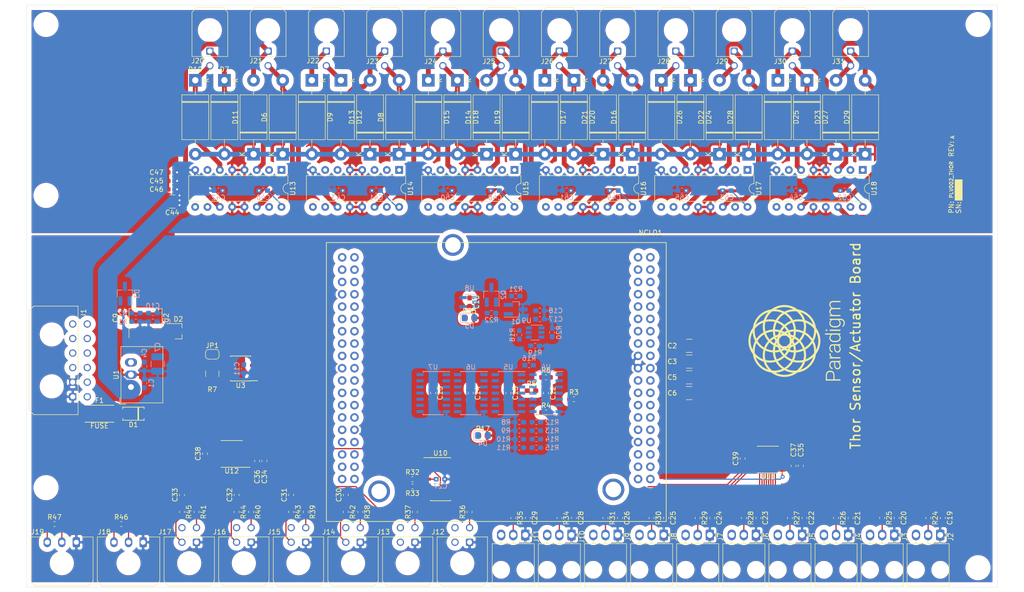
<source format=kicad_pcb>
(kicad_pcb (version 20171130) (host pcbnew "(5.1.0)-1")
  (layers (0 F.Cu signal) (31 B.Cu signal) (34 B.Paste user) (35 F.Paste user) (36 B.SilkS user) (37 F.SilkS user) (38 B.Mask user) (39 F.Mask user) (44 Edge.Cuts user))
  (net 0 "")
  (net 1 GND)
  (net 2 +5V)
  (net 3 +3V3)
  (net 4 /HEARTBEAT_BUFF)
  (net 5 "Net-(NCLO1-Pad4)")
  (net 6 "Net-(NCLO1-Pad5)")
  (net 7 "Net-(NCLO1-Pad7)")
  (net 8 "Net-(NCLO1-Pad6)")
  (net 9 "Net-(NCLO1-Pad9)")
  (net 10 "Net-(NCLO1-Pad14)")
  (net 11 "Net-(NCLO1-Pad12)")
  (net 12 "Net-(NCLO1-Pad11)")
  (net 13 "Net-(NCLO1-Pad10)")
  (net 14 "Net-(NCLO1-Pad17)")
  (net 15 +12V)
  (net 16 "Net-(NCLO1-Pad31)")
  (net 17 "Net-(NCLO1-Pad29)")
  (net 18 "Net-(NCLO1-Pad26)")
  (net 19 "Net-(NCLO1-Pad34)")
  (net 20 "Net-(NCLO1-Pad33)")
  (net 21 "Net-(NCLO1-Pad46)")
  (net 22 "Net-(NCLO1-Pad45)")
  (net 23 /CAN_RX)
  (net 24 "Net-(NCLO1-Pad48)")
  (net 25 /CAN_TX)
  (net 26 "Net-(NCLO1-Pad74)")
  (net 27 "Net-(NCLO1-Pad76)")
  (net 28 "Net-(Q1-Pad2)")
  (net 29 "Net-(Q1-Pad1)")
  (net 30 /HEARTBEAT)
  (net 31 /AvionicsHeartbeatTemplate/HEARTBEAT_INPUT_4)
  (net 32 /AvionicsHeartbeatTemplate/HEARTBEAT_INPUT_5)
  (net 33 /AvionicsHeartbeatTemplate/HEARTBEAT_INPUT_6)
  (net 34 /AvionicsHeartbeatTemplate/HEARTBEAT_INPUT_7)
  (net 35 /HEARTBEAT_RESTART)
  (net 36 /HEARTBEAT_ADDRESS_1)
  (net 37 /HEARTBEAT_ADDRESS_2)
  (net 38 /HEARTBEAT_ADDRESS_3)
  (net 39 /HEARTBEAT_ADDRESS_4)
  (net 40 "Net-(U3-Pad5)")
  (net 41 /CANL)
  (net 42 /CANH)
  (net 43 "Net-(JP1-Pad1)")
  (net 44 +24V)
  (net 45 "Net-(C9-Pad1)")
  (net 46 7V)
  (net 47 /Acquisition/PRESS_1)
  (net 48 /Acquisition/PRESS_2)
  (net 49 /Acquisition/PRESS_3)
  (net 50 /Acquisition/PRESS_4)
  (net 51 /Acquisition/PRESS_5)
  (net 52 /Acquisition/PRESS_6)
  (net 53 /Acquisition/PRESS_7)
  (net 54 /Acquisition/PRESS_8)
  (net 55 /Acquisition/PRESS_9)
  (net 56 /Acquisition/PRESS_10)
  (net 57 /Acquisition/TPRESS_1)
  (net 58 /Acquisition/TPRESS_2)
  (net 59 /Acquisition/TPRESS_3)
  (net 60 /Acquisition/TPRESS_4)
  (net 61 "Net-(D1-Pad2)")
  (net 62 "Net-(D4-Pad1)")
  (net 63 "Net-(D4-Pad2)")
  (net 64 "Net-(D5-Pad1)")
  (net 65 "Net-(D6-Pad2)")
  (net 66 "Net-(D7-Pad1)")
  (net 67 "Net-(D8-Pad2)")
  (net 68 "Net-(D9-Pad1)")
  (net 69 "Net-(D10-Pad1)")
  (net 70 "Net-(D11-Pad2)")
  (net 71 "Net-(D12-Pad1)")
  (net 72 "Net-(D13-Pad2)")
  (net 73 "Net-(D14-Pad2)")
  (net 74 "Net-(D15-Pad1)")
  (net 75 "Net-(D16-Pad2)")
  (net 76 "Net-(D17-Pad1)")
  (net 77 "Net-(D18-Pad1)")
  (net 78 "Net-(D19-Pad2)")
  (net 79 "Net-(D20-Pad1)")
  (net 80 "Net-(D21-Pad2)")
  (net 81 "Net-(D22-Pad2)")
  (net 82 "Net-(D23-Pad2)")
  (net 83 "Net-(D24-Pad1)")
  (net 84 "Net-(D25-Pad1)")
  (net 85 "Net-(D26-Pad1)")
  (net 86 "Net-(D27-Pad1)")
  (net 87 "Net-(D28-Pad2)")
  (net 88 "Net-(D29-Pad2)")
  (net 89 /VIN)
  (net 90 "Net-(J1-Pad12)")
  (net 91 "Net-(J2-Pad2)")
  (net 92 "Net-(J3-Pad2)")
  (net 93 "Net-(J4-Pad2)")
  (net 94 "Net-(J5-Pad2)")
  (net 95 "Net-(J6-Pad2)")
  (net 96 "Net-(J7-Pad2)")
  (net 97 "Net-(J8-Pad2)")
  (net 98 "Net-(J9-Pad2)")
  (net 99 "Net-(J10-Pad2)")
  (net 100 "Net-(J11-Pad2)")
  (net 101 /Acquisition/FLAMM_1)
  (net 102 /Acquisition/FLAMM_2)
  (net 103 "Net-(J14-Pad2)")
  (net 104 /TEMP_1)
  (net 105 /TEMP_2)
  (net 106 "Net-(J15-Pad2)")
  (net 107 "Net-(J16-Pad2)")
  (net 108 /TEMP_3)
  (net 109 /TEMP_4)
  (net 110 "Net-(J17-Pad2)")
  (net 111 /TACH_1)
  (net 112 /TACH_2)
  (net 113 /ACT_IN_6)
  (net 114 /ACT_IN_5)
  (net 115 /ACT_IN_4)
  (net 116 /ACT_EN_8)
  (net 117 /ACT_IN_21)
  (net 118 /ACT_IN_3)
  (net 119 /ACT_IN_2)
  (net 120 /ACT_IN_1)
  (net 121 /ACT_EN_2)
  (net 122 /ACT_IN_13)
  (net 123 /ACT_IN_15)
  (net 124 /ACT_IN_14)
  (net 125 /ACT_IN_16)
  (net 126 /ACT_IN_8)
  (net 127 /ACT_IN_23)
  (net 128 /ACT_IN_11)
  (net 129 /ACT_IN_22)
  (net 130 /ADC2_nCS)
  (net 131 /ACT_EN_1)
  (net 132 /ACT_IN_7)
  (net 133 /ACT_EN_6)
  (net 134 /MCU_QB_INPUT)
  (net 135 /ACT_IN_20)
  (net 136 /ACT_EN_7)
  (net 137 /ACT_IN_9)
  (net 138 /ADC1_nCS)
  (net 139 /ACT_IN_10)
  (net 140 /SPI_MISO)
  (net 141 /ACT_IN_18)
  (net 142 /ACT_EN_5)
  (net 143 /ACT_IN_19)
  (net 144 /SPI_SCLK)
  (net 145 /ACT_EN_3)
  (net 146 /ACT_IN_24)
  (net 147 /SPI_MOSI)
  (net 148 /ACT_IN_12)
  (net 149 /ACT_EN_4)
  (net 150 /ACT_IN_17)
  (net 151 "Net-(R12-Pad2)")
  (net 152 "Net-(R13-Pad2)")
  (net 153 "Net-(R10-Pad2)")
  (net 154 "Net-(R11-Pad2)")
  (net 155 "Net-(R18-Pad2)")
  (net 156 "Net-(R20-Pad1)")
  (net 157 /Acquisition/FLAMM_THRESH)
  (net 158 "Net-(U3-Pad8)")
  (net 159 /FLAMM_SAFE_1)
  (net 160 /FLAMM_SAFE_2)
  (net 161 "Net-(U4-Pad6)")
  (net 162 "Net-(U4-Pad8)")
  (net 163 "Net-(U5-Pad3)")
  (net 164 "Net-(U5-Pad4)")
  (net 165 "Net-(U5-Pad10)")
  (net 166 "Net-(U5-Pad11)")
  (net 167 "Net-(U6-Pad5)")
  (net 168 "Net-(U6-Pad6)")
  (module BoringFootprints:Paradigm_Title_Block (layer F.Cu) (at 240.5 65.5 90)
    (fp_text reference REF**)
    (fp_text value Paradigm_Title_Block)
    (fp_text user SN: (at -6.25 1.5 90) (layer F.SilkS))
    (fp_text user "PN:            REV:" (at 0 0 90) (layer F.SilkS))
  )
  (module BoringFootprints:Paradigm_NameBelow_25.4mm (layer F.Cu) (at 208.75 99.25 90)
    (fp_text reference G*** hide)
    (fp_text value LOGO hide)
  )
  (module MountingHole:MountingHole_3.2mm_M3 (layer F.Cu) (at 54 69.25)
    (fp_text reference REF**)
    (fp_text value MountingHole_3.2mm_M3)
    (pad 1 np_thru_hole circle (at 0 0) (size 3.2 3.2) (drill 3.2) (layers *.Cu *.Mask))
  )
  (module MountingHole:MountingHole_3.2mm_M3 (layer F.Cu) (at 54 129.5)
    (fp_text reference REF**)
    (fp_text value MountingHole_3.2mm_M3)
    (pad 1 np_thru_hole circle (at 0 0) (size 3.2 3.2) (drill 3.2) (layers *.Cu *.Mask))
  )
  (module MountingHole:MountingHole_3.2mm_M3 (layer F.Cu) (at 246 34)
    (fp_text reference REF**)
    (fp_text value MountingHole_3.2mm_M3)
    (pad 1 np_thru_hole circle (at 0 0) (size 3.2 3.2) (drill 3.2) (layers *.Cu *.Mask))
  )
  (module MountingHole:MountingHole_3.2mm_M3 (layer F.Cu) (at 246 146)
    (fp_text reference REF**)
    (fp_text value MountingHole_3.2mm_M3)
    (pad 1 np_thru_hole circle (at 0 0) (size 3.2 3.2) (drill 3.2) (layers *.Cu *.Mask))
  )
  (module MountingHole:MountingHole_3.2mm_M3 (layer F.Cu) (at 54 34)
    (fp_text reference REF**)
    (fp_text value MountingHole_3.2mm_M3)
    (pad 1 np_thru_hole circle (at 0 0) (size 3.2 3.2) (drill 3.2) (layers *.Cu *.Mask))
  )
  (module Capacitor_SMD:C_0603_1608Metric_Pad1.05x0.95mm_HandSolder (layer B.Cu) (at 74.25 108 90)
    (fp_text reference C1 (at 0 1.43 90) (layer B.SilkS) (effects (justify mirror)))
    (fp_text value 1uF)
    (pad 1 smd roundrect (at -0.875 0 90) (size 1.05 0.95) (layers B.Cu B.Paste B.Mask) (net 44 +24V))
    (pad 2 smd roundrect (at 0.875 0 90) (size 1.05 0.95) (layers B.Cu B.Paste B.Mask) (net 1 GND))
  )
  (module Capacitor_SMD:C_1210_3225Metric_Pad1.42x2.65mm_HandSolder (layer F.Cu) (at 186.5 100.25)
    (fp_text reference C2 (at -3.5 0) (layer F.SilkS))
    (fp_text value 10uF)
    (pad 1 smd roundrect (at -1.4875 0) (size 1.425 2.65) (layers F.Cu F.Paste F.Mask) (roundrect_rratio 0.175439) (net 15 +12V))
    (pad 2 smd roundrect (at 1.4875 0) (size 1.425 2.65) (layers F.Cu F.Paste F.Mask) (roundrect_rratio 0.175439) (net 1 GND))
  )
  (module Capacitor_SMD:C_1210_3225Metric_Pad1.42x2.65mm_HandSolder (layer F.Cu) (at 186.5 103.5)
    (fp_text reference C3 (at -3.5 0) (layer F.SilkS))
    (fp_text value 10uF)
    (pad 2 smd roundrect (at 1.4875 0) (size 1.425 2.65) (layers F.Cu F.Paste F.Mask) (roundrect_rratio 0.175439) (net 1 GND))
    (pad 1 smd roundrect (at -1.4875 0) (size 1.425 2.65) (layers F.Cu F.Paste F.Mask) (roundrect_rratio 0.175439) (net 15 +12V))
  )
  (module Capacitor_SMD:C_0603_1608Metric_Pad1.05x0.95mm_HandSolder (layer B.Cu) (at 74.25 104.5 270)
    (fp_text reference C4 (at -2.75 0 270) (layer B.SilkS) (effects (justify mirror)))
    (fp_text value 0.1uF)
    (pad 1 smd roundrect (at -0.875 0 270) (size 1.05 0.95) (layers B.Cu B.Paste B.Mask) (net 15 +12V))
    (pad 2 smd roundrect (at 0.875 0 270) (size 1.05 0.95) (layers B.Cu B.Paste B.Mask) (net 1 GND))
  )
  (module Capacitor_SMD:C_1210_3225Metric_Pad1.42x2.65mm_HandSolder (layer F.Cu) (at 186.5 106.75)
    (fp_text reference C5 (at -3.5 0) (layer F.SilkS))
    (fp_text value 10uF)
    (pad 1 smd roundrect (at -1.4875 0) (size 1.425 2.65) (layers F.Cu F.Paste F.Mask) (roundrect_rratio 0.175439) (net 15 +12V))
    (pad 2 smd roundrect (at 1.4875 0) (size 1.425 2.65) (layers F.Cu F.Paste F.Mask) (roundrect_rratio 0.175439) (net 1 GND))
  )
  (module Capacitor_SMD:C_1210_3225Metric_Pad1.42x2.65mm_HandSolder (layer F.Cu) (at 186.5 110)
    (fp_text reference C6 (at -3.5 0) (layer F.SilkS))
    (fp_text value 10uF)
    (pad 2 smd roundrect (at 1.4875 0) (size 1.425 2.65) (layers F.Cu F.Paste F.Mask) (roundrect_rratio 0.175439) (net 1 GND))
    (pad 1 smd roundrect (at -1.4875 0) (size 1.425 2.65) (layers F.Cu F.Paste F.Mask) (roundrect_rratio 0.175439) (net 15 +12V))
  )
  (module Capacitor_SMD:C_1210_3225Metric_Pad1.42x2.65mm_HandSolder (layer B.Cu) (at 77 104 270)
    (fp_text reference C7 (at -3.5 0 270) (layer B.SilkS) (effects (justify mirror)))
    (fp_text value 10uF)
    (pad 2 smd roundrect (at 1.4875 0 270) (size 1.425 2.65) (layers B.Cu B.Paste B.Mask) (roundrect_rratio 0.175439) (net 1 GND))
    (pad 1 smd roundrect (at -1.4875 0 270) (size 1.425 2.65) (layers B.Cu B.Paste B.Mask) (roundrect_rratio 0.175439) (net 15 +12V))
  )
  (module Capacitor_SMD:C_0603_1608Metric_Pad1.05x0.95mm_HandSolder (layer B.Cu) (at 76 95.25 180)
    (fp_text reference C8 (at -2.75 0 180) (layer B.SilkS) (effects (justify mirror)))
    (fp_text value 0.1uF)
    (pad 2 smd roundrect (at 0.875 0 180) (size 1.05 0.95) (layers B.Cu B.Paste B.Mask) (net 1 GND))
    (pad 1 smd roundrect (at -0.875 0 180) (size 1.05 0.95) (layers B.Cu B.Paste B.Mask) (net 15 +12V))
  )
  (module Capacitor_SMD:C_0603_1608Metric_Pad1.05x0.95mm_HandSolder (layer F.Cu) (at 69.75 94.5 90)
    (fp_text reference C9 (at 0 -1.43 90) (layer F.SilkS))
    (fp_text value 0.1uF)
    (pad 2 smd roundrect (at 0.875 0 90) (size 1.05 0.95) (layers F.Cu F.Paste F.Mask) (net 1 GND))
    (pad 1 smd roundrect (at -0.875 0 90) (size 1.05 0.95) (layers F.Cu F.Paste F.Mask) (net 45 "Net-(C9-Pad1)"))
  )
  (module Capacitor_SMD:C_0603_1608Metric_Pad1.05x0.95mm_HandSolder (layer B.Cu) (at 76 93.5)
    (fp_text reference C10 (at 0 -1.5) (layer B.SilkS) (effects (justify mirror)))
    (fp_text value 1uF)
    (pad 1 smd roundrect (at -0.875 0) (size 1.05 0.95) (layers B.Cu B.Paste B.Mask) (net 46 7V))
    (pad 2 smd roundrect (at 0.875 0) (size 1.05 0.95) (layers B.Cu B.Paste B.Mask) (net 1 GND))
  )
  (module Capacitor_SMD:C_0603_1608Metric_Pad1.05x0.95mm_HandSolder (layer B.Cu) (at 94.75 105 270)
    (fp_text reference C11 (at 0 1.43 270) (layer B.SilkS) (effects (justify mirror)))
    (fp_text value 0.1uF)
    (pad 1 smd roundrect (at -0.875 0 270) (size 1.05 0.95) (layers B.Cu B.Paste B.Mask) (net 3 +3V3))
    (pad 2 smd roundrect (at 0.875 0 270) (size 1.05 0.95) (layers B.Cu B.Paste B.Mask) (net 1 GND))
  )
  (module Capacitor_SMD:C_0603_1608Metric_Pad1.05x0.95mm_HandSolder (layer F.Cu) (at 157 110 270)
    (fp_text reference C12 (at 0 -1.43 270) (layer F.SilkS))
    (fp_text value 0.1uF)
    (pad 1 smd roundrect (at -0.875 0 270) (size 1.05 0.95) (layers F.Cu F.Paste F.Mask) (net 2 +5V))
    (pad 2 smd roundrect (at 0.875 0 270) (size 1.05 0.95) (layers F.Cu F.Paste F.Mask) (net 1 GND))
  )
  (module Capacitor_SMD:C_0603_1608Metric_Pad1.05x0.95mm_HandSolder (layer F.Cu) (at 149.25 110 270)
    (fp_text reference C13 (at 0 -1.43 270) (layer F.SilkS))
    (fp_text value 0.1uF)
    (pad 1 smd roundrect (at -0.875 0 270) (size 1.05 0.95) (layers F.Cu F.Paste F.Mask) (net 2 +5V))
    (pad 2 smd roundrect (at 0.875 0 270) (size 1.05 0.95) (layers F.Cu F.Paste F.Mask) (net 1 GND))
  )
  (module Capacitor_SMD:C_0603_1608Metric_Pad1.05x0.95mm_HandSolder (layer F.Cu) (at 141.5 110 270)
    (fp_text reference C14 (at 0 -1.43 270) (layer F.SilkS))
    (fp_text value 0.1uF)
    (pad 2 smd roundrect (at 0.875 0 270) (size 1.05 0.95) (layers F.Cu F.Paste F.Mask) (net 1 GND))
    (pad 1 smd roundrect (at -0.875 0 270) (size 1.05 0.95) (layers F.Cu F.Paste F.Mask) (net 2 +5V))
  )
  (module Capacitor_SMD:C_0603_1608Metric_Pad1.05x0.95mm_HandSolder (layer F.Cu) (at 133.75 110 270)
    (fp_text reference C15 (at 0 -1.43 270) (layer F.SilkS))
    (fp_text value 0.1uF)
    (pad 1 smd roundrect (at -0.875 0 270) (size 1.05 0.95) (layers F.Cu F.Paste F.Mask) (net 2 +5V))
    (pad 2 smd roundrect (at 0.875 0 270) (size 1.05 0.95) (layers F.Cu F.Paste F.Mask) (net 1 GND))
  )
  (module Capacitor_SMD:C_0603_1608Metric_Pad1.05x0.95mm_HandSolder (layer F.Cu) (at 141.25 91.25 270)
    (fp_text reference C16 (at 0 -1.43 270) (layer F.SilkS))
    (fp_text value 0.1uF)
    (pad 2 smd roundrect (at 0.875 0 270) (size 1.05 0.95) (layers F.Cu F.Paste F.Mask) (net 1 GND))
    (pad 1 smd roundrect (at -0.875 0 270) (size 1.05 0.95) (layers F.Cu F.Paste F.Mask) (net 2 +5V))
  )
  (module Capacitor_SMD:C_0603_1608Metric_Pad1.05x0.95mm_HandSolder (layer B.Cu) (at 155.75 94.75)
    (fp_text reference C17 (at 3.25 0) (layer B.SilkS) (effects (justify mirror)))
    (fp_text value 0.1uF)
    (pad 1 smd roundrect (at -0.875 0) (size 1.05 0.95) (layers B.Cu B.Paste B.Mask) (net 2 +5V))
    (pad 2 smd roundrect (at 0.875 0) (size 1.05 0.95) (layers B.Cu B.Paste B.Mask) (net 1 GND))
  )
  (module Capacitor_SMD:C_0603_1608Metric_Pad1.05x0.95mm_HandSolder (layer B.Cu) (at 155.75 93)
    (fp_text reference C18 (at 3.25 0) (layer B.SilkS) (effects (justify mirror)))
    (fp_text value 1uF)
    (pad 1 smd roundrect (at -0.875 0) (size 1.05 0.95) (layers B.Cu B.Paste B.Mask) (net 2 +5V))
    (pad 2 smd roundrect (at 0.875 0) (size 1.05 0.95) (layers B.Cu B.Paste B.Mask) (net 1 GND))
  )
  (module Capacitor_SMD:C_0603_1608Metric_Pad1.05x0.95mm_HandSolder (layer F.Cu) (at 238.75 135.75 270)
    (fp_text reference C19 (at 0 -1.43 270) (layer F.SilkS))
    (fp_text value 0.1uF)
    (pad 2 smd roundrect (at 0.875 0 270) (size 1.05 0.95) (layers F.Cu F.Paste F.Mask) (net 1 GND))
    (pad 1 smd roundrect (at -0.875 0 270) (size 1.05 0.95) (layers F.Cu F.Paste F.Mask) (net 47 /Acquisition/PRESS_1))
  )
  (module Capacitor_SMD:C_0603_1608Metric_Pad1.05x0.95mm_HandSolder (layer F.Cu) (at 229.25 135.75 270)
    (fp_text reference C20 (at 0 -1.43 270) (layer F.SilkS))
    (fp_text value 0.1uF)
    (pad 2 smd roundrect (at 0.875 0 270) (size 1.05 0.95) (layers F.Cu F.Paste F.Mask) (net 1 GND))
    (pad 1 smd roundrect (at -0.875 0 270) (size 1.05 0.95) (layers F.Cu F.Paste F.Mask) (net 48 /Acquisition/PRESS_2))
  )
  (module Capacitor_SMD:C_0603_1608Metric_Pad1.05x0.95mm_HandSolder (layer F.Cu) (at 219.75 135.75 270)
    (fp_text reference C21 (at 0 -1.43 270) (layer F.SilkS))
    (fp_text value 0.1uF)
    (pad 2 smd roundrect (at 0.875 0 270) (size 1.05 0.95) (layers F.Cu F.Paste F.Mask) (net 1 GND))
    (pad 1 smd roundrect (at -0.875 0 270) (size 1.05 0.95) (layers F.Cu F.Paste F.Mask) (net 49 /Acquisition/PRESS_3))
  )
  (module Capacitor_SMD:C_0603_1608Metric_Pad1.05x0.95mm_HandSolder (layer F.Cu) (at 210.25 135.75 270)
    (fp_text reference C22 (at 0 -1.43 270) (layer F.SilkS))
    (fp_text value 0.1uF)
    (pad 1 smd roundrect (at -0.875 0 270) (size 1.05 0.95) (layers F.Cu F.Paste F.Mask) (net 50 /Acquisition/PRESS_4))
    (pad 2 smd roundrect (at 0.875 0 270) (size 1.05 0.95) (layers F.Cu F.Paste F.Mask) (net 1 GND))
  )
  (module Capacitor_SMD:C_0603_1608Metric_Pad1.05x0.95mm_HandSolder (layer F.Cu) (at 200.75 135.75 270)
    (fp_text reference C23 (at 0 -1.43 270) (layer F.SilkS))
    (fp_text value 0.1uF)
    (pad 2 smd roundrect (at 0.875 0 270) (size 1.05 0.95) (layers F.Cu F.Paste F.Mask) (net 1 GND))
    (pad 1 smd roundrect (at -0.875 0 270) (size 1.05 0.95) (layers F.Cu F.Paste F.Mask) (net 51 /Acquisition/PRESS_5))
  )
  (module Capacitor_SMD:C_0603_1608Metric_Pad1.05x0.95mm_HandSolder (layer F.Cu) (at 191.25 135.75 270)
    (fp_text reference C24 (at 0 -1.43 270) (layer F.SilkS))
    (fp_text value 0.1uF)
    (pad 1 smd roundrect (at -0.875 0 270) (size 1.05 0.95) (layers F.Cu F.Paste F.Mask) (net 52 /Acquisition/PRESS_6))
    (pad 2 smd roundrect (at 0.875 0 270) (size 1.05 0.95) (layers F.Cu F.Paste F.Mask) (net 1 GND))
  )
  (module Capacitor_SMD:C_0603_1608Metric_Pad1.05x0.95mm_HandSolder (layer F.Cu) (at 181.75 135.75 270)
    (fp_text reference C25 (at 0 -1.43 270) (layer F.SilkS))
    (fp_text value 0.1uF)
    (pad 2 smd roundrect (at 0.875 0 270) (size 1.05 0.95) (layers F.Cu F.Paste F.Mask) (net 1 GND))
    (pad 1 smd roundrect (at -0.875 0 270) (size 1.05 0.95) (layers F.Cu F.Paste F.Mask) (net 53 /Acquisition/PRESS_7))
  )
  (module Capacitor_SMD:C_0603_1608Metric_Pad1.05x0.95mm_HandSolder (layer F.Cu) (at 172.25 135.75 270)
    (fp_text reference C26 (at 0 -1.43 270) (layer F.SilkS))
    (fp_text value 0.1uF)
    (pad 1 smd roundrect (at -0.875 0 270) (size 1.05 0.95) (layers F.Cu F.Paste F.Mask) (net 54 /Acquisition/PRESS_8))
    (pad 2 smd roundrect (at 0.875 0 270) (size 1.05 0.95) (layers F.Cu F.Paste F.Mask) (net 1 GND))
  )
  (module Capacitor_SMD:C_0603_1608Metric_Pad1.05x0.95mm_HandSolder (layer B.Cu) (at 135.25 127.75)
    (fp_text reference C27 (at 0 1.43) (layer B.SilkS) (effects (justify mirror)))
    (fp_text value 0.1uF)
    (pad 1 smd roundrect (at -0.875 0) (size 1.05 0.95) (layers B.Cu B.Paste B.Mask) (net 2 +5V))
    (pad 2 smd roundrect (at 0.875 0) (size 1.05 0.95) (layers B.Cu B.Paste B.Mask) (net 1 GND))
  )
  (module Capacitor_SMD:C_0603_1608Metric_Pad1.05x0.95mm_HandSolder (layer F.Cu) (at 162.75 135.75 270)
    (fp_text reference C28 (at 0 -1.43 270) (layer F.SilkS))
    (fp_text value 0.1uF)
    (pad 2 smd roundrect (at 0.875 0 270) (size 1.05 0.95) (layers F.Cu F.Paste F.Mask) (net 1 GND))
    (pad 1 smd roundrect (at -0.875 0 270) (size 1.05 0.95) (layers F.Cu F.Paste F.Mask) (net 55 /Acquisition/PRESS_9))
  )
  (module Capacitor_SMD:C_0603_1608Metric_Pad1.05x0.95mm_HandSolder (layer F.Cu) (at 153.25 135.75 270)
    (fp_text reference C29 (at 0 -1.43 270) (layer F.SilkS))
    (fp_text value 0.1uF)
    (pad 1 smd roundrect (at -0.875 0 270) (size 1.05 0.95) (layers F.Cu F.Paste F.Mask) (net 56 /Acquisition/PRESS_10))
    (pad 2 smd roundrect (at 0.875 0 270) (size 1.05 0.95) (layers F.Cu F.Paste F.Mask) (net 1 GND))
  )
  (module Capacitor_SMD:C_0603_1608Metric_Pad1.05x0.95mm_HandSolder (layer F.Cu) (at 115.75 131 90)
    (fp_text reference C30 (at 0 -1.43 90) (layer F.SilkS))
    (fp_text value 0.1uF)
    (pad 1 smd roundrect (at -0.875 0 90) (size 1.05 0.95) (layers F.Cu F.Paste F.Mask) (net 57 /Acquisition/TPRESS_1))
    (pad 2 smd roundrect (at 0.875 0 90) (size 1.05 0.95) (layers F.Cu F.Paste F.Mask) (net 1 GND))
  )
  (module Capacitor_SMD:C_0603_1608Metric_Pad1.05x0.95mm_HandSolder (layer F.Cu) (at 104.5 131 90)
    (fp_text reference C31 (at 0 -1.43 90) (layer F.SilkS))
    (fp_text value 0.1uF)
    (pad 2 smd roundrect (at 0.875 0 90) (size 1.05 0.95) (layers F.Cu F.Paste F.Mask) (net 1 GND))
    (pad 1 smd roundrect (at -0.875 0 90) (size 1.05 0.95) (layers F.Cu F.Paste F.Mask) (net 58 /Acquisition/TPRESS_2))
  )
  (module Capacitor_SMD:C_0603_1608Metric_Pad1.05x0.95mm_HandSolder (layer F.Cu) (at 93.25 131 90)
    (fp_text reference C32 (at 0 -1.43 90) (layer F.SilkS))
    (fp_text value 0.1uF)
    (pad 2 smd roundrect (at 0.875 0 90) (size 1.05 0.95) (layers F.Cu F.Paste F.Mask) (net 1 GND))
    (pad 1 smd roundrect (at -0.875 0 90) (size 1.05 0.95) (layers F.Cu F.Paste F.Mask) (net 59 /Acquisition/TPRESS_3))
  )
  (module Capacitor_SMD:C_0603_1608Metric_Pad1.05x0.95mm_HandSolder (layer F.Cu) (at 82 131 90)
    (fp_text reference C33 (at 0 -1.43 90) (layer F.SilkS))
    (fp_text value 0.1uF)
    (pad 1 smd roundrect (at -0.875 0 90) (size 1.05 0.95) (layers F.Cu F.Paste F.Mask) (net 60 /Acquisition/TPRESS_4))
    (pad 2 smd roundrect (at 0.875 0 90) (size 1.05 0.95) (layers F.Cu F.Paste F.Mask) (net 1 GND))
  )
  (module Capacitor_SMD:C_0603_1608Metric_Pad1.05x0.95mm_HandSolder (layer F.Cu) (at 99 124 90)
    (fp_text reference C34 (at -3.25 0 90) (layer F.SilkS))
    (fp_text value 1uF)
    (pad 2 smd roundrect (at 0.875 0 90) (size 1.05 0.95) (layers F.Cu F.Paste F.Mask) (net 1 GND))
    (pad 1 smd roundrect (at -0.875 0 90) (size 1.05 0.95) (layers F.Cu F.Paste F.Mask) (net 2 +5V))
  )
  (module Capacitor_SMD:C_0603_1608Metric_Pad1.05x0.95mm_HandSolder (layer F.Cu) (at 209.5 125 90)
    (fp_text reference C35 (at 3.25 0 90) (layer F.SilkS))
    (fp_text value 1uF)
    (pad 2 smd roundrect (at 0.875 0 90) (size 1.05 0.95) (layers F.Cu F.Paste F.Mask) (net 1 GND))
    (pad 1 smd roundrect (at -0.875 0 90) (size 1.05 0.95) (layers F.Cu F.Paste F.Mask) (net 2 +5V))
  )
  (module Capacitor_SMD:C_0603_1608Metric_Pad1.05x0.95mm_HandSolder (layer F.Cu) (at 97.5 124 90)
    (fp_text reference C36 (at -3.25 0 90) (layer F.SilkS))
    (fp_text value 0.1uF)
    (pad 1 smd roundrect (at -0.875 0 90) (size 1.05 0.95) (layers F.Cu F.Paste F.Mask) (net 2 +5V))
    (pad 2 smd roundrect (at 0.875 0 90) (size 1.05 0.95) (layers F.Cu F.Paste F.Mask) (net 1 GND))
  )
  (module Capacitor_SMD:C_0603_1608Metric_Pad1.05x0.95mm_HandSolder (layer F.Cu) (at 208 125 90)
    (fp_text reference C37 (at 3.25 0 90) (layer F.SilkS))
    (fp_text value 0.1uF)
    (pad 1 smd roundrect (at -0.875 0 90) (size 1.05 0.95) (layers F.Cu F.Paste F.Mask) (net 2 +5V))
    (pad 2 smd roundrect (at 0.875 0 90) (size 1.05 0.95) (layers F.Cu F.Paste F.Mask) (net 1 GND))
  )
  (module Capacitor_SMD:C_0603_1608Metric_Pad1.05x0.95mm_HandSolder (layer F.Cu) (at 86.75 122.5 90)
    (fp_text reference C38 (at 0 -1.43 90) (layer F.SilkS))
    (fp_text value 0.1uF)
    (pad 1 smd roundrect (at -0.875 0 90) (size 1.05 0.95) (layers F.Cu F.Paste F.Mask) (net 3 +3V3))
    (pad 2 smd roundrect (at 0.875 0 90) (size 1.05 0.95) (layers F.Cu F.Paste F.Mask) (net 1 GND))
  )
  (module Capacitor_SMD:C_0603_1608Metric_Pad1.05x0.95mm_HandSolder (layer F.Cu) (at 197.5 123.5 90)
    (fp_text reference C39 (at 0 -1.43 90) (layer F.SilkS))
    (fp_text value 0.1uF)
    (pad 2 smd roundrect (at 0.875 0 90) (size 1.05 0.95) (layers F.Cu F.Paste F.Mask) (net 1 GND))
    (pad 1 smd roundrect (at -0.875 0 90) (size 1.05 0.95) (layers F.Cu F.Paste F.Mask) (net 3 +3V3))
  )
  (module Capacitor_SMD:C_0603_1608Metric_Pad1.05x0.95mm_HandSolder (layer B.Cu) (at 98.75 68.25)
    (fp_text reference C40 (at 0 1.43) (layer B.SilkS) (effects (justify mirror)))
    (fp_text value 0.1uF)
    (pad 1 smd roundrect (at -0.875 0) (size 1.05 0.95) (layers B.Cu B.Paste B.Mask) (net 1 GND))
    (pad 2 smd roundrect (at 0.875 0) (size 1.05 0.95) (layers B.Cu B.Paste B.Mask) (net 2 +5V))
  )
  (module Capacitor_SMD:C_0603_1608Metric_Pad1.05x0.95mm_HandSolder (layer B.Cu) (at 122 68.25)
    (fp_text reference C41 (at 0 1.43) (layer B.SilkS) (effects (justify mirror)))
    (fp_text value 0.1uF)
    (pad 1 smd roundrect (at -0.875 0) (size 1.05 0.95) (layers B.Cu B.Paste B.Mask) (net 1 GND))
    (pad 2 smd roundrect (at 0.875 0) (size 1.05 0.95) (layers B.Cu B.Paste B.Mask) (net 2 +5V))
  )
  (module Capacitor_SMD:C_0603_1608Metric_Pad1.05x0.95mm_HandSolder (layer B.Cu) (at 89.5 68.25)
    (fp_text reference C42 (at 0 1.43) (layer B.SilkS) (effects (justify mirror)))
    (fp_text value 1uF)
    (pad 2 smd roundrect (at 0.875 0) (size 1.05 0.95) (layers B.Cu B.Paste B.Mask) (net 1 GND))
    (pad 1 smd roundrect (at -0.875 0) (size 1.05 0.95) (layers B.Cu B.Paste B.Mask) (net 44 +24V))
  )
  (module Capacitor_SMD:C_0603_1608Metric_Pad1.05x0.95mm_HandSolder (layer B.Cu) (at 114.25 68.25)
    (fp_text reference C43 (at 0 1.43) (layer B.SilkS) (effects (justify mirror)))
    (fp_text value 1uF)
    (pad 2 smd roundrect (at 0.875 0) (size 1.05 0.95) (layers B.Cu B.Paste B.Mask) (net 1 GND))
    (pad 1 smd roundrect (at -0.875 0) (size 1.05 0.95) (layers B.Cu B.Paste B.Mask) (net 44 +24V))
  )
  (module Capacitor_SMD:C_1210_3225Metric_Pad1.42x2.65mm_HandSolder (layer F.Cu) (at 80 70.5 180)
    (fp_text reference C44 (at 0 -2.28 180) (layer F.SilkS))
    (fp_text value 10uF)
    (pad 1 smd roundrect (at -1.4875 0 180) (size 1.425 2.65) (layers F.Cu F.Paste F.Mask) (roundrect_rratio 0.175439) (net 44 +24V))
    (pad 2 smd roundrect (at 1.4875 0 180) (size 1.425 2.65) (layers F.Cu F.Paste F.Mask) (roundrect_rratio 0.175439) (net 1 GND))
  )
  (module Capacitor_SMD:C_0603_1608Metric_Pad1.05x0.95mm_HandSolder (layer F.Cu) (at 80 66.25 180)
    (fp_text reference C45 (at 3.25 0 180) (layer F.SilkS))
    (fp_text value 1uF)
    (pad 2 smd roundrect (at 0.875 0 180) (size 1.05 0.95) (layers F.Cu F.Paste F.Mask) (net 1 GND))
    (pad 1 smd roundrect (at -0.875 0 180) (size 1.05 0.95) (layers F.Cu F.Paste F.Mask) (net 44 +24V))
  )
  (module Capacitor_SMD:C_0603_1608Metric_Pad1.05x0.95mm_HandSolder (layer F.Cu) (at 80 68 180)
    (fp_text reference C46 (at 3.25 0 180) (layer F.SilkS))
    (fp_text value 1uF)
    (pad 1 smd roundrect (at -0.875 0 180) (size 1.05 0.95) (layers F.Cu F.Paste F.Mask) (net 44 +24V))
    (pad 2 smd roundrect (at 0.875 0 180) (size 1.05 0.95) (layers F.Cu F.Paste F.Mask) (net 1 GND))
  )
  (module Capacitor_SMD:C_0603_1608Metric_Pad1.05x0.95mm_HandSolder (layer F.Cu) (at 80 64.5 180)
    (fp_text reference C47 (at 3.25 0 180) (layer F.SilkS))
    (fp_text value 0.1uF)
    (pad 1 smd roundrect (at -0.875 0 180) (size 1.05 0.95) (layers F.Cu F.Paste F.Mask) (net 44 +24V))
    (pad 2 smd roundrect (at 0.875 0 180) (size 1.05 0.95) (layers F.Cu F.Paste F.Mask) (net 1 GND))
  )
  (module Capacitor_SMD:C_0603_1608Metric_Pad1.05x0.95mm_HandSolder (layer B.Cu) (at 146.5 68.25)
    (fp_text reference C48 (at 0 1.43) (layer B.SilkS) (effects (justify mirror)))
    (fp_text value 0.1uF)
    (pad 2 smd roundrect (at 0.875 0) (size 1.05 0.95) (layers B.Cu B.Paste B.Mask) (net 2 +5V))
    (pad 1 smd roundrect (at -0.875 0) (size 1.05 0.95) (layers B.Cu B.Paste B.Mask) (net 1 GND))
  )
  (module Capacitor_SMD:C_0603_1608Metric_Pad1.05x0.95mm_HandSolder (layer B.Cu) (at 171 68.25)
    (fp_text reference C49 (at 0 1.43) (layer B.SilkS) (effects (justify mirror)))
    (fp_text value 0.1uF)
    (pad 1 smd roundrect (at -0.875 0) (size 1.05 0.95) (layers B.Cu B.Paste B.Mask) (net 1 GND))
    (pad 2 smd roundrect (at 0.875 0) (size 1.05 0.95) (layers B.Cu B.Paste B.Mask) (net 2 +5V))
  )
  (module Capacitor_SMD:C_0603_1608Metric_Pad1.05x0.95mm_HandSolder (layer B.Cu) (at 136.75 68.25)
    (fp_text reference C50 (at 0 1.43) (layer B.SilkS) (effects (justify mirror)))
    (fp_text value 1uF)
    (pad 2 smd roundrect (at 0.875 0) (size 1.05 0.95) (layers B.Cu B.Paste B.Mask) (net 1 GND))
    (pad 1 smd roundrect (at -0.875 0) (size 1.05 0.95) (layers B.Cu B.Paste B.Mask) (net 44 +24V))
  )
  (module Capacitor_SMD:C_0603_1608Metric_Pad1.05x0.95mm_HandSolder (layer B.Cu) (at 161.25 68.25)
    (fp_text reference C51 (at 0 1.43) (layer B.SilkS) (effects (justify mirror)))
    (fp_text value 1uF)
    (pad 2 smd roundrect (at 0.875 0) (size 1.05 0.95) (layers B.Cu B.Paste B.Mask) (net 1 GND))
    (pad 1 smd roundrect (at -0.875 0) (size 1.05 0.95) (layers B.Cu B.Paste B.Mask) (net 44 +24V))
  )
  (module Capacitor_SMD:C_0603_1608Metric_Pad1.05x0.95mm_HandSolder (layer B.Cu) (at 218.5 68.25)
    (fp_text reference C52 (at 0 1.43) (layer B.SilkS) (effects (justify mirror)))
    (fp_text value 0.1uF)
    (pad 1 smd roundrect (at -0.875 0) (size 1.05 0.95) (layers B.Cu B.Paste B.Mask) (net 1 GND))
    (pad 2 smd roundrect (at 0.875 0) (size 1.05 0.95) (layers B.Cu B.Paste B.Mask) (net 2 +5V))
  )
  (module Capacitor_SMD:C_0603_1608Metric_Pad1.05x0.95mm_HandSolder (layer B.Cu) (at 194.25 68.25)
    (fp_text reference C53 (at 0 1.43) (layer B.SilkS) (effects (justify mirror)))
    (fp_text value 0.1uF)
    (pad 2 smd roundrect (at 0.875 0) (size 1.05 0.95) (layers B.Cu B.Paste B.Mask) (net 2 +5V))
    (pad 1 smd roundrect (at -0.875 0) (size 1.05 0.95) (layers B.Cu B.Paste B.Mask) (net 1 GND))
  )
  (module Capacitor_SMD:C_0603_1608Metric_Pad1.05x0.95mm_HandSolder (layer B.Cu) (at 208.5 68.25)
    (fp_text reference C54 (at 0 1.43) (layer B.SilkS) (effects (justify mirror)))
    (fp_text value 1uF)
    (pad 2 smd roundrect (at 0.875 0) (size 1.05 0.95) (layers B.Cu B.Paste B.Mask) (net 1 GND))
    (pad 1 smd roundrect (at -0.875 0) (size 1.05 0.95) (layers B.Cu B.Paste B.Mask) (net 44 +24V))
  )
  (module Capacitor_SMD:C_0603_1608Metric_Pad1.05x0.95mm_HandSolder (layer B.Cu) (at 185 68.25)
    (fp_text reference C55 (at 0 1.43) (layer B.SilkS) (effects (justify mirror)))
    (fp_text value 1uF)
    (pad 2 smd roundrect (at 0.875 0) (size 1.05 0.95) (layers B.Cu B.Paste B.Mask) (net 1 GND))
    (pad 1 smd roundrect (at -0.875 0) (size 1.05 0.95) (layers B.Cu B.Paste B.Mask) (net 44 +24V))
  )
  (module BoringFootprints:DO-221AC (layer F.Cu) (at 72 114.25 180)
    (fp_text reference D1 (at 0 -2.25 180) (layer F.SilkS))
    (fp_text value D_Schottky)
    (pad 1 smd rect (at -2.01 0 180) (size 1.5 1.7) (layers F.Cu F.Paste F.Mask) (net 44 +24V))
    (pad 2 smd rect (at 2.01 0 180) (size 1.5 1.7) (layers F.Cu F.Paste F.Mask) (net 61 "Net-(D1-Pad2)"))
  )
  (module Package_TO_SOT_SMD:SOT-23_Handsoldering (layer F.Cu) (at 81.25 97.25)
    (fp_text reference D2 (at 0 -2.5) (layer F.SilkS))
    (fp_text value 1N4002)
    (pad 3 smd rect (at 1.5 0) (size 1.9 0.8) (layers F.Cu F.Paste F.Mask))
    (pad 2 smd rect (at -1.5 0.95) (size 1.9 0.8) (layers F.Cu F.Paste F.Mask) (net 46 7V))
    (pad 1 smd rect (at -1.5 -0.95) (size 1.9 0.8) (layers F.Cu F.Paste F.Mask) (net 15 +12V))
  )
  (module Package_TO_SOT_SMD:SOT-23_Handsoldering (layer B.Cu) (at 70.25 89.5 90)
    (fp_text reference D3 (at 0 2.5 90) (layer B.SilkS) (effects (justify mirror)))
    (fp_text value 1N4002)
    (pad 1 smd rect (at -1.5 0.95 90) (size 1.9 0.8) (layers B.Cu B.Paste B.Mask) (net 46 7V))
    (pad 2 smd rect (at -1.5 -0.95 90) (size 1.9 0.8) (layers B.Cu B.Paste B.Mask) (net 45 "Net-(C9-Pad1)"))
    (pad 3 smd rect (at 1.5 0 90) (size 1.9 0.8) (layers B.Cu B.Paste B.Mask))
  )
  (module LED_SMD:LED_0805_2012Metric_Pad1.15x1.40mm_HandSolder (layer B.Cu) (at 144 118.75)
    (fp_text reference D4 (at 0 1.65) (layer B.SilkS) (effects (justify mirror)))
    (fp_text value GREEN)
    (pad 1 smd roundrect (at -1.025 0) (size 1.15 1.4) (layers B.Cu B.Paste B.Mask) (roundrect_rratio 0.217391) (net 62 "Net-(D4-Pad1)"))
    (pad 2 smd roundrect (at 1.025 0) (size 1.15 1.4) (layers B.Cu B.Paste B.Mask) (roundrect_rratio 0.217391) (net 63 "Net-(D4-Pad2)"))
  )
  (module LED_SMD:LED_0805_2012Metric_Pad1.15x1.40mm_HandSolder (layer B.Cu) (at 141.25 94.5)
    (fp_text reference D5 (at 0 1.65) (layer B.SilkS) (effects (justify mirror)))
    (fp_text value BLUE)
    (pad 2 smd roundrect (at 1.025 0) (size 1.15 1.4) (layers B.Cu B.Paste B.Mask) (roundrect_rratio 0.217391) (net 4 /HEARTBEAT_BUFF))
    (pad 1 smd roundrect (at -1.025 0) (size 1.15 1.4) (layers B.Cu B.Paste B.Mask) (roundrect_rratio 0.217391) (net 64 "Net-(D5-Pad1)"))
  )
  (module Diode_THT:D_DO-201AE_P15.24mm_Horizontal (layer F.Cu) (at 102.75 60.75 90)
    (fp_text reference D6 (at 7.62 -3.77 90) (layer F.SilkS))
    (fp_text value 1.5KExxCA)
    (fp_text user K (at 0 -2.3 90) (layer F.SilkS))
    (pad 1 thru_hole rect (at 0 0 90) (size 2.6 2.6) (drill 1.3) (layers *.Cu *.Mask) (net 1 GND))
    (pad 2 thru_hole oval (at 15.24 0 90) (size 2.6 2.6) (drill 1.3) (layers *.Cu *.Mask) (net 65 "Net-(D6-Pad2)"))
  )
  (module Diode_THT:D_DO-201AE_P15.24mm_Horizontal (layer F.Cu) (at 90.75 45.5 270)
    (fp_text reference D7 (at -2.25 0) (layer F.SilkS))
    (fp_text value 1.5KExxCA)
    (fp_text user K (at 0 -2.3 270) (layer F.SilkS))
    (pad 1 thru_hole rect (at 0 0 270) (size 2.6 2.6) (drill 1.3) (layers *.Cu *.Mask) (net 66 "Net-(D7-Pad1)"))
    (pad 2 thru_hole oval (at 15.24 0 270) (size 2.6 2.6) (drill 1.3) (layers *.Cu *.Mask) (net 1 GND))
  )
  (module Diode_THT:D_DO-201AE_P15.24mm_Horizontal (layer F.Cu) (at 126.75 60.75 90)
    (fp_text reference D8 (at 7.62 -3.77 90) (layer F.SilkS))
    (fp_text value 1.5KExxCA)
    (fp_text user K (at 0 -2.3 90) (layer F.SilkS))
    (pad 1 thru_hole rect (at 0 0 90) (size 2.6 2.6) (drill 1.3) (layers *.Cu *.Mask) (net 1 GND))
    (pad 2 thru_hole oval (at 15.24 0 90) (size 2.6 2.6) (drill 1.3) (layers *.Cu *.Mask) (net 67 "Net-(D8-Pad2)"))
  )
  (module Diode_THT:D_DO-201AE_P15.24mm_Horizontal (layer F.Cu) (at 108.75 45.5 270)
    (fp_text reference D9 (at 7.62 -3.77 270) (layer F.SilkS))
    (fp_text value 1.5KExxCA)
    (fp_text user K (at 0 -2.3 270) (layer F.SilkS))
    (pad 1 thru_hole rect (at 0 0 270) (size 2.6 2.6) (drill 1.3) (layers *.Cu *.Mask) (net 68 "Net-(D9-Pad1)"))
    (pad 2 thru_hole oval (at 15.24 0 270) (size 2.6 2.6) (drill 1.3) (layers *.Cu *.Mask) (net 1 GND))
  )
  (module Diode_THT:D_DO-201AE_P15.24mm_Horizontal (layer F.Cu) (at 84.75 45.5 270)
    (fp_text reference D10 (at -2.25 0) (layer F.SilkS))
    (fp_text value 1.5KExxCA)
    (fp_text user K (at 0 -2.3 270) (layer F.SilkS))
    (pad 2 thru_hole oval (at 15.24 0 270) (size 2.6 2.6) (drill 1.3) (layers *.Cu *.Mask) (net 1 GND))
    (pad 1 thru_hole rect (at 0 0 270) (size 2.6 2.6) (drill 1.3) (layers *.Cu *.Mask) (net 69 "Net-(D10-Pad1)"))
  )
  (module Diode_THT:D_DO-201AE_P15.24mm_Horizontal (layer F.Cu) (at 96.75 60.74 90)
    (fp_text reference D11 (at 7.62 -3.77 90) (layer F.SilkS))
    (fp_text value 1.5KExxCA)
    (fp_text user K (at 0 -2.3 90) (layer F.SilkS))
    (pad 2 thru_hole oval (at 15.24 0 90) (size 2.6 2.6) (drill 1.3) (layers *.Cu *.Mask) (net 70 "Net-(D11-Pad2)"))
    (pad 1 thru_hole rect (at 0 0 90) (size 2.6 2.6) (drill 1.3) (layers *.Cu *.Mask) (net 1 GND))
  )
  (module Diode_THT:D_DO-201AE_P15.24mm_Horizontal (layer F.Cu) (at 114.75 45.5 270)
    (fp_text reference D12 (at 7.62 -3.77 270) (layer F.SilkS))
    (fp_text value 1.5KExxCA)
    (fp_text user K (at 0 -2.3 270) (layer F.SilkS))
    (pad 1 thru_hole rect (at 0 0 270) (size 2.6 2.6) (drill 1.3) (layers *.Cu *.Mask) (net 71 "Net-(D12-Pad1)"))
    (pad 2 thru_hole oval (at 15.24 0 270) (size 2.6 2.6) (drill 1.3) (layers *.Cu *.Mask) (net 1 GND))
  )
  (module Diode_THT:D_DO-201AE_P15.24mm_Horizontal (layer F.Cu) (at 120.75 60.75 90)
    (fp_text reference D13 (at 7.62 -3.77 90) (layer F.SilkS))
    (fp_text value 1.5KExxCA)
    (fp_text user K (at 0 -2.3 90) (layer F.SilkS))
    (pad 2 thru_hole oval (at 15.24 0 90) (size 2.6 2.6) (drill 1.3) (layers *.Cu *.Mask) (net 72 "Net-(D13-Pad2)"))
    (pad 1 thru_hole rect (at 0 0 90) (size 2.6 2.6) (drill 1.3) (layers *.Cu *.Mask) (net 1 GND))
  )
  (module Diode_THT:D_DO-201AE_P15.24mm_Horizontal (layer F.Cu) (at 144.75 60.75 90)
    (fp_text reference D14 (at 7.62 -3.77 90) (layer F.SilkS))
    (fp_text value 1.5KExxCA)
    (fp_text user K (at 0 -2.3 90) (layer F.SilkS))
    (pad 2 thru_hole oval (at 15.24 0 90) (size 2.6 2.6) (drill 1.3) (layers *.Cu *.Mask) (net 73 "Net-(D14-Pad2)"))
    (pad 1 thru_hole rect (at 0 0 90) (size 2.6 2.6) (drill 1.3) (layers *.Cu *.Mask) (net 1 GND))
  )
  (module Diode_THT:D_DO-201AE_P15.24mm_Horizontal (layer F.Cu) (at 132.75 45.5 270)
    (fp_text reference D15 (at 7.62 -3.77 270) (layer F.SilkS))
    (fp_text value 1.5KExxCA)
    (fp_text user K (at 0 -2.3 270) (layer F.SilkS))
    (pad 1 thru_hole rect (at 0 0 270) (size 2.6 2.6) (drill 1.3) (layers *.Cu *.Mask) (net 74 "Net-(D15-Pad1)"))
    (pad 2 thru_hole oval (at 15.24 0 270) (size 2.6 2.6) (drill 1.3) (layers *.Cu *.Mask) (net 1 GND))
  )
  (module Diode_THT:D_DO-201AE_P15.24mm_Horizontal (layer F.Cu) (at 174.75 60.75 90)
    (fp_text reference D16 (at 7.62 -3.77 90) (layer F.SilkS))
    (fp_text value 1.5KExxCA)
    (fp_text user K (at 0 -2.3 90) (layer F.SilkS))
    (pad 2 thru_hole oval (at 15.24 0 90) (size 2.6 2.6) (drill 1.3) (layers *.Cu *.Mask) (net 75 "Net-(D16-Pad2)"))
    (pad 1 thru_hole rect (at 0 0 90) (size 2.6 2.6) (drill 1.3) (layers *.Cu *.Mask) (net 1 GND))
  )
  (module Diode_THT:D_DO-201AE_P15.24mm_Horizontal (layer F.Cu) (at 156.75 45.5 270)
    (fp_text reference D17 (at 7.62 -3.77 270) (layer F.SilkS))
    (fp_text value 1.5KExxCA)
    (fp_text user K (at 0 -2.3 270) (layer F.SilkS))
    (pad 2 thru_hole oval (at 15.24 0 270) (size 2.6 2.6) (drill 1.3) (layers *.Cu *.Mask) (net 1 GND))
    (pad 1 thru_hole rect (at 0 0 270) (size 2.6 2.6) (drill 1.3) (layers *.Cu *.Mask) (net 76 "Net-(D17-Pad1)"))
  )
  (module Diode_THT:D_DO-201AE_P15.24mm_Horizontal (layer F.Cu) (at 138.75 45.5 270)
    (fp_text reference D18 (at 7.62 -3.77 270) (layer F.SilkS))
    (fp_text value 1.5KExxCA)
    (fp_text user K (at 0 -2.3 270) (layer F.SilkS))
    (pad 2 thru_hole oval (at 15.24 0 270) (size 2.6 2.6) (drill 1.3) (layers *.Cu *.Mask) (net 1 GND))
    (pad 1 thru_hole rect (at 0 0 270) (size 2.6 2.6) (drill 1.3) (layers *.Cu *.Mask) (net 77 "Net-(D18-Pad1)"))
  )
  (module Diode_THT:D_DO-201AE_P15.24mm_Horizontal (layer F.Cu) (at 150.75 60.75 90)
    (fp_text reference D19 (at 7.62 -3.77 90) (layer F.SilkS))
    (fp_text value 1.5KExxCA)
    (fp_text user K (at 0 -2.3 90) (layer F.SilkS))
    (pad 1 thru_hole rect (at 0 0 90) (size 2.6 2.6) (drill 1.3) (layers *.Cu *.Mask) (net 1 GND))
    (pad 2 thru_hole oval (at 15.24 0 90) (size 2.6 2.6) (drill 1.3) (layers *.Cu *.Mask) (net 78 "Net-(D19-Pad2)"))
  )
  (module Diode_THT:D_DO-201AE_P15.24mm_Horizontal (layer F.Cu) (at 162.75 45.5 270)
    (fp_text reference D20 (at 7.62 -3.77 270) (layer F.SilkS))
    (fp_text value 1.5KExxCA)
    (fp_text user K (at 0 -2.3 270) (layer F.SilkS))
    (pad 1 thru_hole rect (at 0 0 270) (size 2.6 2.6) (drill 1.3) (layers *.Cu *.Mask) (net 79 "Net-(D20-Pad1)"))
    (pad 2 thru_hole oval (at 15.24 0 270) (size 2.6 2.6) (drill 1.3) (layers *.Cu *.Mask) (net 1 GND))
  )
  (module Diode_THT:D_DO-201AE_P15.24mm_Horizontal (layer F.Cu) (at 168.75 60.75 90)
    (fp_text reference D21 (at 7.62 -3.77 90) (layer F.SilkS))
    (fp_text value 1.5KExxCA)
    (fp_text user K (at 0 -2.3 90) (layer F.SilkS))
    (pad 2 thru_hole oval (at 15.24 0 90) (size 2.6 2.6) (drill 1.3) (layers *.Cu *.Mask) (net 80 "Net-(D21-Pad2)"))
    (pad 1 thru_hole rect (at 0 0 90) (size 2.6 2.6) (drill 1.3) (layers *.Cu *.Mask) (net 1 GND))
  )
  (module Diode_THT:D_DO-201AE_P15.24mm_Horizontal (layer F.Cu) (at 192.75 60.75 90)
    (fp_text reference D22 (at 7.62 -3.77 90) (layer F.SilkS))
    (fp_text value 1.5KExxCA)
    (fp_text user K (at 0 -2.3 90) (layer F.SilkS))
    (pad 2 thru_hole oval (at 15.24 0 90) (size 2.6 2.6) (drill 1.3) (layers *.Cu *.Mask) (net 81 "Net-(D22-Pad2)"))
    (pad 1 thru_hole rect (at 0 0 90) (size 2.6 2.6) (drill 1.3) (layers *.Cu *.Mask) (net 1 GND))
  )
  (module Diode_THT:D_DO-201AE_P15.24mm_Horizontal (layer F.Cu) (at 216.75 60.75 90)
    (fp_text reference D23 (at 7.62 -3.77 90) (layer F.SilkS))
    (fp_text value 1.5KExxCA)
    (fp_text user K (at 0 -2.3 90) (layer F.SilkS))
    (pad 1 thru_hole rect (at 0 0 90) (size 2.6 2.6) (drill 1.3) (layers *.Cu *.Mask) (net 1 GND))
    (pad 2 thru_hole oval (at 15.24 0 90) (size 2.6 2.6) (drill 1.3) (layers *.Cu *.Mask) (net 82 "Net-(D23-Pad2)"))
  )
  (module Diode_THT:D_DO-201AE_P15.24mm_Horizontal (layer F.Cu) (at 186.75 45.5 270)
    (fp_text reference D24 (at 7.62 -3.77 270) (layer F.SilkS))
    (fp_text value 1.5KExxCA)
    (fp_text user K (at 0 -2.3 270) (layer F.SilkS))
    (pad 1 thru_hole rect (at 0 0 270) (size 2.6 2.6) (drill 1.3) (layers *.Cu *.Mask) (net 83 "Net-(D24-Pad1)"))
    (pad 2 thru_hole oval (at 15.24 0 270) (size 2.6 2.6) (drill 1.3) (layers *.Cu *.Mask) (net 1 GND))
  )
  (module Diode_THT:D_DO-201AE_P15.24mm_Horizontal (layer F.Cu) (at 204.75 45.5 270)
    (fp_text reference D25 (at 7.62 -3.77 270) (layer F.SilkS))
    (fp_text value 1.5KExxCA)
    (fp_text user K (at 0 -2.3 270) (layer F.SilkS))
    (pad 2 thru_hole oval (at 15.24 0 270) (size 2.6 2.6) (drill 1.3) (layers *.Cu *.Mask) (net 1 GND))
    (pad 1 thru_hole rect (at 0 0 270) (size 2.6 2.6) (drill 1.3) (layers *.Cu *.Mask) (net 84 "Net-(D25-Pad1)"))
  )
  (module Diode_THT:D_DO-201AE_P15.24mm_Horizontal (layer F.Cu) (at 180.75 45.5 270)
    (fp_text reference D26 (at 7.62 -3.77 270) (layer F.SilkS))
    (fp_text value 1.5KExxCA)
    (fp_text user K (at 0 -2.3 270) (layer F.SilkS))
    (pad 1 thru_hole rect (at 0 0 270) (size 2.6 2.6) (drill 1.3) (layers *.Cu *.Mask) (net 85 "Net-(D26-Pad1)"))
    (pad 2 thru_hole oval (at 15.24 0 270) (size 2.6 2.6) (drill 1.3) (layers *.Cu *.Mask) (net 1 GND))
  )
  (module Diode_THT:D_DO-201AE_P15.24mm_Horizontal (layer F.Cu) (at 210.75 45.5 270)
    (fp_text reference D27 (at 7.62 -3.77 270) (layer F.SilkS))
    (fp_text value 1.5KExxCA)
    (fp_text user K (at 0 -2.3 270) (layer F.SilkS))
    (pad 2 thru_hole oval (at 15.24 0 270) (size 2.6 2.6) (drill 1.3) (layers *.Cu *.Mask) (net 1 GND))
    (pad 1 thru_hole rect (at 0 0 270) (size 2.6 2.6) (drill 1.3) (layers *.Cu *.Mask) (net 86 "Net-(D27-Pad1)"))
  )
  (module Diode_THT:D_DO-201AE_P15.24mm_Horizontal (layer F.Cu) (at 198.75 60.75 90)
    (fp_text reference D28 (at 7.62 -3.77 90) (layer F.SilkS))
    (fp_text value 1.5KExxCA)
    (fp_text user K (at 0 -2.3 90) (layer F.SilkS))
    (pad 1 thru_hole rect (at 0 0 90) (size 2.6 2.6) (drill 1.3) (layers *.Cu *.Mask) (net 1 GND))
    (pad 2 thru_hole oval (at 15.24 0 90) (size 2.6 2.6) (drill 1.3) (layers *.Cu *.Mask) (net 87 "Net-(D28-Pad2)"))
  )
  (module Diode_THT:D_DO-201AE_P15.24mm_Horizontal (layer F.Cu) (at 222.75 60.75 90)
    (fp_text reference D29 (at 7.62 -3.77 90) (layer F.SilkS))
    (fp_text value 1.5KExxCA)
    (fp_text user K (at 0 -2.3 90) (layer F.SilkS))
    (pad 2 thru_hole oval (at 15.24 0 90) (size 2.6 2.6) (drill 1.3) (layers *.Cu *.Mask) (net 88 "Net-(D29-Pad2)"))
    (pad 1 thru_hole rect (at 0 0 90) (size 2.6 2.6) (drill 1.3) (layers *.Cu *.Mask) (net 1 GND))
  )
  (module BoringFootprints:BelFuse_0679H (layer F.Cu) (at 65 114.25 180)
    (fp_text reference F1 (at 0 2.75 180) (layer F.SilkS))
    (fp_text value Fuse)
    (fp_text user FUSE (at 0 -2.5 180) (layer F.SilkS))
    (pad 1 smd rect (at -2.475 0 180) (size 2 3.15) (layers F.Cu F.Paste F.Mask) (net 61 "Net-(D1-Pad2)"))
    (pad 2 smd rect (at 2.475 0 180) (size 2 3.15) (layers F.Cu F.Paste F.Mask) (net 89 /VIN))
  )
  (module Connector_Molex:Molex_Micro-Fit_3.0_43045-1200_2x06_P3.00mm_Horizontal (layer F.Cu) (at 59.5 110.75 90)
    (fp_text reference J1 (at 17.25 2.25 90) (layer F.SilkS))
    (fp_text value Conn_01x12)
    (pad "" np_thru_hole circle (at 2.14 -4.32 90) (size 3 3) (drill 3) (layers *.Cu *.Mask))
    (pad "" np_thru_hole circle (at 12.84 -4.32 90) (size 3 3) (drill 3) (layers *.Cu *.Mask))
    (pad 1 thru_hole roundrect (at 0 0 90) (size 1.5 1.5) (drill 1.02) (layers *.Cu *.Mask) (roundrect_rratio 0.166667) (net 1 GND))
    (pad 2 thru_hole circle (at 3 0 90) (size 1.5 1.5) (drill 1.02) (layers *.Cu *.Mask) (net 1 GND))
    (pad 3 thru_hole circle (at 6 0 90) (size 1.5 1.5) (drill 1.02) (layers *.Cu *.Mask) (net 89 /VIN))
    (pad 4 thru_hole circle (at 9 0 90) (size 1.5 1.5) (drill 1.02) (layers *.Cu *.Mask) (net 89 /VIN))
    (pad 5 thru_hole circle (at 12 0 90) (size 1.5 1.5) (drill 1.02) (layers *.Cu *.Mask) (net 41 /CANL))
    (pad 6 thru_hole circle (at 15 0 90) (size 1.5 1.5) (drill 1.02) (layers *.Cu *.Mask) (net 42 /CANH))
    (pad 7 thru_hole circle (at 0 3 90) (size 1.5 1.5) (drill 1.02) (layers *.Cu *.Mask) (net 36 /HEARTBEAT_ADDRESS_1))
    (pad 8 thru_hole circle (at 3 3 90) (size 1.5 1.5) (drill 1.02) (layers *.Cu *.Mask) (net 37 /HEARTBEAT_ADDRESS_2))
    (pad 9 thru_hole circle (at 6 3 90) (size 1.5 1.5) (drill 1.02) (layers *.Cu *.Mask) (net 38 /HEARTBEAT_ADDRESS_3))
    (pad 10 thru_hole circle (at 9 3 90) (size 1.5 1.5) (drill 1.02) (layers *.Cu *.Mask) (net 39 /HEARTBEAT_ADDRESS_4))
    (pad 11 thru_hole circle (at 12 3 90) (size 1.5 1.5) (drill 1.02) (layers *.Cu *.Mask) (net 30 /HEARTBEAT))
    (pad 12 thru_hole circle (at 15 3 90) (size 1.5 1.5) (drill 1.02) (layers *.Cu *.Mask) (net 90 "Net-(J1-Pad12)"))
  )
  (module Connector_Molex:Molex_Nano-Fit_105313-xx03_1x03_P2.50mm_Horizontal (layer F.Cu) (at 238.214999 139.25 270)
    (fp_text reference J2 (at 0.4 -2.17 270) (layer F.SilkS))
    (fp_text value PRESS_1)
    (pad "" np_thru_hole circle (at 7.18 5 270) (size 1.7 1.7) (drill 1.7) (layers *.Cu *.Mask))
    (pad "" np_thru_hole circle (at 7.18 0 270) (size 1.7 1.7) (drill 1.7) (layers *.Cu *.Mask))
    (pad 3 thru_hole oval (at 0 5 270) (size 2.2 1.7) (drill 1.2) (layers *.Cu *.Mask) (net 44 +24V))
    (pad 2 thru_hole oval (at 0 2.5 270) (size 2.2 1.7) (drill 1.2) (layers *.Cu *.Mask) (net 91 "Net-(J2-Pad2)"))
    (pad 1 thru_hole roundrect (at 0 0 270) (size 2.2 1.7) (drill 1.2) (layers *.Cu *.Mask) (roundrect_rratio 0.147059) (net 1 GND))
  )
  (module Connector_Molex:Molex_Nano-Fit_105313-xx03_1x03_P2.50mm_Horizontal (layer F.Cu) (at 228.75 139.25 270)
    (fp_text reference J3 (at 0.4 -2.17 270) (layer F.SilkS))
    (fp_text value PRESS_2)
    (pad 1 thru_hole roundrect (at 0 0 270) (size 2.2 1.7) (drill 1.2) (layers *.Cu *.Mask) (roundrect_rratio 0.147059) (net 1 GND))
    (pad 2 thru_hole oval (at 0 2.5 270) (size 2.2 1.7) (drill 1.2) (layers *.Cu *.Mask) (net 92 "Net-(J3-Pad2)"))
    (pad 3 thru_hole oval (at 0 5 270) (size 2.2 1.7) (drill 1.2) (layers *.Cu *.Mask) (net 44 +24V))
    (pad "" np_thru_hole circle (at 7.18 0 270) (size 1.7 1.7) (drill 1.7) (layers *.Cu *.Mask))
    (pad "" np_thru_hole circle (at 7.18 5 270) (size 1.7 1.7) (drill 1.7) (layers *.Cu *.Mask))
  )
  (module Connector_Molex:Molex_Nano-Fit_105313-xx03_1x03_P2.50mm_Horizontal (layer F.Cu) (at 219.25 139.25 270)
    (fp_text reference J4 (at 0.4 -2.17 270) (layer F.SilkS))
    (fp_text value PRESS_3)
    (pad "" np_thru_hole circle (at 7.18 5 270) (size 1.7 1.7) (drill 1.7) (layers *.Cu *.Mask))
    (pad "" np_thru_hole circle (at 7.18 0 270) (size 1.7 1.7) (drill 1.7) (layers *.Cu *.Mask))
    (pad 3 thru_hole oval (at 0 5 270) (size 2.2 1.7) (drill 1.2) (layers *.Cu *.Mask) (net 44 +24V))
    (pad 2 thru_hole oval (at 0 2.5 270) (size 2.2 1.7) (drill 1.2) (layers *.Cu *.Mask) (net 93 "Net-(J4-Pad2)"))
    (pad 1 thru_hole roundrect (at 0 0 270) (size 2.2 1.7) (drill 1.2) (layers *.Cu *.Mask) (roundrect_rratio 0.147059) (net 1 GND))
  )
  (module Connector_Molex:Molex_Nano-Fit_105313-xx03_1x03_P2.50mm_Horizontal (layer F.Cu) (at 209.75 139.25 270)
    (fp_text reference J5 (at 0.4 -2.17 270) (layer F.SilkS))
    (fp_text value PRESS_4)
    (pad 1 thru_hole roundrect (at 0 0 270) (size 2.2 1.7) (drill 1.2) (layers *.Cu *.Mask) (roundrect_rratio 0.147059) (net 1 GND))
    (pad 2 thru_hole oval (at 0 2.5 270) (size 2.2 1.7) (drill 1.2) (layers *.Cu *.Mask) (net 94 "Net-(J5-Pad2)"))
    (pad 3 thru_hole oval (at 0 5 270) (size 2.2 1.7) (drill 1.2) (layers *.Cu *.Mask) (net 44 +24V))
    (pad "" np_thru_hole circle (at 7.18 0 270) (size 1.7 1.7) (drill 1.7) (layers *.Cu *.Mask))
    (pad "" np_thru_hole circle (at 7.18 5 270) (size 1.7 1.7) (drill 1.7) (layers *.Cu *.Mask))
  )
  (module Connector_Molex:Molex_Nano-Fit_105313-xx03_1x03_P2.50mm_Horizontal (layer F.Cu) (at 200.25 139.25 270)
    (fp_text reference J6 (at 0.4 -2.17 270) (layer F.SilkS))
    (fp_text value PRESS_5)
    (pad "" np_thru_hole circle (at 7.18 5 270) (size 1.7 1.7) (drill 1.7) (layers *.Cu *.Mask))
    (pad "" np_thru_hole circle (at 7.18 0 270) (size 1.7 1.7) (drill 1.7) (layers *.Cu *.Mask))
    (pad 3 thru_hole oval (at 0 5 270) (size 2.2 1.7) (drill 1.2) (layers *.Cu *.Mask) (net 44 +24V))
    (pad 2 thru_hole oval (at 0 2.5 270) (size 2.2 1.7) (drill 1.2) (layers *.Cu *.Mask) (net 95 "Net-(J6-Pad2)"))
    (pad 1 thru_hole roundrect (at 0 0 270) (size 2.2 1.7) (drill 1.2) (layers *.Cu *.Mask) (roundrect_rratio 0.147059) (net 1 GND))
  )
  (module Connector_Molex:Molex_Nano-Fit_105313-xx03_1x03_P2.50mm_Horizontal (layer F.Cu) (at 190.75 139.25 270)
    (fp_text reference J7 (at 0.4 -2.17 270) (layer F.SilkS))
    (fp_text value PRESS_6)
    (pad "" np_thru_hole circle (at 7.18 5 270) (size 1.7 1.7) (drill 1.7) (layers *.Cu *.Mask))
    (pad "" np_thru_hole circle (at 7.18 0 270) (size 1.7 1.7) (drill 1.7) (layers *.Cu *.Mask))
    (pad 3 thru_hole oval (at 0 5 270) (size 2.2 1.7) (drill 1.2) (layers *.Cu *.Mask) (net 44 +24V))
    (pad 2 thru_hole oval (at 0 2.5 270) (size 2.2 1.7) (drill 1.2) (layers *.Cu *.Mask) (net 96 "Net-(J7-Pad2)"))
    (pad 1 thru_hole roundrect (at 0 0 270) (size 2.2 1.7) (drill 1.2) (layers *.Cu *.Mask) (roundrect_rratio 0.147059) (net 1 GND))
  )
  (module Connector_Molex:Molex_Nano-Fit_105313-xx03_1x03_P2.50mm_Horizontal (layer F.Cu) (at 181.25 139.25 270)
    (fp_text reference J8 (at 0.4 -2.17 270) (layer F.SilkS))
    (fp_text value PRESS_7)
    (pad 1 thru_hole roundrect (at 0 0 270) (size 2.2 1.7) (drill 1.2) (layers *.Cu *.Mask) (roundrect_rratio 0.147059) (net 1 GND))
    (pad 2 thru_hole oval (at 0 2.5 270) (size 2.2 1.7) (drill 1.2) (layers *.Cu *.Mask) (net 97 "Net-(J8-Pad2)"))
    (pad 3 thru_hole oval (at 0 5 270) (size 2.2 1.7) (drill 1.2) (layers *.Cu *.Mask) (net 44 +24V))
    (pad "" np_thru_hole circle (at 7.18 0 270) (size 1.7 1.7) (drill 1.7) (layers *.Cu *.Mask))
    (pad "" np_thru_hole circle (at 7.18 5 270) (size 1.7 1.7) (drill 1.7) (layers *.Cu *.Mask))
  )
  (module Connector_Molex:Molex_Nano-Fit_105313-xx03_1x03_P2.50mm_Horizontal (layer F.Cu) (at 171.75 139.25 270)
    (fp_text reference J9 (at 0.4 -2.17 270) (layer F.SilkS))
    (fp_text value PRESS_8)
    (pad "" np_thru_hole circle (at 7.18 5 270) (size 1.7 1.7) (drill 1.7) (layers *.Cu *.Mask))
    (pad "" np_thru_hole circle (at 7.18 0 270) (size 1.7 1.7) (drill 1.7) (layers *.Cu *.Mask))
    (pad 3 thru_hole oval (at 0 5 270) (size 2.2 1.7) (drill 1.2) (layers *.Cu *.Mask) (net 44 +24V))
    (pad 2 thru_hole oval (at 0 2.5 270) (size 2.2 1.7) (drill 1.2) (layers *.Cu *.Mask) (net 98 "Net-(J9-Pad2)"))
    (pad 1 thru_hole roundrect (at 0 0 270) (size 2.2 1.7) (drill 1.2) (layers *.Cu *.Mask) (roundrect_rratio 0.147059) (net 1 GND))
  )
  (module Connector_Molex:Molex_Nano-Fit_105313-xx03_1x03_P2.50mm_Horizontal (layer F.Cu) (at 162.25 139.25 270)
    (fp_text reference J10 (at 0.4 -2.17 270) (layer F.SilkS))
    (fp_text value PRESS_9)
    (pad 1 thru_hole roundrect (at 0 0 270) (size 2.2 1.7) (drill 1.2) (layers *.Cu *.Mask) (roundrect_rratio 0.147059) (net 1 GND))
    (pad 2 thru_hole oval (at 0 2.5 270) (size 2.2 1.7) (drill 1.2) (layers *.Cu *.Mask) (net 99 "Net-(J10-Pad2)"))
    (pad 3 thru_hole oval (at 0 5 270) (size 2.2 1.7) (drill 1.2) (layers *.Cu *.Mask) (net 44 +24V))
    (pad "" np_thru_hole circle (at 7.18 0 270) (size 1.7 1.7) (drill 1.7) (layers *.Cu *.Mask))
    (pad "" np_thru_hole circle (at 7.18 5 270) (size 1.7 1.7) (drill 1.7) (layers *.Cu *.Mask))
  )
  (module Connector_Molex:Molex_Nano-Fit_105313-xx03_1x03_P2.50mm_Horizontal (layer F.Cu) (at 152.75 139.25 270)
    (fp_text reference J11 (at 0.25 -2.25 270) (layer F.SilkS))
    (fp_text value PRESS_10)
    (pad 1 thru_hole roundrect (at 0 0 270) (size 2.2 1.7) (drill 1.2) (layers *.Cu *.Mask) (roundrect_rratio 0.147059) (net 1 GND))
    (pad 2 thru_hole oval (at 0 2.5 270) (size 2.2 1.7) (drill 1.2) (layers *.Cu *.Mask) (net 100 "Net-(J11-Pad2)"))
    (pad 3 thru_hole oval (at 0 5 270) (size 2.2 1.7) (drill 1.2) (layers *.Cu *.Mask) (net 44 +24V))
    (pad "" np_thru_hole circle (at 7.18 0 270) (size 1.7 1.7) (drill 1.7) (layers *.Cu *.Mask))
    (pad "" np_thru_hole circle (at 7.18 5 270) (size 1.7 1.7) (drill 1.7) (layers *.Cu *.Mask))
  )
  (module Connector_Molex:Molex_Micro-Fit_3.0_43045-0400_2x02_P3.00mm_Horizontal (layer F.Cu) (at 141.25 140.75 180)
    (fp_text reference J12 (at 6.5 2.13 180) (layer F.SilkS))
    (fp_text value FLAMM_1)
    (pad "" np_thru_hole circle (at 1.5 -4.32 180) (size 3 3) (drill 3) (layers *.Cu *.Mask))
    (pad 1 thru_hole roundrect (at 0 0 180) (size 1.5 1.5) (drill 1.02) (layers *.Cu *.Mask) (roundrect_rratio 0.166667) (net 1 GND))
    (pad 2 thru_hole circle (at 3 0 180) (size 1.5 1.5) (drill 1.02) (layers *.Cu *.Mask) (net 46 7V))
    (pad 3 thru_hole circle (at 0 3 180) (size 1.5 1.5) (drill 1.02) (layers *.Cu *.Mask) (net 101 /Acquisition/FLAMM_1))
    (pad 4 thru_hole circle (at 3 3 180) (size 1.5 1.5) (drill 1.02) (layers *.Cu *.Mask) (net 2 +5V))
  )
  (module Connector_Molex:Molex_Micro-Fit_3.0_43045-0400_2x02_P3.00mm_Horizontal (layer F.Cu) (at 130 140.75 180)
    (fp_text reference J13 (at 6.5 2.13 180) (layer F.SilkS))
    (fp_text value FLAMM_2)
    (pad 4 thru_hole circle (at 3 3 180) (size 1.5 1.5) (drill 1.02) (layers *.Cu *.Mask) (net 2 +5V))
    (pad 3 thru_hole circle (at 0 3 180) (size 1.5 1.5) (drill 1.02) (layers *.Cu *.Mask) (net 102 /Acquisition/FLAMM_2))
    (pad 2 thru_hole circle (at 3 0 180) (size 1.5 1.5) (drill 1.02) (layers *.Cu *.Mask) (net 46 7V))
    (pad 1 thru_hole roundrect (at 0 0 180) (size 1.5 1.5) (drill 1.02) (layers *.Cu *.Mask) (roundrect_rratio 0.166667) (net 1 GND))
    (pad "" np_thru_hole circle (at 1.5 -4.32 180) (size 3 3) (drill 3) (layers *.Cu *.Mask))
  )
  (module Connector_Molex:Molex_Micro-Fit_3.0_43045-0400_2x02_P3.00mm_Horizontal (layer F.Cu) (at 118.75 140.75 180)
    (fp_text reference J14 (at 6.5 2.13 180) (layer F.SilkS))
    (fp_text value TEMPRESS_1)
    (pad "" np_thru_hole circle (at 1.5 -4.32 180) (size 3 3) (drill 3) (layers *.Cu *.Mask))
    (pad 1 thru_hole roundrect (at 0 0 180) (size 1.5 1.5) (drill 1.02) (layers *.Cu *.Mask) (roundrect_rratio 0.166667) (net 1 GND))
    (pad 2 thru_hole circle (at 3 0 180) (size 1.5 1.5) (drill 1.02) (layers *.Cu *.Mask) (net 103 "Net-(J14-Pad2)"))
    (pad 3 thru_hole circle (at 0 3 180) (size 1.5 1.5) (drill 1.02) (layers *.Cu *.Mask) (net 104 /TEMP_1))
    (pad 4 thru_hole circle (at 3 3 180) (size 1.5 1.5) (drill 1.02) (layers *.Cu *.Mask) (net 44 +24V))
  )
  (module Connector_Molex:Molex_Micro-Fit_3.0_43045-0400_2x02_P3.00mm_Horizontal (layer F.Cu) (at 107.5 140.75 180)
    (fp_text reference J15 (at 6.5 2.13 180) (layer F.SilkS))
    (fp_text value TEMPRESS_2)
    (pad 4 thru_hole circle (at 3 3 180) (size 1.5 1.5) (drill 1.02) (layers *.Cu *.Mask) (net 44 +24V))
    (pad 3 thru_hole circle (at 0 3 180) (size 1.5 1.5) (drill 1.02) (layers *.Cu *.Mask) (net 105 /TEMP_2))
    (pad 2 thru_hole circle (at 3 0 180) (size 1.5 1.5) (drill 1.02) (layers *.Cu *.Mask) (net 106 "Net-(J15-Pad2)"))
    (pad 1 thru_hole roundrect (at 0 0 180) (size 1.5 1.5) (drill 1.02) (layers *.Cu *.Mask) (roundrect_rratio 0.166667) (net 1 GND))
    (pad "" np_thru_hole circle (at 1.5 -4.32 180) (size 3 3) (drill 3) (layers *.Cu *.Mask))
  )
  (module Connector_Molex:Molex_Micro-Fit_3.0_43045-0400_2x02_P3.00mm_Horizontal (layer F.Cu) (at 96.25 140.75 180)
    (fp_text reference J16 (at 6.5 2.13 180) (layer F.SilkS))
    (fp_text value TEMPRESS_3)
    (pad "" np_thru_hole circle (at 1.5 -4.32 180) (size 3 3) (drill 3) (layers *.Cu *.Mask))
    (pad 1 thru_hole roundrect (at 0 0 180) (size 1.5 1.5) (drill 1.02) (layers *.Cu *.Mask) (roundrect_rratio 0.166667) (net 1 GND))
    (pad 2 thru_hole circle (at 3 0 180) (size 1.5 1.5) (drill 1.02) (layers *.Cu *.Mask) (net 107 "Net-(J16-Pad2)"))
    (pad 3 thru_hole circle (at 0 3 180) (size 1.5 1.5) (drill 1.02) (layers *.Cu *.Mask) (net 108 /TEMP_3))
    (pad 4 thru_hole circle (at 3 3 180) (size 1.5 1.5) (drill 1.02) (layers *.Cu *.Mask) (net 44 +24V))
  )
  (module Connector_Molex:Molex_Micro-Fit_3.0_43045-0400_2x02_P3.00mm_Horizontal (layer F.Cu) (at 85 140.75 180)
    (fp_text reference J17 (at 6.5 2.13 180) (layer F.SilkS))
    (fp_text value TEMPRESS_4)
    (pad 4 thru_hole circle (at 3 3 180) (size 1.5 1.5) (drill 1.02) (layers *.Cu *.Mask) (net 44 +24V))
    (pad 3 thru_hole circle (at 0 3 180) (size 1.5 1.5) (drill 1.02) (layers *.Cu *.Mask) (net 109 /TEMP_4))
    (pad 2 thru_hole circle (at 3 0 180) (size 1.5 1.5) (drill 1.02) (layers *.Cu *.Mask) (net 110 "Net-(J17-Pad2)"))
    (pad 1 thru_hole roundrect (at 0 0 180) (size 1.5 1.5) (drill 1.02) (layers *.Cu *.Mask) (roundrect_rratio 0.166667) (net 1 GND))
    (pad "" np_thru_hole circle (at 1.5 -4.32 180) (size 3 3) (drill 3) (layers *.Cu *.Mask))
  )
  (module Connector_Molex:Molex_Micro-Fit_3.0_43650-0300_1x03_P3.00mm_Horizontal (layer F.Cu) (at 74 140.75 180)
    (fp_text reference J18 (at 8 2.13 180) (layer F.SilkS))
    (fp_text value TACH_1)
    (pad "" np_thru_hole circle (at 3 -4.32 180) (size 3 3) (drill 3) (layers *.Cu *.Mask))
    (pad 1 thru_hole roundrect (at 0 0 180) (size 1.5 2.02) (drill 1.02) (layers *.Cu *.Mask) (roundrect_rratio 0.166667) (net 1 GND))
    (pad 2 thru_hole oval (at 3 0 180) (size 1.5 2.02) (drill 1.02) (layers *.Cu *.Mask) (net 111 /TACH_1))
    (pad 3 thru_hole oval (at 6 0 180) (size 1.5 2.02) (drill 1.02) (layers *.Cu *.Mask) (net 2 +5V))
  )
  (module Connector_Molex:Molex_Micro-Fit_3.0_43650-0300_1x03_P3.00mm_Horizontal (layer F.Cu) (at 60.25 140.75 180)
    (fp_text reference J19 (at 8 2.13 180) (layer F.SilkS))
    (fp_text value TACH_2)
    (pad 3 thru_hole oval (at 6 0 180) (size 1.5 2.02) (drill 1.02) (layers *.Cu *.Mask) (net 2 +5V))
    (pad 2 thru_hole oval (at 3 0 180) (size 1.5 2.02) (drill 1.02) (layers *.Cu *.Mask) (net 112 /TACH_2))
    (pad 1 thru_hole roundrect (at 0 0 180) (size 1.5 2.02) (drill 1.02) (layers *.Cu *.Mask) (roundrect_rratio 0.166667) (net 1 GND))
    (pad "" np_thru_hole circle (at 3 -4.32 180) (size 3 3) (drill 3) (layers *.Cu *.Mask))
  )
  (module Connector_Molex:Molex_Micro-Fit_3.0_43045-0200_2x01_P3.00mm_Horizontal (layer F.Cu) (at 87.75 39.5)
    (fp_text reference J20 (at -2.5 2) (layer F.SilkS))
    (fp_text value Conn_01x02)
    (pad "" np_thru_hole circle (at 0 -4.32) (size 3 3) (drill 3) (layers *.Cu *.Mask))
    (pad 1 thru_hole roundrect (at 0 0) (size 1.5 1.5) (drill 1.02) (layers *.Cu *.Mask) (roundrect_rratio 0.166667) (net 66 "Net-(D7-Pad1)"))
    (pad 2 thru_hole circle (at 0 3) (size 1.5 1.5) (drill 1.02) (layers *.Cu *.Mask) (net 69 "Net-(D10-Pad1)"))
  )
  (module Connector_Molex:Molex_Micro-Fit_3.0_43045-0200_2x01_P3.00mm_Horizontal (layer F.Cu) (at 99.75 39.5)
    (fp_text reference J21 (at -2.5 2) (layer F.SilkS))
    (fp_text value Conn_01x02)
    (pad 2 thru_hole circle (at 0 3) (size 1.5 1.5) (drill 1.02) (layers *.Cu *.Mask) (net 65 "Net-(D6-Pad2)"))
    (pad 1 thru_hole roundrect (at 0 0) (size 1.5 1.5) (drill 1.02) (layers *.Cu *.Mask) (roundrect_rratio 0.166667) (net 70 "Net-(D11-Pad2)"))
    (pad "" np_thru_hole circle (at 0 -4.32) (size 3 3) (drill 3) (layers *.Cu *.Mask))
  )
  (module Connector_Molex:Molex_Micro-Fit_3.0_43045-0200_2x01_P3.00mm_Horizontal (layer F.Cu) (at 111.75 39.5)
    (fp_text reference J22 (at -2.75 2) (layer F.SilkS))
    (fp_text value Conn_01x02)
    (pad "" np_thru_hole circle (at 0 -4.32) (size 3 3) (drill 3) (layers *.Cu *.Mask))
    (pad 1 thru_hole roundrect (at 0 0) (size 1.5 1.5) (drill 1.02) (layers *.Cu *.Mask) (roundrect_rratio 0.166667) (net 68 "Net-(D9-Pad1)"))
    (pad 2 thru_hole circle (at 0 3) (size 1.5 1.5) (drill 1.02) (layers *.Cu *.Mask) (net 71 "Net-(D12-Pad1)"))
  )
  (module Connector_Molex:Molex_Micro-Fit_3.0_43045-0200_2x01_P3.00mm_Horizontal (layer F.Cu) (at 123.75 39.5)
    (fp_text reference J23 (at -2.5 2.13) (layer F.SilkS))
    (fp_text value Conn_01x02)
    (pad 2 thru_hole circle (at 0 3) (size 1.5 1.5) (drill 1.02) (layers *.Cu *.Mask) (net 67 "Net-(D8-Pad2)"))
    (pad 1 thru_hole roundrect (at 0 0) (size 1.5 1.5) (drill 1.02) (layers *.Cu *.Mask) (roundrect_rratio 0.166667) (net 72 "Net-(D13-Pad2)"))
    (pad "" np_thru_hole circle (at 0 -4.32) (size 3 3) (drill 3) (layers *.Cu *.Mask))
  )
  (module Connector_Molex:Molex_Micro-Fit_3.0_43045-0200_2x01_P3.00mm_Horizontal (layer F.Cu) (at 135.75 39.5)
    (fp_text reference J24 (at -2.5 2.13) (layer F.SilkS))
    (fp_text value Conn_01x02)
    (pad 2 thru_hole circle (at 0 3) (size 1.5 1.5) (drill 1.02) (layers *.Cu *.Mask) (net 77 "Net-(D18-Pad1)"))
    (pad 1 thru_hole roundrect (at 0 0) (size 1.5 1.5) (drill 1.02) (layers *.Cu *.Mask) (roundrect_rratio 0.166667) (net 74 "Net-(D15-Pad1)"))
    (pad "" np_thru_hole circle (at 0 -4.32) (size 3 3) (drill 3) (layers *.Cu *.Mask))
  )
  (module Connector_Molex:Molex_Micro-Fit_3.0_43045-0200_2x01_P3.00mm_Horizontal (layer F.Cu) (at 147.75 39.5)
    (fp_text reference J25 (at -2.5 2.13) (layer F.SilkS))
    (fp_text value Conn_01x02)
    (pad "" np_thru_hole circle (at 0 -4.32) (size 3 3) (drill 3) (layers *.Cu *.Mask))
    (pad 1 thru_hole roundrect (at 0 0) (size 1.5 1.5) (drill 1.02) (layers *.Cu *.Mask) (roundrect_rratio 0.166667) (net 78 "Net-(D19-Pad2)"))
    (pad 2 thru_hole circle (at 0 3) (size 1.5 1.5) (drill 1.02) (layers *.Cu *.Mask) (net 73 "Net-(D14-Pad2)"))
  )
  (module Connector_Molex:Molex_Micro-Fit_3.0_43045-0200_2x01_P3.00mm_Horizontal (layer F.Cu) (at 159.75 39.5)
    (fp_text reference J26 (at -2.5 2.13) (layer F.SilkS))
    (fp_text value Conn_01x02)
    (pad "" np_thru_hole circle (at 0 -4.32) (size 3 3) (drill 3) (layers *.Cu *.Mask))
    (pad 1 thru_hole roundrect (at 0 0) (size 1.5 1.5) (drill 1.02) (layers *.Cu *.Mask) (roundrect_rratio 0.166667) (net 76 "Net-(D17-Pad1)"))
    (pad 2 thru_hole circle (at 0 3) (size 1.5 1.5) (drill 1.02) (layers *.Cu *.Mask) (net 79 "Net-(D20-Pad1)"))
  )
  (module Connector_Molex:Molex_Micro-Fit_3.0_43045-0200_2x01_P3.00mm_Horizontal (layer F.Cu) (at 171.75 39.5)
    (fp_text reference J27 (at -2.5 2.13) (layer F.SilkS))
    (fp_text value Conn_01x02)
    (pad 2 thru_hole circle (at 0 3) (size 1.5 1.5) (drill 1.02) (layers *.Cu *.Mask) (net 75 "Net-(D16-Pad2)"))
    (pad 1 thru_hole roundrect (at 0 0) (size 1.5 1.5) (drill 1.02) (layers *.Cu *.Mask) (roundrect_rratio 0.166667) (net 80 "Net-(D21-Pad2)"))
    (pad "" np_thru_hole circle (at 0 -4.32) (size 3 3) (drill 3) (layers *.Cu *.Mask))
  )
  (module Connector_Molex:Molex_Micro-Fit_3.0_43045-0200_2x01_P3.00mm_Horizontal (layer F.Cu) (at 183.75 39.5)
    (fp_text reference J28 (at -2.5 2.13) (layer F.SilkS))
    (fp_text value Conn_01x02)
    (pad "" np_thru_hole circle (at 0 -4.32) (size 3 3) (drill 3) (layers *.Cu *.Mask))
    (pad 1 thru_hole roundrect (at 0 0) (size 1.5 1.5) (drill 1.02) (layers *.Cu *.Mask) (roundrect_rratio 0.166667) (net 83 "Net-(D24-Pad1)"))
    (pad 2 thru_hole circle (at 0 3) (size 1.5 1.5) (drill 1.02) (layers *.Cu *.Mask) (net 85 "Net-(D26-Pad1)"))
  )
  (module Connector_Molex:Molex_Micro-Fit_3.0_43045-0200_2x01_P3.00mm_Horizontal (layer F.Cu) (at 195.75 39.5)
    (fp_text reference J29 (at -2.5 2.13) (layer F.SilkS))
    (fp_text value Conn_01x02)
    (pad "" np_thru_hole circle (at 0 -4.32) (size 3 3) (drill 3) (layers *.Cu *.Mask))
    (pad 1 thru_hole roundrect (at 0 0) (size 1.5 1.5) (drill 1.02) (layers *.Cu *.Mask) (roundrect_rratio 0.166667) (net 87 "Net-(D28-Pad2)"))
    (pad 2 thru_hole circle (at 0 3) (size 1.5 1.5) (drill 1.02) (layers *.Cu *.Mask) (net 81 "Net-(D22-Pad2)"))
  )
  (module Connector_Molex:Molex_Micro-Fit_3.0_43045-0200_2x01_P3.00mm_Horizontal (layer F.Cu) (at 207.75 39.5)
    (fp_text reference J30 (at -2.5 2.13) (layer F.SilkS))
    (fp_text value Conn_01x02)
    (pad 2 thru_hole circle (at 0 3) (size 1.5 1.5) (drill 1.02) (layers *.Cu *.Mask) (net 86 "Net-(D27-Pad1)"))
    (pad 1 thru_hole roundrect (at 0 0) (size 1.5 1.5) (drill 1.02) (layers *.Cu *.Mask) (roundrect_rratio 0.166667) (net 84 "Net-(D25-Pad1)"))
    (pad "" np_thru_hole circle (at 0 -4.32) (size 3 3) (drill 3) (layers *.Cu *.Mask))
  )
  (module Connector_Molex:Molex_Micro-Fit_3.0_43045-0200_2x01_P3.00mm_Horizontal (layer F.Cu) (at 219.75 39.5)
    (fp_text reference J31 (at -2.5 2.13) (layer F.SilkS))
    (fp_text value Conn_01x02)
    (pad 2 thru_hole circle (at 0 3) (size 1.5 1.5) (drill 1.02) (layers *.Cu *.Mask) (net 82 "Net-(D23-Pad2)"))
    (pad 1 thru_hole roundrect (at 0 0) (size 1.5 1.5) (drill 1.02) (layers *.Cu *.Mask) (roundrect_rratio 0.166667) (net 88 "Net-(D29-Pad2)"))
    (pad "" np_thru_hole circle (at 0 -4.32) (size 3 3) (drill 3) (layers *.Cu *.Mask))
  )
  (module Jumper:SolderJumper-2_P1.3mm_Open_RoundedPad1.0x1.5mm (layer F.Cu) (at 88.25 102)
    (fp_text reference JP1 (at 0 -1.8) (layer F.SilkS))
    (fp_text value CAN_TERM)
    (pad 1 smd custom (at -0.65 0) (size 1 0.5) (layers F.Cu F.Mask) (net 43 "Net-(JP1-Pad1)") (options (clearance outline) (anchor rect)) (primitives (gr_circle (center 0 0.25) (end 0.5 0.25) (width 0)) (gr_circle (center 0 -0.25) (end 0.5 -0.25) (width 0)) (gr_poly (pts (xy 0 -0.75) (xy 0.5 -0.75) (xy 0.5 0.75) (xy 0 0.75)) (width 0))))
    (pad 2 smd custom (at 0.65 0) (size 1 0.5) (layers F.Cu F.Mask) (net 41 /CANL) (options (clearance outline) (anchor rect)) (primitives (gr_circle (center 0 0.25) (end 0.5 0.25) (width 0)) (gr_circle (center 0 -0.25) (end 0.5 -0.25) (width 0)) (gr_poly (pts (xy 0 -0.75) (xy -0.5 -0.75) (xy -0.5 0.75) (xy 0 0.75)) (width 0))))
  )
  (module BoringFootprints:ST_Nucleo-64 (layer F.Cu) (at 178.5 82 180)
    (fp_text reference NCLO1 (at 0 5.08 180) (layer F.SilkS))
    (fp_text value NUCLEO-L476RG)
    (pad 1 thru_hole circle (at 0 -45.72 180) (size 1.75 1.75) (drill 1.016) (layers *.Cu *.Mask) (net 113 /ACT_IN_6))
    (pad 2 thru_hole circle (at 2.54 -45.72 180) (size 1.75 1.75) (drill 1.016) (layers *.Cu *.Mask) (net 114 /ACT_IN_5))
    (pad 3 thru_hole circle (at 0 -43.18 180) (size 1.75 1.75) (drill 1.016) (layers *.Cu *.Mask) (net 115 /ACT_IN_4))
    (pad 4 thru_hole circle (at 2.54 -43.18 180) (size 1.75 1.75) (drill 1.016) (layers *.Cu *.Mask) (net 5 "Net-(NCLO1-Pad4)"))
    (pad 5 thru_hole circle (at 0 -40.64 180) (size 1.75 1.75) (drill 1.016) (layers *.Cu *.Mask) (net 6 "Net-(NCLO1-Pad5)"))
    (pad 8 thru_hole circle (at 2.54 -38.1 180) (size 1.75 1.75) (drill 1.016) (layers *.Cu *.Mask) (net 1 GND))
    (pad 7 thru_hole circle (at 0 -38.1 180) (size 1.75 1.75) (drill 1.016) (layers *.Cu *.Mask) (net 7 "Net-(NCLO1-Pad7)"))
    (pad 6 thru_hole circle (at 2.54 -40.64 180) (size 1.75 1.75) (drill 1.016) (layers *.Cu *.Mask) (net 8 "Net-(NCLO1-Pad6)"))
    (pad 9 thru_hole circle (at 0 -35.56 180) (size 1.75 1.75) (drill 1.016) (layers *.Cu *.Mask) (net 9 "Net-(NCLO1-Pad9)"))
    (pad 13 thru_hole circle (at 0 -30.48 180) (size 1.75 1.75) (drill 1.016) (layers *.Cu *.Mask) (net 4 /HEARTBEAT_BUFF))
    (pad 16 thru_hole circle (at 2.54 -27.94 180) (size 1.75 1.75) (drill 1.016) (layers *.Cu *.Mask) (net 3 +3V3))
    (pad 15 thru_hole circle (at 0 -27.94 180) (size 1.75 1.75) (drill 1.016) (layers *.Cu *.Mask) (net 116 /ACT_EN_8))
    (pad 14 thru_hole circle (at 2.54 -30.48 180) (size 1.75 1.75) (drill 1.016) (layers *.Cu *.Mask) (net 10 "Net-(NCLO1-Pad14)"))
    (pad 12 thru_hole circle (at 2.54 -33.02 180) (size 1.75 1.75) (drill 1.016) (layers *.Cu *.Mask) (net 11 "Net-(NCLO1-Pad12)"))
    (pad 11 thru_hole circle (at 0 -33.02 180) (size 1.75 1.75) (drill 1.016) (layers *.Cu *.Mask) (net 12 "Net-(NCLO1-Pad11)"))
    (pad 10 thru_hole circle (at 2.54 -35.56 180) (size 1.75 1.75) (drill 1.016) (layers *.Cu *.Mask) (net 13 "Net-(NCLO1-Pad10)"))
    (pad 17 thru_hole circle (at 0 -25.4 180) (size 1.75 1.75) (drill 1.016) (layers *.Cu *.Mask) (net 14 "Net-(NCLO1-Pad17)"))
    (pad 21 thru_hole circle (at 0 -20.32 180) (size 1.75 1.75) (drill 1.016) (layers *.Cu *.Mask) (net 117 /ACT_IN_21))
    (pad 24 thru_hole circle (at 2.54 -17.78 180) (size 1.75 1.75) (drill 1.016) (layers *.Cu *.Mask) (net 15 +12V))
    (pad 23 thru_hole circle (at 0 -17.78 180) (size 1.75 1.75) (drill 1.016) (layers *.Cu *.Mask) (net 118 /ACT_IN_3))
    (pad 22 thru_hole circle (at 2.54 -20.32 180) (size 1.75 1.75) (drill 1.016) (layers *.Cu *.Mask) (net 1 GND))
    (pad 20 thru_hole circle (at 2.54 -22.86 180) (size 1.75 1.75) (drill 1.016) (layers *.Cu *.Mask) (net 1 GND))
    (pad 19 thru_hole circle (at 0 -22.86 180) (size 1.75 1.75) (drill 1.016) (layers *.Cu *.Mask) (net 1 GND))
    (pad 18 thru_hole circle (at 2.54 -25.4 180) (size 1.75 1.75) (drill 1.016) (layers *.Cu *.Mask) (net 2 +5V))
    (pad 25 thru_hole circle (at 0 -15.24 180) (size 1.75 1.75) (drill 1.016) (layers *.Cu *.Mask) (net 119 /ACT_IN_2))
    (pad 31 thru_hole circle (at 0 -7.62 180) (size 1.75 1.75) (drill 1.016) (layers *.Cu *.Mask) (net 16 "Net-(NCLO1-Pad31)"))
    (pad 27 thru_hole circle (at 0 -12.7 180) (size 1.75 1.75) (drill 1.016) (layers *.Cu *.Mask) (net 120 /ACT_IN_1))
    (pad 29 thru_hole circle (at 0 -10.16 180) (size 1.75 1.75) (drill 1.016) (layers *.Cu *.Mask) (net 17 "Net-(NCLO1-Pad29)"))
    (pad 30 thru_hole circle (at 2.54 -10.16 180) (size 1.75 1.75) (drill 1.016) (layers *.Cu *.Mask) (net 105 /TEMP_2))
    (pad 26 thru_hole circle (at 2.54 -15.24 180) (size 1.75 1.75) (drill 1.016) (layers *.Cu *.Mask) (net 18 "Net-(NCLO1-Pad26)"))
    (pad 28 thru_hole circle (at 2.54 -12.7 180) (size 1.75 1.75) (drill 1.016) (layers *.Cu *.Mask) (net 104 /TEMP_1))
    (pad 32 thru_hole circle (at 2.54 -7.62 180) (size 1.75 1.75) (drill 1.016) (layers *.Cu *.Mask) (net 121 /ACT_EN_2))
    (pad 37 thru_hole circle (at 0 0 180) (size 1.75 1.75) (drill 1.016) (layers *.Cu *.Mask) (net 122 /ACT_IN_13))
    (pad 36 thru_hole circle (at 2.54 -2.54 180) (size 1.75 1.75) (drill 1.016) (layers *.Cu *.Mask) (net 123 /ACT_IN_15))
    (pad 34 thru_hole circle (at 2.54 -5.08 180) (size 1.75 1.75) (drill 1.016) (layers *.Cu *.Mask) (net 19 "Net-(NCLO1-Pad34)"))
    (pad 35 thru_hole circle (at 0 -2.54 180) (size 1.75 1.75) (drill 1.016) (layers *.Cu *.Mask) (net 124 /ACT_IN_14))
    (pad 38 thru_hole circle (at 2.54 0 180) (size 1.75 1.75) (drill 1.016) (layers *.Cu *.Mask) (net 125 /ACT_IN_16))
    (pad 33 thru_hole circle (at 0 -5.08 180) (size 1.75 1.75) (drill 1.016) (layers *.Cu *.Mask) (net 20 "Net-(NCLO1-Pad33)"))
    (pad 40 thru_hole circle (at 63.5 -45.73 180) (size 1.75 1.75) (drill 1.016) (layers *.Cu *.Mask) (net 126 /ACT_IN_8))
    (pad 43 thru_hole circle (at 60.96 -40.65 180) (size 1.75 1.75) (drill 1.016) (layers *.Cu *.Mask) (net 127 /ACT_IN_23))
    (pad 46 thru_hole circle (at 63.5 -38.11 180) (size 1.75 1.75) (drill 1.016) (layers *.Cu *.Mask) (net 21 "Net-(NCLO1-Pad46)"))
    (pad 45 thru_hole circle (at 60.96 -38.11 180) (size 1.75 1.75) (drill 1.016) (layers *.Cu *.Mask) (net 22 "Net-(NCLO1-Pad45)"))
    (pad 44 thru_hole circle (at 63.5 -40.65 180) (size 1.75 1.75) (drill 1.016) (layers *.Cu *.Mask) (net 128 /ACT_IN_11))
    (pad 41 thru_hole circle (at 60.96 -43.19 180) (size 1.75 1.75) (drill 1.016) (layers *.Cu *.Mask) (net 129 /ACT_IN_22))
    (pad 54 thru_hole circle (at 63.5 -27.95 180) (size 1.75 1.75) (drill 1.016) (layers *.Cu *.Mask) (net 130 /ADC2_nCS))
    (pad 52 thru_hole circle (at 63.5 -30.49 180) (size 1.75 1.75) (drill 1.016) (layers *.Cu *.Mask) (net 23 /CAN_RX))
    (pad 49 thru_hole circle (at 60.96 -33.03 180) (size 1.75 1.75) (drill 1.016) (layers *.Cu *.Mask) (net 131 /ACT_EN_1))
    (pad 39 thru_hole circle (at 60.96 -45.73 180) (size 1.75 1.75) (drill 1.016) (layers *.Cu *.Mask) (net 132 /ACT_IN_7))
    (pad 51 thru_hole circle (at 60.96 -30.49 180) (size 1.75 1.75) (drill 1.016) (layers *.Cu *.Mask) (net 108 /TEMP_3))
    (pad 48 thru_hole circle (at 63.5 -35.57 180) (size 1.75 1.75) (drill 1.016) (layers *.Cu *.Mask) (net 24 "Net-(NCLO1-Pad48)"))
    (pad 59 thru_hole circle (at 60.96 -20.33 180) (size 1.75 1.75) (drill 1.016) (layers *.Cu *.Mask) (net 133 /ACT_EN_6))
    (pad 62 thru_hole circle (at 63.5 -17.79 180) (size 1.75 1.75) (drill 1.016) (layers *.Cu *.Mask) (net 134 /MCU_QB_INPUT))
    (pad 53 thru_hole circle (at 60.96 -27.95 180) (size 1.75 1.75) (drill 1.016) (layers *.Cu *.Mask) (net 109 /TEMP_4))
    (pad 50 thru_hole circle (at 63.5 -33.03 180) (size 1.75 1.75) (drill 1.016) (layers *.Cu *.Mask) (net 25 /CAN_TX))
    (pad 55 thru_hole circle (at 60.96 -25.41 180) (size 1.75 1.75) (drill 1.016) (layers *.Cu *.Mask) (net 135 /ACT_IN_20))
    (pad 47 thru_hole circle (at 60.96 -35.57 180) (size 1.75 1.75) (drill 1.016) (layers *.Cu *.Mask) (net 1 GND))
    (pad 61 thru_hole circle (at 60.96 -17.79 180) (size 1.75 1.75) (drill 1.016) (layers *.Cu *.Mask) (net 136 /ACT_EN_7))
    (pad 60 thru_hole circle (at 63.5 -20.33 180) (size 1.75 1.75) (drill 1.016) (layers *.Cu *.Mask) (net 35 /HEARTBEAT_RESTART))
    (pad 58 thru_hole circle (at 63.5 -22.87 180) (size 1.75 1.75) (drill 1.016) (layers *.Cu *.Mask) (net 1 GND))
    (pad 57 thru_hole circle (at 60.96 -22.87 180) (size 1.75 1.75) (drill 1.016) (layers *.Cu *.Mask) (net 137 /ACT_IN_9))
    (pad 56 thru_hole circle (at 63.5 -25.41 180) (size 1.75 1.75) (drill 1.016) (layers *.Cu *.Mask) (net 138 /ADC1_nCS))
    (pad 42 thru_hole circle (at 63.5 -43.19 180) (size 1.75 1.75) (drill 1.016) (layers *.Cu *.Mask) (net 139 /ACT_IN_10))
    (pad 66 thru_hole circle (at 63.5 -12.71 180) (size 1.75 1.75) (drill 1.016) (layers *.Cu *.Mask) (net 140 /SPI_MISO))
    (pad 65 thru_hole circle (at 60.96 -12.71 180) (size 1.75 1.75) (drill 1.016) (layers *.Cu *.Mask) (net 141 /ACT_IN_18))
    (pad 71 thru_hole circle (at 60.96 -5.09 180) (size 1.75 1.75) (drill 1.016) (layers *.Cu *.Mask) (net 142 /ACT_EN_5))
    (pad 67 thru_hole circle (at 60.96 -10.17 180) (size 1.75 1.75) (drill 1.016) (layers *.Cu *.Mask) (net 143 /ACT_IN_19))
    (pad 68 thru_hole circle (at 63.5 -10.17 180) (size 1.75 1.75) (drill 1.016) (layers *.Cu *.Mask) (net 144 /SPI_SCLK))
    (pad 75 thru_hole circle (at 60.96 -0.01 180) (size 1.75 1.75) (drill 1.016) (layers *.Cu *.Mask) (net 145 /ACT_EN_3))
    (pad 63 thru_hole circle (at 60.96 -15.25 180) (size 1.75 1.75) (drill 1.016) (layers *.Cu *.Mask) (net 146 /ACT_IN_24))
    (pad 64 thru_hole circle (at 63.5 -15.25 180) (size 1.75 1.75) (drill 1.016) (layers *.Cu *.Mask) (net 147 /SPI_MOSI))
    (pad 70 thru_hole circle (at 63.5 -7.63 180) (size 1.75 1.75) (drill 1.016) (layers *.Cu *.Mask) (net 1 GND))
    (pad 74 thru_hole circle (at 63.5 -2.55 180) (size 1.75 1.75) (drill 1.016) (layers *.Cu *.Mask) (net 26 "Net-(NCLO1-Pad74)"))
    (pad 72 thru_hole circle (at 63.5 -5.09 180) (size 1.75 1.75) (drill 1.016) (layers *.Cu *.Mask) (net 148 /ACT_IN_12))
    (pad 73 thru_hole circle (at 60.96 -2.55 180) (size 1.75 1.75) (drill 1.016) (layers *.Cu *.Mask) (net 149 /ACT_EN_4))
    (pad 76 thru_hole circle (at 63.5 -0.01 180) (size 1.75 1.75) (drill 1.016) (layers *.Cu *.Mask) (net 27 "Net-(NCLO1-Pad76)"))
    (pad 69 thru_hole circle (at 60.96 -7.63 180) (size 1.75 1.75) (drill 1.016) (layers *.Cu *.Mask) (net 150 /ACT_IN_17))
    (pad "" np_thru_hole circle (at 55.88 -48.26 180) (size 4.5 4.5) (drill 3.2) (layers *.Cu *.Mask))
    (pad "" np_thru_hole circle (at 7.62 -47.87 180) (size 4.5 4.5) (drill 3.2) (layers *.Cu *.Mask))
    (pad "" np_thru_hole circle (at 40.68 2.54 180) (size 4.5 4.5) (drill 3.2) (layers *.Cu *.Mask))
  )
  (module Package_TO_SOT_SMD:SOT-23_Handsoldering (layer B.Cu) (at 150.75 92.75)
    (fp_text reference Q1 (at 0 2.5) (layer B.SilkS) (effects (justify mirror)))
    (fp_text value DMG2302UK-7)
    (pad 1 smd rect (at -1.5 0.95) (size 1.9 0.8) (layers B.Cu B.Paste B.Mask) (net 29 "Net-(Q1-Pad1)"))
    (pad 2 smd rect (at -1.5 -0.95) (size 1.9 0.8) (layers B.Cu B.Paste B.Mask) (net 28 "Net-(Q1-Pad2)"))
    (pad 3 smd rect (at 1.5 0) (size 1.9 0.8) (layers B.Cu B.Paste B.Mask) (net 1 GND))
  )
  (module Package_TO_SOT_SMD:SOT-23_Handsoldering (layer B.Cu) (at 145.75 89.75 90)
    (fp_text reference Q2 (at 0 2.5 90) (layer B.SilkS) (effects (justify mirror)))
    (fp_text value DMP2123L-7)
    (pad 3 smd rect (at 1.5 0 90) (size 1.9 0.8) (layers B.Cu B.Paste B.Mask) (net 2 +5V))
    (pad 2 smd rect (at -1.5 -0.95 90) (size 1.9 0.8) (layers B.Cu B.Paste B.Mask) (net 30 /HEARTBEAT))
    (pad 1 smd rect (at -1.5 0.95 90) (size 1.9 0.8) (layers B.Cu B.Paste B.Mask) (net 28 "Net-(Q1-Pad2)"))
  )
  (module Resistor_SMD:R_0603_1608Metric_Pad1.05x0.95mm_HandSolder (layer B.Cu) (at 72.5 95.25)
    (fp_text reference R1 (at -2.75 0) (layer B.SilkS) (effects (justify mirror)))
    (fp_text value 1.1K)
    (pad 1 smd roundrect (at -0.875 0) (size 1.05 0.95) (layers B.Cu B.Paste B.Mask) (net 45 "Net-(C9-Pad1)"))
    (pad 2 smd roundrect (at 0.875 0) (size 1.05 0.95) (layers B.Cu B.Paste B.Mask) (net 1 GND))
  )
  (module Resistor_SMD:R_0603_1608Metric_Pad1.05x0.95mm_HandSolder (layer B.Cu) (at 72.5 93.5 180)
    (fp_text reference R2 (at 2.75 0 180) (layer B.SilkS) (effects (justify mirror)))
    (fp_text value 240)
    (pad 1 smd roundrect (at -0.875 0 180) (size 1.05 0.95) (layers B.Cu B.Paste B.Mask) (net 46 7V))
    (pad 2 smd roundrect (at 0.875 0 180) (size 1.05 0.95) (layers B.Cu B.Paste B.Mask) (net 45 "Net-(C9-Pad1)"))
  )
  (module Resistor_SMD:R_0603_1608Metric_Pad1.05x0.95mm_HandSolder (layer F.Cu) (at 162.75 111.25)
    (fp_text reference R3 (at 0 -1.43) (layer F.SilkS))
    (fp_text value 0)
    (pad 1 smd roundrect (at -0.875 0) (size 1.05 0.95) (layers F.Cu F.Paste F.Mask) (net 31 /AvionicsHeartbeatTemplate/HEARTBEAT_INPUT_4))
    (pad 2 smd roundrect (at 0.875 0) (size 1.05 0.95) (layers F.Cu F.Paste F.Mask) (net 2 +5V))
  )
  (module Resistor_SMD:R_0603_1608Metric_Pad1.05x0.95mm_HandSolder (layer F.Cu) (at 157 114)
    (fp_text reference R4 (at 0 -1.43) (layer F.SilkS))
    (fp_text value 0)
    (pad 1 smd roundrect (at -0.875 0) (size 1.05 0.95) (layers F.Cu F.Paste F.Mask) (net 32 /AvionicsHeartbeatTemplate/HEARTBEAT_INPUT_5))
    (pad 2 smd roundrect (at 0.875 0) (size 1.05 0.95) (layers F.Cu F.Paste F.Mask) (net 2 +5V))
  )
  (module Resistor_SMD:R_0603_1608Metric_Pad1.05x0.95mm_HandSolder (layer F.Cu) (at 154 109.5)
    (fp_text reference R5 (at 0 -1.43) (layer F.SilkS))
    (fp_text value 0)
    (pad 2 smd roundrect (at 0.875 0) (size 1.05 0.95) (layers F.Cu F.Paste F.Mask) (net 2 +5V))
    (pad 1 smd roundrect (at -0.875 0) (size 1.05 0.95) (layers F.Cu F.Paste F.Mask) (net 33 /AvionicsHeartbeatTemplate/HEARTBEAT_INPUT_6))
  )
  (module Resistor_SMD:R_0603_1608Metric_Pad1.05x0.95mm_HandSolder (layer F.Cu) (at 157 106.75)
    (fp_text reference R6 (at 0 -1.43) (layer F.SilkS))
    (fp_text value 0)
    (pad 2 smd roundrect (at 0.875 0) (size 1.05 0.95) (layers F.Cu F.Paste F.Mask) (net 2 +5V))
    (pad 1 smd roundrect (at -0.875 0) (size 1.05 0.95) (layers F.Cu F.Paste F.Mask) (net 34 /AvionicsHeartbeatTemplate/HEARTBEAT_INPUT_7))
  )
  (module Resistor_SMD:R_1210_3225Metric_Pad1.42x2.65mm_HandSolder (layer F.Cu) (at 88.25 106 270)
    (fp_text reference R7 (at 3.25 0) (layer F.SilkS))
    (fp_text value 120)
    (pad 1 smd roundrect (at -1.4875 0 270) (size 1.425 2.65) (layers F.Cu F.Paste F.Mask) (roundrect_rratio 0.175439) (net 43 "Net-(JP1-Pad1)"))
    (pad 2 smd roundrect (at 1.4875 0 270) (size 1.425 2.65) (layers F.Cu F.Paste F.Mask) (roundrect_rratio 0.175439) (net 42 /CANH))
  )
  (module Resistor_SMD:R_0603_1608Metric_Pad1.05x0.95mm_HandSolder (layer B.Cu) (at 151.5 116)
    (fp_text reference R8 (at -2.75 0) (layer B.SilkS) (effects (justify mirror)))
    (fp_text value DNP)
    (pad 1 smd roundrect (at -0.875 0) (size 1.05 0.95) (layers B.Cu B.Paste B.Mask) (net 1 GND))
    (pad 2 smd roundrect (at 0.875 0) (size 1.05 0.95) (layers B.Cu B.Paste B.Mask) (net 151 "Net-(R12-Pad2)"))
  )
  (module Resistor_SMD:R_0603_1608Metric_Pad1.05x0.95mm_HandSolder (layer B.Cu) (at 151.5 117.75)
    (fp_text reference R9 (at -2.75 0) (layer B.SilkS) (effects (justify mirror)))
    (fp_text value DNP)
    (pad 2 smd roundrect (at 0.875 0) (size 1.05 0.95) (layers B.Cu B.Paste B.Mask) (net 152 "Net-(R13-Pad2)"))
    (pad 1 smd roundrect (at -0.875 0) (size 1.05 0.95) (layers B.Cu B.Paste B.Mask) (net 1 GND))
  )
  (module Resistor_SMD:R_0603_1608Metric_Pad1.05x0.95mm_HandSolder (layer B.Cu) (at 151.5 119.5)
    (fp_text reference R10 (at -3.25 0) (layer B.SilkS) (effects (justify mirror)))
    (fp_text value DNP)
    (pad 1 smd roundrect (at -0.875 0) (size 1.05 0.95) (layers B.Cu B.Paste B.Mask) (net 1 GND))
    (pad 2 smd roundrect (at 0.875 0) (size 1.05 0.95) (layers B.Cu B.Paste B.Mask) (net 153 "Net-(R10-Pad2)"))
  )
  (module Resistor_SMD:R_0603_1608Metric_Pad1.05x0.95mm_HandSolder (layer B.Cu) (at 151.5 121.25)
    (fp_text reference R11 (at -3.25 0) (layer B.SilkS) (effects (justify mirror)))
    (fp_text value DNP)
    (pad 2 smd roundrect (at 0.875 0) (size 1.05 0.95) (layers B.Cu B.Paste B.Mask) (net 154 "Net-(R11-Pad2)"))
    (pad 1 smd roundrect (at -0.875 0) (size 1.05 0.95) (layers B.Cu B.Paste B.Mask) (net 1 GND))
  )
  (module Resistor_SMD:R_0603_1608Metric_Pad1.05x0.95mm_HandSolder (layer B.Cu) (at 155 116 180)
    (fp_text reference R12 (at -3.25 0 180) (layer B.SilkS) (effects (justify mirror)))
    (fp_text value DNP)
    (pad 1 smd roundrect (at -0.875 0 180) (size 1.05 0.95) (layers B.Cu B.Paste B.Mask) (net 2 +5V))
    (pad 2 smd roundrect (at 0.875 0 180) (size 1.05 0.95) (layers B.Cu B.Paste B.Mask) (net 151 "Net-(R12-Pad2)"))
  )
  (module Resistor_SMD:R_0603_1608Metric_Pad1.05x0.95mm_HandSolder (layer B.Cu) (at 155 117.75 180)
    (fp_text reference R13 (at -3.25 0 180) (layer B.SilkS) (effects (justify mirror)))
    (fp_text value DNP)
    (pad 2 smd roundrect (at 0.875 0 180) (size 1.05 0.95) (layers B.Cu B.Paste B.Mask) (net 152 "Net-(R13-Pad2)"))
    (pad 1 smd roundrect (at -0.875 0 180) (size 1.05 0.95) (layers B.Cu B.Paste B.Mask) (net 2 +5V))
  )
  (module Resistor_SMD:R_0603_1608Metric_Pad1.05x0.95mm_HandSolder (layer B.Cu) (at 155 119.5 180)
    (fp_text reference R14 (at -3.25 0 180) (layer B.SilkS) (effects (justify mirror)))
    (fp_text value DNP)
    (pad 1 smd roundrect (at -0.875 0 180) (size 1.05 0.95) (layers B.Cu B.Paste B.Mask) (net 2 +5V))
    (pad 2 smd roundrect (at 0.875 0 180) (size 1.05 0.95) (layers B.Cu B.Paste B.Mask) (net 153 "Net-(R10-Pad2)"))
  )
  (module Resistor_SMD:R_0603_1608Metric_Pad1.05x0.95mm_HandSolder (layer B.Cu) (at 155 121.25 180)
    (fp_text reference R15 (at -3.25 0 180) (layer B.SilkS) (effects (justify mirror)))
    (fp_text value DNP)
    (pad 2 smd roundrect (at 0.875 0 180) (size 1.05 0.95) (layers B.Cu B.Paste B.Mask) (net 154 "Net-(R11-Pad2)"))
    (pad 1 smd roundrect (at -0.875 0 180) (size 1.05 0.95) (layers B.Cu B.Paste B.Mask) (net 2 +5V))
  )
  (module Resistor_SMD:R_0603_1608Metric_Pad1.05x0.95mm_HandSolder (layer B.Cu) (at 153.5 104.25 180)
    (fp_text reference R16 (at 0 1.43 180) (layer B.SilkS) (effects (justify mirror)))
    (fp_text value 47K)
    (pad 2 smd roundrect (at 0.875 0 180) (size 1.05 0.95) (layers B.Cu B.Paste B.Mask) (net 30 /HEARTBEAT))
    (pad 1 smd roundrect (at -0.875 0 180) (size 1.05 0.95) (layers B.Cu B.Paste B.Mask) (net 35 /HEARTBEAT_RESTART))
  )
  (module Resistor_SMD:R_0603_1608Metric_Pad1.05x0.95mm_HandSolder (layer F.Cu) (at 144 118.75)
    (fp_text reference R17 (at 0 -1.43) (layer F.SilkS))
    (fp_text value 1K)
    (pad 1 smd roundrect (at -0.875 0) (size 1.05 0.95) (layers F.Cu F.Paste F.Mask) (net 62 "Net-(D4-Pad1)"))
    (pad 2 smd roundrect (at 0.875 0) (size 1.05 0.95) (layers F.Cu F.Paste F.Mask) (net 1 GND))
  )
  (module Resistor_SMD:R_0603_1608Metric_Pad1.05x0.95mm_HandSolder (layer B.Cu) (at 151.5 98 270)
    (fp_text reference R18 (at 0 1.43 270) (layer B.SilkS) (effects (justify mirror)))
    (fp_text value 1M)
    (pad 2 smd roundrect (at 0.875 0 270) (size 1.05 0.95) (layers B.Cu B.Paste B.Mask) (net 155 "Net-(R18-Pad2)"))
    (pad 1 smd roundrect (at -0.875 0 270) (size 1.05 0.95) (layers B.Cu B.Paste B.Mask) (net 2 +5V))
  )
  (module Resistor_SMD:R_0603_1608Metric_Pad1.05x0.95mm_HandSolder (layer B.Cu) (at 154.75 100.25)
    (fp_text reference R19 (at 0 1.43) (layer B.SilkS) (effects (justify mirror)))
    (fp_text value 280K)
    (pad 1 smd roundrect (at -0.875 0) (size 1.05 0.95) (layers B.Cu B.Paste B.Mask) (net 155 "Net-(R18-Pad2)"))
    (pad 2 smd roundrect (at 0.875 0) (size 1.05 0.95) (layers B.Cu B.Paste B.Mask) (net 1 GND))
  )
  (module Resistor_SMD:R_0603_1608Metric_Pad1.05x0.95mm_HandSolder (layer B.Cu) (at 158.25 97.5 90)
    (fp_text reference R20 (at 0 1.43 90) (layer B.SilkS) (effects (justify mirror)))
    (fp_text value 604K)
    (pad 1 smd roundrect (at -0.875 0 90) (size 1.05 0.95) (layers B.Cu B.Paste B.Mask) (net 156 "Net-(R20-Pad1)"))
    (pad 2 smd roundrect (at 0.875 0 90) (size 1.05 0.95) (layers B.Cu B.Paste B.Mask) (net 1 GND))
  )
  (module Resistor_SMD:R_0603_1608Metric_Pad1.05x0.95mm_HandSolder (layer B.Cu) (at 150.75 90 180)
    (fp_text reference R21 (at 0 1.43 180) (layer B.SilkS) (effects (justify mirror)))
    (fp_text value 47K)
    (pad 1 smd roundrect (at -0.875 0 180) (size 1.05 0.95) (layers B.Cu B.Paste B.Mask) (net 2 +5V))
    (pad 2 smd roundrect (at 0.875 0 180) (size 1.05 0.95) (layers B.Cu B.Paste B.Mask) (net 28 "Net-(Q1-Pad2)"))
  )
  (module Resistor_SMD:R_0603_1608Metric_Pad1.05x0.95mm_HandSolder (layer B.Cu) (at 145.75 93.5)
    (fp_text reference R22 (at 0 1.43) (layer B.SilkS) (effects (justify mirror)))
    (fp_text value 47K)
    (pad 2 smd roundrect (at 0.875 0) (size 1.05 0.95) (layers B.Cu B.Paste B.Mask) (net 1 GND))
    (pad 1 smd roundrect (at -0.875 0) (size 1.05 0.95) (layers B.Cu B.Paste B.Mask) (net 30 /HEARTBEAT))
  )
  (module Resistor_SMD:R_0603_1608Metric_Pad1.05x0.95mm_HandSolder (layer F.Cu) (at 141.25 94.5)
    (fp_text reference R23 (at 0 -1.43) (layer F.SilkS))
    (fp_text value 1K)
    (pad 1 smd roundrect (at -0.875 0) (size 1.05 0.95) (layers F.Cu F.Paste F.Mask) (net 64 "Net-(D5-Pad1)"))
    (pad 2 smd roundrect (at 0.875 0) (size 1.05 0.95) (layers F.Cu F.Paste F.Mask) (net 1 GND))
  )
  (module Resistor_SMD:R_0603_1608Metric_Pad1.05x0.95mm_HandSolder (layer F.Cu) (at 235.75 135.75 270)
    (fp_text reference R24 (at 0 -1.43 270) (layer F.SilkS))
    (fp_text value 1K)
    (pad 1 smd roundrect (at -0.875 0 270) (size 1.05 0.95) (layers F.Cu F.Paste F.Mask) (net 47 /Acquisition/PRESS_1))
    (pad 2 smd roundrect (at 0.875 0 270) (size 1.05 0.95) (layers F.Cu F.Paste F.Mask) (net 91 "Net-(J2-Pad2)"))
  )
  (module Resistor_SMD:R_0603_1608Metric_Pad1.05x0.95mm_HandSolder (layer F.Cu) (at 226.25 135.75 270)
    (fp_text reference R25 (at 0 -1.43 270) (layer F.SilkS))
    (fp_text value 1K)
    (pad 2 smd roundrect (at 0.875 0 270) (size 1.05 0.95) (layers F.Cu F.Paste F.Mask) (net 92 "Net-(J3-Pad2)"))
    (pad 1 smd roundrect (at -0.875 0 270) (size 1.05 0.95) (layers F.Cu F.Paste F.Mask) (net 48 /Acquisition/PRESS_2))
  )
  (module Resistor_SMD:R_0603_1608Metric_Pad1.05x0.95mm_HandSolder (layer F.Cu) (at 216.75 135.75 270)
    (fp_text reference R26 (at 0 -1.43 270) (layer F.SilkS))
    (fp_text value 1K)
    (pad 2 smd roundrect (at 0.875 0 270) (size 1.05 0.95) (layers F.Cu F.Paste F.Mask) (net 93 "Net-(J4-Pad2)"))
    (pad 1 smd roundrect (at -0.875 0 270) (size 1.05 0.95) (layers F.Cu F.Paste F.Mask) (net 49 /Acquisition/PRESS_3))
  )
  (module Resistor_SMD:R_0603_1608Metric_Pad1.05x0.95mm_HandSolder (layer F.Cu) (at 207.25 135.75 270)
    (fp_text reference R27 (at 0 -1.43 270) (layer F.SilkS))
    (fp_text value 1K)
    (pad 1 smd roundrect (at -0.875 0 270) (size 1.05 0.95) (layers F.Cu F.Paste F.Mask) (net 50 /Acquisition/PRESS_4))
    (pad 2 smd roundrect (at 0.875 0 270) (size 1.05 0.95) (layers F.Cu F.Paste F.Mask) (net 94 "Net-(J5-Pad2)"))
  )
  (module Resistor_SMD:R_0603_1608Metric_Pad1.05x0.95mm_HandSolder (layer F.Cu) (at 197.75 135.75 270)
    (fp_text reference R28 (at 0 -1.43 270) (layer F.SilkS))
    (fp_text value 1K)
    (pad 2 smd roundrect (at 0.875 0 270) (size 1.05 0.95) (layers F.Cu F.Paste F.Mask) (net 95 "Net-(J6-Pad2)"))
    (pad 1 smd roundrect (at -0.875 0 270) (size 1.05 0.95) (layers F.Cu F.Paste F.Mask) (net 51 /Acquisition/PRESS_5))
  )
  (module Resistor_SMD:R_0603_1608Metric_Pad1.05x0.95mm_HandSolder (layer F.Cu) (at 188.25 135.75 270)
    (fp_text reference R29 (at 0 -1.43 270) (layer F.SilkS))
    (fp_text value 1K)
    (pad 1 smd roundrect (at -0.875 0 270) (size 1.05 0.95) (layers F.Cu F.Paste F.Mask) (net 52 /Acquisition/PRESS_6))
    (pad 2 smd roundrect (at 0.875 0 270) (size 1.05 0.95) (layers F.Cu F.Paste F.Mask) (net 96 "Net-(J7-Pad2)"))
  )
  (module Resistor_SMD:R_0603_1608Metric_Pad1.05x0.95mm_HandSolder (layer F.Cu) (at 178.75 135.75 270)
    (fp_text reference R30 (at 0 -1.43 270) (layer F.SilkS))
    (fp_text value 1K)
    (pad 2 smd roundrect (at 0.875 0 270) (size 1.05 0.95) (layers F.Cu F.Paste F.Mask) (net 97 "Net-(J8-Pad2)"))
    (pad 1 smd roundrect (at -0.875 0 270) (size 1.05 0.95) (layers F.Cu F.Paste F.Mask) (net 53 /Acquisition/PRESS_7))
  )
  (module Resistor_SMD:R_0603_1608Metric_Pad1.05x0.95mm_HandSolder (layer F.Cu) (at 169.25 135.75 270)
    (fp_text reference R31 (at 0 -1.43 270) (layer F.SilkS))
    (fp_text value 1K)
    (pad 1 smd roundrect (at -0.875 0 270) (size 1.05 0.95) (layers F.Cu F.Paste F.Mask) (net 54 /Acquisition/PRESS_8))
    (pad 2 smd roundrect (at 0.875 0 270) (size 1.05 0.95) (layers F.Cu F.Paste F.Mask) (net 98 "Net-(J9-Pad2)"))
  )
  (module Resistor_SMD:R_0603_1608Metric_Pad1.05x0.95mm_HandSolder (layer F.Cu) (at 129.5 127.75)
    (fp_text reference R32 (at 0 -1.43) (layer F.SilkS))
    (fp_text value 10K)
    (pad 1 smd roundrect (at -0.875 0) (size 1.05 0.95) (layers F.Cu F.Paste F.Mask) (net 2 +5V))
    (pad 2 smd roundrect (at 0.875 0) (size 1.05 0.95) (layers F.Cu F.Paste F.Mask) (net 157 /Acquisition/FLAMM_THRESH))
  )
  (module Resistor_SMD:R_0603_1608Metric_Pad1.05x0.95mm_HandSolder (layer F.Cu) (at 129.5 129.25 180)
    (fp_text reference R33 (at 0 -1.43 180) (layer F.SilkS))
    (fp_text value 22K)
    (pad 2 smd roundrect (at 0.875 0 180) (size 1.05 0.95) (layers F.Cu F.Paste F.Mask) (net 1 GND))
    (pad 1 smd roundrect (at -0.875 0 180) (size 1.05 0.95) (layers F.Cu F.Paste F.Mask) (net 157 /Acquisition/FLAMM_THRESH))
  )
  (module Resistor_SMD:R_0603_1608Metric_Pad1.05x0.95mm_HandSolder (layer F.Cu) (at 159.75 135.75 270)
    (fp_text reference R34 (at 0 -1.43 270) (layer F.SilkS))
    (fp_text value 1K)
    (pad 2 smd roundrect (at 0.875 0 270) (size 1.05 0.95) (layers F.Cu F.Paste F.Mask) (net 99 "Net-(J10-Pad2)"))
    (pad 1 smd roundrect (at -0.875 0 270) (size 1.05 0.95) (layers F.Cu F.Paste F.Mask) (net 55 /Acquisition/PRESS_9))
  )
  (module Resistor_SMD:R_0603_1608Metric_Pad1.05x0.95mm_HandSolder (layer F.Cu) (at 150.25 135.75 270)
    (fp_text reference R35 (at 0 -1.43 270) (layer F.SilkS))
    (fp_text value 1K)
    (pad 1 smd roundrect (at -0.875 0 270) (size 1.05 0.95) (layers F.Cu F.Paste F.Mask) (net 56 /Acquisition/PRESS_10))
    (pad 2 smd roundrect (at 0.875 0 270) (size 1.05 0.95) (layers F.Cu F.Paste F.Mask) (net 100 "Net-(J11-Pad2)"))
  )
  (module Resistor_SMD:R_0603_1608Metric_Pad1.05x0.95mm_HandSolder (layer F.Cu) (at 141.25 134.5 90)
    (fp_text reference R36 (at 0 -1.43 90) (layer F.SilkS))
    (fp_text value 10K)
    (pad 2 smd roundrect (at 0.875 0 90) (size 1.05 0.95) (layers F.Cu F.Paste F.Mask) (net 1 GND))
    (pad 1 smd roundrect (at -0.875 0 90) (size 1.05 0.95) (layers F.Cu F.Paste F.Mask) (net 101 /Acquisition/FLAMM_1))
  )
  (module Resistor_SMD:R_0603_1608Metric_Pad1.05x0.95mm_HandSolder (layer F.Cu) (at 130 134.5 90)
    (fp_text reference R37 (at 0 -1.43 90) (layer F.SilkS))
    (fp_text value 10K)
    (pad 2 smd roundrect (at 0.875 0 90) (size 1.05 0.95) (layers F.Cu F.Paste F.Mask) (net 1 GND))
    (pad 1 smd roundrect (at -0.875 0 90) (size 1.05 0.95) (layers F.Cu F.Paste F.Mask) (net 102 /Acquisition/FLAMM_2))
  )
  (module Resistor_SMD:R_0603_1608Metric_Pad1.05x0.95mm_HandSolder (layer F.Cu) (at 118.75 134.5 270)
    (fp_text reference R38 (at 0 -1.43 270) (layer F.SilkS))
    (fp_text value 10K)
    (pad 1 smd roundrect (at -0.875 0 270) (size 1.05 0.95) (layers F.Cu F.Paste F.Mask) (net 3 +3V3))
    (pad 2 smd roundrect (at 0.875 0 270) (size 1.05 0.95) (layers F.Cu F.Paste F.Mask) (net 104 /TEMP_1))
  )
  (module Resistor_SMD:R_0603_1608Metric_Pad1.05x0.95mm_HandSolder (layer F.Cu) (at 107.5 134.5 270)
    (fp_text reference R39 (at 0 -1.43 270) (layer F.SilkS))
    (fp_text value 10K)
    (pad 1 smd roundrect (at -0.875 0 270) (size 1.05 0.95) (layers F.Cu F.Paste F.Mask) (net 3 +3V3))
    (pad 2 smd roundrect (at 0.875 0 270) (size 1.05 0.95) (layers F.Cu F.Paste F.Mask) (net 105 /TEMP_2))
  )
  (module Resistor_SMD:R_0603_1608Metric_Pad1.05x0.95mm_HandSolder (layer F.Cu) (at 96.25 134.5 270)
    (fp_text reference R40 (at 0 -1.43 270) (layer F.SilkS))
    (fp_text value 10K)
    (pad 1 smd roundrect (at -0.875 0 270) (size 1.05 0.95) (layers F.Cu F.Paste F.Mask) (net 3 +3V3))
    (pad 2 smd roundrect (at 0.875 0 270) (size 1.05 0.95) (layers F.Cu F.Paste F.Mask) (net 108 /TEMP_3))
  )
  (module Resistor_SMD:R_0603_1608Metric_Pad1.05x0.95mm_HandSolder (layer F.Cu) (at 85 134.5 270)
    (fp_text reference R41 (at 0 -1.43 270) (layer F.SilkS))
    (fp_text value 10K)
    (pad 1 smd roundrect (at -0.875 0 270) (size 1.05 0.95) (layers F.Cu F.Paste F.Mask) (net 3 +3V3))
    (pad 2 smd roundrect (at 0.875 0 270) (size 1.05 0.95) (layers F.Cu F.Paste F.Mask) (net 109 /TEMP_4))
  )
  (module Resistor_SMD:R_0603_1608Metric_Pad1.05x0.95mm_HandSolder (layer F.Cu) (at 115.75 134.5 270)
    (fp_text reference R42 (at 0 -1.43 270) (layer F.SilkS))
    (fp_text value 1K)
    (pad 2 smd roundrect (at 0.875 0 270) (size 1.05 0.95) (layers F.Cu F.Paste F.Mask) (net 103 "Net-(J14-Pad2)"))
    (pad 1 smd roundrect (at -0.875 0 270) (size 1.05 0.95) (layers F.Cu F.Paste F.Mask) (net 57 /Acquisition/TPRESS_1))
  )
  (module Resistor_SMD:R_0603_1608Metric_Pad1.05x0.95mm_HandSolder (layer F.Cu) (at 104.5 134.5 270)
    (fp_text reference R43 (at 0 -1.43 270) (layer F.SilkS))
    (fp_text value 1K)
    (pad 2 smd roundrect (at 0.875 0 270) (size 1.05 0.95) (layers F.Cu F.Paste F.Mask) (net 106 "Net-(J15-Pad2)"))
    (pad 1 smd roundrect (at -0.875 0 270) (size 1.05 0.95) (layers F.Cu F.Paste F.Mask) (net 58 /Acquisition/TPRESS_2))
  )
  (module Resistor_SMD:R_0603_1608Metric_Pad1.05x0.95mm_HandSolder (layer F.Cu) (at 93.25 134.5 270)
    (fp_text reference R44 (at 0 -1.43 270) (layer F.SilkS))
    (fp_text value 1K)
    (pad 2 smd roundrect (at 0.875 0 270) (size 1.05 0.95) (layers F.Cu F.Paste F.Mask) (net 107 "Net-(J16-Pad2)"))
    (pad 1 smd roundrect (at -0.875 0 270) (size 1.05 0.95) (layers F.Cu F.Paste F.Mask) (net 59 /Acquisition/TPRESS_3))
  )
  (module Resistor_SMD:R_0603_1608Metric_Pad1.05x0.95mm_HandSolder (layer F.Cu) (at 82 134.5 270)
    (fp_text reference R45 (at 0 -1.43 270) (layer F.SilkS))
    (fp_text value 1K)
    (pad 2 smd roundrect (at 0.875 0 270) (size 1.05 0.95) (layers F.Cu F.Paste F.Mask) (net 110 "Net-(J17-Pad2)"))
    (pad 1 smd roundrect (at -0.875 0 270) (size 1.05 0.95) (layers F.Cu F.Paste F.Mask) (net 60 /Acquisition/TPRESS_4))
  )
  (module Resistor_SMD:R_0603_1608Metric_Pad1.05x0.95mm_HandSolder (layer F.Cu) (at 69.5 137)
    (fp_text reference R46 (at 0 -1.43) (layer F.SilkS))
    (fp_text value 10K)
    (pad 2 smd roundrect (at 0.875 0) (size 1.05 0.95) (layers F.Cu F.Paste F.Mask) (net 111 /TACH_1))
    (pad 1 smd roundrect (at -0.875 0) (size 1.05 0.95) (layers F.Cu F.Paste F.Mask) (net 2 +5V))
  )
  (module Resistor_SMD:R_0603_1608Metric_Pad1.05x0.95mm_HandSolder (layer F.Cu) (at 55.75 137)
    (fp_text reference R47 (at 0 -1.43) (layer F.SilkS))
    (fp_text value 10K)
    (pad 2 smd roundrect (at 0.875 0) (size 1.05 0.95) (layers F.Cu F.Paste F.Mask) (net 112 /TACH_2))
    (pad 1 smd roundrect (at -0.875 0) (size 1.05 0.95) (layers F.Cu F.Paste F.Mask) (net 2 +5V))
  )
  (module Converter_DCDC:Converter_DCDC_RECOM_R-78B-2.0_THT (layer F.Cu) (at 71.5 108.75 90)
    (fp_text reference U1 (at 2.54 -3.06 90) (layer F.SilkS))
    (fp_text value R-78B12-2.0)
    (pad 1 thru_hole rect (at 0 0 90) (size 1.7 2.5) (drill 1.2) (layers *.Cu *.Mask) (net 44 +24V))
    (pad 2 thru_hole oval (at 2.54 0 90) (size 1.7 2.5) (drill 1.2) (layers *.Cu *.Mask) (net 1 GND))
    (pad 3 thru_hole oval (at 5.08 0 90) (size 1.7 2.5) (drill 1.2) (layers *.Cu *.Mask) (net 15 +12V))
  )
  (module Package_TO_SOT_SMD:SOT-223-3_TabPin2 (layer F.Cu) (at 74.5 94.5 90)
    (fp_text reference U2 (at 0 4.25 90) (layer F.SilkS))
    (fp_text value LM317DCYRG3)
    (pad 2 smd rect (at 3.15 0 90) (size 2 3.8) (layers F.Cu F.Paste F.Mask) (net 46 7V))
    (pad 2 smd rect (at -3.15 0 90) (size 2 1.5) (layers F.Cu F.Paste F.Mask) (net 46 7V))
    (pad 3 smd rect (at -3.15 2.3 90) (size 2 1.5) (layers F.Cu F.Paste F.Mask) (net 15 +12V))
    (pad 1 smd rect (at -3.15 -2.3 90) (size 2 1.5) (layers F.Cu F.Paste F.Mask) (net 45 "Net-(C9-Pad1)"))
  )
  (module Package_SO:SOIC-8_3.9x4.9mm_P1.27mm (layer F.Cu) (at 94.084999 104.924999 180)
    (fp_text reference U3 (at 0 -3.5 180) (layer F.SilkS))
    (fp_text value SN65HVD232)
    (pad 1 smd rect (at -2.7 -1.905 180) (size 1.55 0.6) (layers F.Cu F.Paste F.Mask) (net 25 /CAN_TX))
    (pad 2 smd rect (at -2.7 -0.635 180) (size 1.55 0.6) (layers F.Cu F.Paste F.Mask) (net 1 GND))
    (pad 3 smd rect (at -2.7 0.635 180) (size 1.55 0.6) (layers F.Cu F.Paste F.Mask) (net 3 +3V3))
    (pad 4 smd rect (at -2.7 1.905 180) (size 1.55 0.6) (layers F.Cu F.Paste F.Mask) (net 23 /CAN_RX))
    (pad 5 smd rect (at 2.7 1.905 180) (size 1.55 0.6) (layers F.Cu F.Paste F.Mask) (net 40 "Net-(U3-Pad5)"))
    (pad 6 smd rect (at 2.7 0.635 180) (size 1.55 0.6) (layers F.Cu F.Paste F.Mask) (net 41 /CANL))
    (pad 7 smd rect (at 2.7 -0.635 180) (size 1.55 0.6) (layers F.Cu F.Paste F.Mask) (net 42 /CANH))
    (pad 8 smd rect (at 2.7 -1.905 180) (size 1.55 0.6) (layers F.Cu F.Paste F.Mask) (net 158 "Net-(U3-Pad8)"))
  )
  (module Package_SO:SOIC-14_3.9x8.7mm_P1.27mm (layer B.Cu) (at 157 110 180)
    (fp_text reference U4 (at 0 5.375 180) (layer B.SilkS) (effects (justify mirror)))
    (fp_text value 74HC21)
    (pad 1 smd rect (at -2.7 3.81 180) (size 1.5 0.6) (layers B.Cu B.Paste B.Mask) (net 134 /MCU_QB_INPUT))
    (pad 2 smd rect (at -2.7 2.54 180) (size 1.5 0.6) (layers B.Cu B.Paste B.Mask) (net 159 /FLAMM_SAFE_1))
    (pad 3 smd rect (at -2.7 1.27 180) (size 1.5 0.6) (layers B.Cu B.Paste B.Mask))
    (pad 4 smd rect (at -2.7 0 180) (size 1.5 0.6) (layers B.Cu B.Paste B.Mask) (net 160 /FLAMM_SAFE_2))
    (pad 5 smd rect (at -2.7 -1.27 180) (size 1.5 0.6) (layers B.Cu B.Paste B.Mask) (net 31 /AvionicsHeartbeatTemplate/HEARTBEAT_INPUT_4))
    (pad 6 smd rect (at -2.7 -2.54 180) (size 1.5 0.6) (layers B.Cu B.Paste B.Mask) (net 161 "Net-(U4-Pad6)"))
    (pad 7 smd rect (at -2.7 -3.81 180) (size 1.5 0.6) (layers B.Cu B.Paste B.Mask) (net 1 GND))
    (pad 8 smd rect (at 2.7 -3.81 180) (size 1.5 0.6) (layers B.Cu B.Paste B.Mask) (net 162 "Net-(U4-Pad8)"))
    (pad 9 smd rect (at 2.7 -2.54 180) (size 1.5 0.6) (layers B.Cu B.Paste B.Mask) (net 32 /AvionicsHeartbeatTemplate/HEARTBEAT_INPUT_5))
    (pad 10 smd rect (at 2.7 -1.27 180) (size 1.5 0.6) (layers B.Cu B.Paste B.Mask) (net 33 /AvionicsHeartbeatTemplate/HEARTBEAT_INPUT_6))
    (pad 11 smd rect (at 2.7 0 180) (size 1.5 0.6) (layers B.Cu B.Paste B.Mask))
    (pad 12 smd rect (at 2.7 1.27 180) (size 1.5 0.6) (layers B.Cu B.Paste B.Mask) (net 34 /AvionicsHeartbeatTemplate/HEARTBEAT_INPUT_7))
    (pad 13 smd rect (at 2.7 2.54 180) (size 1.5 0.6) (layers B.Cu B.Paste B.Mask) (net 35 /HEARTBEAT_RESTART))
    (pad 14 smd rect (at 2.7 3.81 180) (size 1.5 0.6) (layers B.Cu B.Paste B.Mask) (net 2 +5V))
  )
  (module Package_SO:SOIC-14_3.9x8.7mm_P1.27mm (layer B.Cu) (at 149.25 110 180)
    (fp_text reference U5 (at 0 5.375 180) (layer B.SilkS) (effects (justify mirror)))
    (fp_text value 74HC266)
    (pad 1 smd rect (at -2.7 3.81 180) (size 1.5 0.6) (layers B.Cu B.Paste B.Mask) (net 39 /HEARTBEAT_ADDRESS_4))
    (pad 2 smd rect (at -2.7 2.54 180) (size 1.5 0.6) (layers B.Cu B.Paste B.Mask) (net 151 "Net-(R12-Pad2)"))
    (pad 3 smd rect (at -2.7 1.27 180) (size 1.5 0.6) (layers B.Cu B.Paste B.Mask) (net 163 "Net-(U5-Pad3)"))
    (pad 4 smd rect (at -2.7 0 180) (size 1.5 0.6) (layers B.Cu B.Paste B.Mask) (net 164 "Net-(U5-Pad4)"))
    (pad 5 smd rect (at -2.7 -1.27 180) (size 1.5 0.6) (layers B.Cu B.Paste B.Mask) (net 38 /HEARTBEAT_ADDRESS_3))
    (pad 6 smd rect (at -2.7 -2.54 180) (size 1.5 0.6) (layers B.Cu B.Paste B.Mask) (net 152 "Net-(R13-Pad2)"))
    (pad 7 smd rect (at -2.7 -3.81 180) (size 1.5 0.6) (layers B.Cu B.Paste B.Mask) (net 1 GND))
    (pad 8 smd rect (at 2.7 -3.81 180) (size 1.5 0.6) (layers B.Cu B.Paste B.Mask) (net 37 /HEARTBEAT_ADDRESS_2))
    (pad 9 smd rect (at 2.7 -2.54 180) (size 1.5 0.6) (layers B.Cu B.Paste B.Mask) (net 153 "Net-(R10-Pad2)"))
    (pad 10 smd rect (at 2.7 -1.27 180) (size 1.5 0.6) (layers B.Cu B.Paste B.Mask) (net 165 "Net-(U5-Pad10)"))
    (pad 11 smd rect (at 2.7 0 180) (size 1.5 0.6) (layers B.Cu B.Paste B.Mask) (net 166 "Net-(U5-Pad11)"))
    (pad 12 smd rect (at 2.7 1.27 180) (size 1.5 0.6) (layers B.Cu B.Paste B.Mask) (net 36 /HEARTBEAT_ADDRESS_1))
    (pad 13 smd rect (at 2.7 2.54 180) (size 1.5 0.6) (layers B.Cu B.Paste B.Mask) (net 154 "Net-(R11-Pad2)"))
    (pad 14 smd rect (at 2.7 3.81 180) (size 1.5 0.6) (layers B.Cu B.Paste B.Mask) (net 2 +5V))
  )
  (module Package_SO:SOIC-14_3.9x8.7mm_P1.27mm (layer B.Cu) (at 141.5 110 180)
    (fp_text reference U6 (at 0 5.375 180) (layer B.SilkS) (effects (justify mirror)))
    (fp_text value 74HC08)
    (pad 1 smd rect (at -2.7 3.81 180) (size 1.5 0.6) (layers B.Cu B.Paste B.Mask) (net 161 "Net-(U4-Pad6)"))
    (pad 2 smd rect (at -2.7 2.54 180) (size 1.5 0.6) (layers B.Cu B.Paste B.Mask) (net 162 "Net-(U4-Pad8)"))
    (pad 3 smd rect (at -2.7 1.27 180) (size 1.5 0.6) (layers B.Cu B.Paste B.Mask) (net 63 "Net-(D4-Pad2)"))
    (pad 4 smd rect (at -2.7 0 180) (size 1.5 0.6) (layers B.Cu B.Paste B.Mask) (net 63 "Net-(D4-Pad2)"))
    (pad 5 smd rect (at -2.7 -1.27 180) (size 1.5 0.6) (layers B.Cu B.Paste B.Mask) (net 167 "Net-(U6-Pad5)"))
    (pad 6 smd rect (at -2.7 -2.54 180) (size 1.5 0.6) (layers B.Cu B.Paste B.Mask) (net 168 "Net-(U6-Pad6)"))
    (pad 7 smd rect (at -2.7 -3.81 180) (size 1.5 0.6) (layers B.Cu B.Paste B.Mask) (net 1 GND))
    (pad 8 smd rect (at 2.7 -3.81 180) (size 1.5 0.6) (layers B.Cu B.Paste B.Mask))
    (pad 9 smd rect (at 2.7 -2.54 180) (size 1.5 0.6) (layers B.Cu B.Paste B.Mask))
    (pad 10 smd rect (at 2.7 -1.27 180) (size 1.5 0.6) (layers B.Cu B.Paste B.Mask))
    (pad 11 smd rect (at 2.7 0 180) (size 1.5 0.6) (layers B.Cu B.Paste B.Mask))
    (pad 12 smd rect (at 2.7 1.27 180) (size 1.5 0.6) (layers B.Cu B.Paste B.Mask))
    (pad 13 smd rect (at 2.7 2.54 180) (size 1.5 0.6) (layers B.Cu B.Paste B.Mask))
    (pad 14 smd rect (at 2.7 3.81 180) (size 1.5 0.6) (layers B.Cu B.Paste B.Mask) (net 2 +5V))
  )
  (module Package_SO:SOIC-14_3.9x8.7mm_P1.27mm (layer B.Cu) (at 133.75 110 180)
    (fp_text reference U7 (at 0 5.375 180) (layer B.SilkS) (effects (justify mirror)))
    (fp_text value 74HC21)
    (pad 14 smd rect (at 2.7 3.81 180) (size 1.5 0.6) (layers B.Cu B.Paste B.Mask) (net 2 +5V))
    (pad 13 smd rect (at 2.7 2.54 180) (size 1.5 0.6) (layers B.Cu B.Paste B.Mask))
    (pad 12 smd rect (at 2.7 1.27 180) (size 1.5 0.6) (layers B.Cu B.Paste B.Mask))
    (pad 11 smd rect (at 2.7 0 180) (size 1.5 0.6) (layers B.Cu B.Paste B.Mask))
    (pad 10 smd rect (at 2.7 -1.27 180) (size 1.5 0.6) (layers B.Cu B.Paste B.Mask))
    (pad 9 smd rect (at 2.7 -2.54 180) (size 1.5 0.6) (layers B.Cu B.Paste B.Mask))
    (pad 8 smd rect (at 2.7 -3.81 180) (size 1.5 0.6) (layers B.Cu B.Paste B.Mask))
    (pad 7 smd rect (at -2.7 -3.81 180) (size 1.5 0.6) (layers B.Cu B.Paste B.Mask) (net 1 GND))
    (pad 6 smd rect (at -2.7 -2.54 180) (size 1.5 0.6) (layers B.Cu B.Paste B.Mask) (net 167 "Net-(U6-Pad5)"))
    (pad 5 smd rect (at -2.7 -1.27 180) (size 1.5 0.6) (layers B.Cu B.Paste B.Mask) (net 166 "Net-(U5-Pad11)"))
    (pad 4 smd rect (at -2.7 0 180) (size 1.5 0.6) (layers B.Cu B.Paste B.Mask) (net 165 "Net-(U5-Pad10)"))
    (pad 3 smd rect (at -2.7 1.27 180) (size 1.5 0.6) (layers B.Cu B.Paste B.Mask))
    (pad 2 smd rect (at -2.7 2.54 180) (size 1.5 0.6) (layers B.Cu B.Paste B.Mask) (net 164 "Net-(U5-Pad4)"))
    (pad 1 smd rect (at -2.7 3.81 180) (size 1.5 0.6) (layers B.Cu B.Paste B.Mask) (net 163 "Net-(U5-Pad3)"))
  )
  (module Package_TO_SOT_SMD:SOT-23-5_HandSoldering (layer B.Cu) (at 141.25 91.25 180)
    (fp_text reference U8 (at 0 2.9 180) (layer B.SilkS) (effects (justify mirror)))
    (fp_text value 74LVC1G17)
    (pad 1 smd rect (at -1.35 0.95 180) (size 1.56 0.65) (layers B.Cu B.Paste B.Mask))
    (pad 2 smd rect (at -1.35 0 180) (size 1.56 0.65) (layers B.Cu B.Paste B.Mask) (net 30 /HEARTBEAT))
    (pad 3 smd rect (at -1.35 -0.95 180) (size 1.56 0.65) (layers B.Cu B.Paste B.Mask) (net 1 GND))
    (pad 4 smd rect (at 1.35 -0.95 180) (size 1.56 0.65) (layers B.Cu B.Paste B.Mask) (net 4 /HEARTBEAT_BUFF))
    (pad 5 smd rect (at 1.35 0.95 180) (size 1.56 0.65) (layers B.Cu B.Paste B.Mask) (net 2 +5V))
  )
  (module Package_TO_SOT_SMD:TSOT-23-6 (layer B.Cu) (at 154.75 97.5 180)
    (fp_text reference U9 (at 1.75 2.45 180) (layer B.SilkS) (effects (justify mirror)))
    (fp_text value LTC6993xS6-1)
    (pad 1 smd rect (at -1.31 0.95 180) (size 1.22 0.65) (layers B.Cu B.Paste B.Mask) (net 168 "Net-(U6-Pad6)"))
    (pad 2 smd rect (at -1.31 0 180) (size 1.22 0.65) (layers B.Cu B.Paste B.Mask) (net 1 GND))
    (pad 3 smd rect (at -1.31 -0.95 180) (size 1.22 0.65) (layers B.Cu B.Paste B.Mask) (net 156 "Net-(R20-Pad1)"))
    (pad 4 smd rect (at 1.31 -0.95 180) (size 1.22 0.65) (layers B.Cu B.Paste B.Mask) (net 155 "Net-(R18-Pad2)"))
    (pad 5 smd rect (at 1.31 0 180) (size 1.22 0.65) (layers B.Cu B.Paste B.Mask) (net 2 +5V))
    (pad 6 smd rect (at 1.31 0.95 180) (size 1.22 0.65) (layers B.Cu B.Paste B.Mask) (net 29 "Net-(Q1-Pad1)"))
  )
  (module Package_SO:SOIC-14_3.9x8.7mm_P1.27mm (layer F.Cu) (at 135.25 127.75)
    (fp_text reference U10 (at 0 -5.375) (layer F.SilkS))
    (fp_text value LM2902)
    (pad 14 smd rect (at 2.7 -3.81) (size 1.5 0.6) (layers F.Cu F.Paste F.Mask))
    (pad 13 smd rect (at 2.7 -2.54) (size 1.5 0.6) (layers F.Cu F.Paste F.Mask))
    (pad 12 smd rect (at 2.7 -1.27) (size 1.5 0.6) (layers F.Cu F.Paste F.Mask))
    (pad 11 smd rect (at 2.7 0) (size 1.5 0.6) (layers F.Cu F.Paste F.Mask) (net 1 GND))
    (pad 10 smd rect (at 2.7 1.27) (size 1.5 0.6) (layers F.Cu F.Paste F.Mask))
    (pad 9 smd rect (at 2.7 2.54) (size 1.5 0.6) (layers F.Cu F.Paste F.Mask))
    (pad 8 smd rect (at 2.7 3.81) (size 1.5 0.6) (layers F.Cu F.Paste F.Mask))
    (pad 7 smd rect (at -2.7 3.81) (size 1.5 0.6) (layers F.Cu F.Paste F.Mask) (net 160 /FLAMM_SAFE_2))
    (pad 6 smd rect (at -2.7 2.54) (size 1.5 0.6) (layers F.Cu F.Paste F.Mask) (net 102 /Acquisition/FLAMM_2))
    (pad 5 smd rect (at -2.7 1.27) (size 1.5 0.6) (layers F.Cu F.Paste F.Mask) (net 157 /Acquisition/FLAMM_THRESH))
    (pad 4 smd rect (at -2.7 0) (size 1.5 0.6) (layers F.Cu F.Paste F.Mask) (net 2 +5V))
    (pad 3 smd rect (at -2.7 -1.27) (size 1.5 0.6) (layers F.Cu F.Paste F.Mask) (net 157 /Acquisition/FLAMM_THRESH))
    (pad 2 smd rect (at -2.7 -2.54) (size 1.5 0.6) (layers F.Cu F.Paste F.Mask) (net 101 /Acquisition/FLAMM_1))
    (pad 1 smd rect (at -2.7 -3.81) (size 1.5 0.6) (layers F.Cu F.Paste F.Mask) (net 159 /FLAMM_SAFE_1))
  )
  (module Package_SO:TSSOP-16_4.4x5mm_P0.65mm (layer F.Cu) (at 202.7 123.675 180)
    (fp_text reference U11 (at 0 -3.55 180) (layer F.SilkS))
    (fp_text value ADC128S022)
    (pad 1 smd rect (at -2.95 -2.275 180) (size 1.5 0.45) (layers F.Cu F.Paste F.Mask) (net 138 /ADC1_nCS))
    (pad 2 smd rect (at -2.95 -1.625 180) (size 1.5 0.45) (layers F.Cu F.Paste F.Mask) (net 2 +5V))
    (pad 3 smd rect (at -2.95 -0.975 180) (size 1.5 0.45) (layers F.Cu F.Paste F.Mask) (net 1 GND))
    (pad 4 smd rect (at -2.95 -0.325 180) (size 1.5 0.45) (layers F.Cu F.Paste F.Mask) (net 47 /Acquisition/PRESS_1))
    (pad 5 smd rect (at -2.95 0.325 180) (size 1.5 0.45) (layers F.Cu F.Paste F.Mask) (net 48 /Acquisition/PRESS_2))
    (pad 6 smd rect (at -2.95 0.975 180) (size 1.5 0.45) (layers F.Cu F.Paste F.Mask) (net 49 /Acquisition/PRESS_3))
    (pad 7 smd rect (at -2.95 1.625 180) (size 1.5 0.45) (layers F.Cu F.Paste F.Mask) (net 50 /Acquisition/PRESS_4))
    (pad 8 smd rect (at -2.95 2.275 180) (size 1.5 0.45) (layers F.Cu F.Paste F.Mask) (net 51 /Acquisition/PRESS_5))
    (pad 9 smd rect (at 2.95 2.275 180) (size 1.5 0.45) (layers F.Cu F.Paste F.Mask) (net 52 /Acquisition/PRESS_6))
    (pad 10 smd rect (at 2.95 1.625 180) (size 1.5 0.45) (layers F.Cu F.Paste F.Mask) (net 53 /Acquisition/PRESS_7))
    (pad 11 smd rect (at 2.95 0.975 180) (size 1.5 0.45) (layers F.Cu F.Paste F.Mask) (net 54 /Acquisition/PRESS_8))
    (pad 12 smd rect (at 2.95 0.325 180) (size 1.5 0.45) (layers F.Cu F.Paste F.Mask) (net 1 GND))
    (pad 13 smd rect (at 2.95 -0.325 180) (size 1.5 0.45) (layers F.Cu F.Paste F.Mask) (net 3 +3V3))
    (pad 14 smd rect (at 2.95 -0.975 180) (size 1.5 0.45) (layers F.Cu F.Paste F.Mask) (net 140 /SPI_MISO))
    (pad 15 smd rect (at 2.95 -1.625 180) (size 1.5 0.45) (layers F.Cu F.Paste F.Mask) (net 147 /SPI_MOSI))
    (pad 16 smd rect (at 2.95 -2.275 180) (size 1.5 0.45) (layers F.Cu F.Paste F.Mask) (net 144 /SPI_SCLK))
  )
  (module Package_SO:TSSOP-16_4.4x5mm_P0.65mm (layer F.Cu) (at 92.25 122.5 180)
    (fp_text reference U12 (at 0 -3.55 180) (layer F.SilkS))
    (fp_text value ADC128S022)
    (pad 16 smd rect (at 2.95 -2.275 180) (size 1.5 0.45) (layers F.Cu F.Paste F.Mask) (net 144 /SPI_SCLK))
    (pad 15 smd rect (at 2.95 -1.625 180) (size 1.5 0.45) (layers F.Cu F.Paste F.Mask) (net 147 /SPI_MOSI))
    (pad 14 smd rect (at 2.95 -0.975 180) (size 1.5 0.45) (layers F.Cu F.Paste F.Mask) (net 140 /SPI_MISO))
    (pad 13 smd rect (at 2.95 -0.325 180) (size 1.5 0.45) (layers F.Cu F.Paste F.Mask) (net 3 +3V3))
    (pad 12 smd rect (at 2.95 0.325 180) (size 1.5 0.45) (layers F.Cu F.Paste F.Mask) (net 1 GND))
    (pad 11 smd rect (at 2.95 0.975 180) (size 1.5 0.45) (layers F.Cu F.Paste F.Mask) (net 60 /Acquisition/TPRESS_4))
    (pad 10 smd rect (at 2.95 1.625 180) (size 1.5 0.45) (layers F.Cu F.Paste F.Mask) (net 59 /Acquisition/TPRESS_3))
    (pad 9 smd rect (at 2.95 2.275 180) (size 1.5 0.45) (layers F.Cu F.Paste F.Mask) (net 58 /Acquisition/TPRESS_2))
    (pad 8 smd rect (at -2.95 2.275 180) (size 1.5 0.45) (layers F.Cu F.Paste F.Mask) (net 57 /Acquisition/TPRESS_1))
    (pad 7 smd rect (at -2.95 1.625 180) (size 1.5 0.45) (layers F.Cu F.Paste F.Mask) (net 102 /Acquisition/FLAMM_2))
    (pad 6 smd rect (at -2.95 0.975 180) (size 1.5 0.45) (layers F.Cu F.Paste F.Mask) (net 101 /Acquisition/FLAMM_1))
    (pad 5 smd rect (at -2.95 0.325 180) (size 1.5 0.45) (layers F.Cu F.Paste F.Mask) (net 56 /Acquisition/PRESS_10))
    (pad 4 smd rect (at -2.95 -0.325 180) (size 1.5 0.45) (layers F.Cu F.Paste F.Mask) (net 55 /Acquisition/PRESS_9))
    (pad 3 smd rect (at -2.95 -0.975 180) (size 1.5 0.45) (layers F.Cu F.Paste F.Mask) (net 1 GND))
    (pad 2 smd rect (at -2.95 -1.625 180) (size 1.5 0.45) (layers F.Cu F.Paste F.Mask) (net 2 +5V))
    (pad 1 smd rect (at -2.95 -2.275 180) (size 1.5 0.45) (layers F.Cu F.Paste F.Mask) (net 130 /ADC2_nCS))
  )
  (module Package_DIP:DIP-16_W7.62mm (layer F.Cu) (at 102.5 64 270)
    (fp_text reference U13 (at 3.81 -2.33 270) (layer F.SilkS))
    (fp_text value L293D)
    (pad 1 thru_hole rect (at 0 0 270) (size 1.6 1.6) (drill 0.8) (layers *.Cu *.Mask) (net 131 /ACT_EN_1))
    (pad 9 thru_hole oval (at 7.62 17.78 270) (size 1.6 1.6) (drill 0.8) (layers *.Cu *.Mask) (net 131 /ACT_EN_1))
    (pad 2 thru_hole oval (at 0 2.54 270) (size 1.6 1.6) (drill 0.8) (layers *.Cu *.Mask) (net 120 /ACT_IN_1))
    (pad 10 thru_hole oval (at 7.62 15.24 270) (size 1.6 1.6) (drill 0.8) (layers *.Cu *.Mask) (net 118 /ACT_IN_3))
    (pad 3 thru_hole oval (at 0 5.08 270) (size 1.6 1.6) (drill 0.8) (layers *.Cu *.Mask) (net 66 "Net-(D7-Pad1)"))
    (pad 11 thru_hole oval (at 7.62 12.7 270) (size 1.6 1.6) (drill 0.8) (layers *.Cu *.Mask) (net 70 "Net-(D11-Pad2)"))
    (pad 4 thru_hole oval (at 0 7.62 270) (size 1.6 1.6) (drill 0.8) (layers *.Cu *.Mask) (net 1 GND))
    (pad 12 thru_hole oval (at 7.62 10.16 270) (size 1.6 1.6) (drill 0.8) (layers *.Cu *.Mask) (net 1 GND))
    (pad 5 thru_hole oval (at 0 10.16 270) (size 1.6 1.6) (drill 0.8) (layers *.Cu *.Mask) (net 1 GND))
    (pad 13 thru_hole oval (at 7.62 7.62 270) (size 1.6 1.6) (drill 0.8) (layers *.Cu *.Mask) (net 1 GND))
    (pad 6 thru_hole oval (at 0 12.7 270) (size 1.6 1.6) (drill 0.8) (layers *.Cu *.Mask) (net 69 "Net-(D10-Pad1)"))
    (pad 14 thru_hole oval (at 7.62 5.08 270) (size 1.6 1.6) (drill 0.8) (layers *.Cu *.Mask) (net 65 "Net-(D6-Pad2)"))
    (pad 7 thru_hole oval (at 0 15.24 270) (size 1.6 1.6) (drill 0.8) (layers *.Cu *.Mask) (net 119 /ACT_IN_2))
    (pad 15 thru_hole oval (at 7.62 2.54 270) (size 1.6 1.6) (drill 0.8) (layers *.Cu *.Mask) (net 115 /ACT_IN_4))
    (pad 8 thru_hole oval (at 0 17.78 270) (size 1.6 1.6) (drill 0.8) (layers *.Cu *.Mask) (net 44 +24V))
    (pad 16 thru_hole oval (at 7.62 0 270) (size 1.6 1.6) (drill 0.8) (layers *.Cu *.Mask) (net 2 +5V))
  )
  (module Package_DIP:DIP-16_W7.62mm (layer F.Cu) (at 126.75 64 270)
    (fp_text reference U14 (at 3.81 -2.33 270) (layer F.SilkS))
    (fp_text value L293D)
    (pad 16 thru_hole oval (at 7.62 0 270) (size 1.6 1.6) (drill 0.8) (layers *.Cu *.Mask) (net 2 +5V))
    (pad 8 thru_hole oval (at 0 17.78 270) (size 1.6 1.6) (drill 0.8) (layers *.Cu *.Mask) (net 44 +24V))
    (pad 15 thru_hole oval (at 7.62 2.54 270) (size 1.6 1.6) (drill 0.8) (layers *.Cu *.Mask) (net 126 /ACT_IN_8))
    (pad 7 thru_hole oval (at 0 15.24 270) (size 1.6 1.6) (drill 0.8) (layers *.Cu *.Mask) (net 113 /ACT_IN_6))
    (pad 14 thru_hole oval (at 7.62 5.08 270) (size 1.6 1.6) (drill 0.8) (layers *.Cu *.Mask) (net 67 "Net-(D8-Pad2)"))
    (pad 6 thru_hole oval (at 0 12.7 270) (size 1.6 1.6) (drill 0.8) (layers *.Cu *.Mask) (net 71 "Net-(D12-Pad1)"))
    (pad 13 thru_hole oval (at 7.62 7.62 270) (size 1.6 1.6) (drill 0.8) (layers *.Cu *.Mask) (net 1 GND))
    (pad 5 thru_hole oval (at 0 10.16 270) (size 1.6 1.6) (drill 0.8) (layers *.Cu *.Mask) (net 1 GND))
    (pad 12 thru_hole oval (at 7.62 10.16 270) (size 1.6 1.6) (drill 0.8) (layers *.Cu *.Mask) (net 1 GND))
    (pad 4 thru_hole oval (at 0 7.62 270) (size 1.6 1.6) (drill 0.8) (layers *.Cu *.Mask) (net 1 GND))
    (pad 11 thru_hole oval (at 7.62 12.7 270) (size 1.6 1.6) (drill 0.8) (layers *.Cu *.Mask) (net 72 "Net-(D13-Pad2)"))
    (pad 3 thru_hole oval (at 0 5.08 270) (size 1.6 1.6) (drill 0.8) (layers *.Cu *.Mask) (net 68 "Net-(D9-Pad1)"))
    (pad 10 thru_hole oval (at 7.62 15.24 270) (size 1.6 1.6) (drill 0.8) (layers *.Cu *.Mask) (net 132 /ACT_IN_7))
    (pad 2 thru_hole oval (at 0 2.54 270) (size 1.6 1.6) (drill 0.8) (layers *.Cu *.Mask) (net 114 /ACT_IN_5))
    (pad 9 thru_hole oval (at 7.62 17.78 270) (size 1.6 1.6) (drill 0.8) (layers *.Cu *.Mask) (net 121 /ACT_EN_2))
    (pad 1 thru_hole rect (at 0 0 270) (size 1.6 1.6) (drill 0.8) (layers *.Cu *.Mask) (net 121 /ACT_EN_2))
  )
  (module Package_DIP:DIP-16_W7.62mm (layer F.Cu) (at 150.5 64 270)
    (fp_text reference U15 (at 3.81 -2.33 270) (layer F.SilkS))
    (fp_text value L293D)
    (pad 1 thru_hole rect (at 0 0 270) (size 1.6 1.6) (drill 0.8) (layers *.Cu *.Mask) (net 145 /ACT_EN_3))
    (pad 9 thru_hole oval (at 7.62 17.78 270) (size 1.6 1.6) (drill 0.8) (layers *.Cu *.Mask) (net 145 /ACT_EN_3))
    (pad 2 thru_hole oval (at 0 2.54 270) (size 1.6 1.6) (drill 0.8) (layers *.Cu *.Mask) (net 137 /ACT_IN_9))
    (pad 10 thru_hole oval (at 7.62 15.24 270) (size 1.6 1.6) (drill 0.8) (layers *.Cu *.Mask) (net 128 /ACT_IN_11))
    (pad 3 thru_hole oval (at 0 5.08 270) (size 1.6 1.6) (drill 0.8) (layers *.Cu *.Mask) (net 74 "Net-(D15-Pad1)"))
    (pad 11 thru_hole oval (at 7.62 12.7 270) (size 1.6 1.6) (drill 0.8) (layers *.Cu *.Mask) (net 78 "Net-(D19-Pad2)"))
    (pad 4 thru_hole oval (at 0 7.62 270) (size 1.6 1.6) (drill 0.8) (layers *.Cu *.Mask) (net 1 GND))
    (pad 12 thru_hole oval (at 7.62 10.16 270) (size 1.6 1.6) (drill 0.8) (layers *.Cu *.Mask) (net 1 GND))
    (pad 5 thru_hole oval (at 0 10.16 270) (size 1.6 1.6) (drill 0.8) (layers *.Cu *.Mask) (net 1 GND))
    (pad 13 thru_hole oval (at 7.62 7.62 270) (size 1.6 1.6) (drill 0.8) (layers *.Cu *.Mask) (net 1 GND))
    (pad 6 thru_hole oval (at 0 12.7 270) (size 1.6 1.6) (drill 0.8) (layers *.Cu *.Mask) (net 77 "Net-(D18-Pad1)"))
    (pad 14 thru_hole oval (at 7.62 5.08 270) (size 1.6 1.6) (drill 0.8) (layers *.Cu *.Mask) (net 73 "Net-(D14-Pad2)"))
    (pad 7 thru_hole oval (at 0 15.24 270) (size 1.6 1.6) (drill 0.8) (layers *.Cu *.Mask) (net 139 /ACT_IN_10))
    (pad 15 thru_hole oval (at 7.62 2.54 270) (size 1.6 1.6) (drill 0.8) (layers *.Cu *.Mask) (net 148 /ACT_IN_12))
    (pad 8 thru_hole oval (at 0 17.78 270) (size 1.6 1.6) (drill 0.8) (layers *.Cu *.Mask) (net 44 +24V))
    (pad 16 thru_hole oval (at 7.62 0 270) (size 1.6 1.6) (drill 0.8) (layers *.Cu *.Mask) (net 2 +5V))
  )
  (module Package_DIP:DIP-16_W7.62mm (layer F.Cu) (at 174.75 64 270)
    (fp_text reference U16 (at 3.81 -2.33 270) (layer F.SilkS))
    (fp_text value L293D)
    (pad 16 thru_hole oval (at 7.62 0 270) (size 1.6 1.6) (drill 0.8) (layers *.Cu *.Mask) (net 2 +5V))
    (pad 8 thru_hole oval (at 0 17.78 270) (size 1.6 1.6) (drill 0.8) (layers *.Cu *.Mask) (net 44 +24V))
    (pad 15 thru_hole oval (at 7.62 2.54 270) (size 1.6 1.6) (drill 0.8) (layers *.Cu *.Mask) (net 125 /ACT_IN_16))
    (pad 7 thru_hole oval (at 0 15.24 270) (size 1.6 1.6) (drill 0.8) (layers *.Cu *.Mask) (net 124 /ACT_IN_14))
    (pad 14 thru_hole oval (at 7.62 5.08 270) (size 1.6 1.6) (drill 0.8) (layers *.Cu *.Mask) (net 75 "Net-(D16-Pad2)"))
    (pad 6 thru_hole oval (at 0 12.7 270) (size 1.6 1.6) (drill 0.8) (layers *.Cu *.Mask) (net 79 "Net-(D20-Pad1)"))
    (pad 13 thru_hole oval (at 7.62 7.62 270) (size 1.6 1.6) (drill 0.8) (layers *.Cu *.Mask) (net 1 GND))
    (pad 5 thru_hole oval (at 0 10.16 270) (size 1.6 1.6) (drill 0.8) (layers *.Cu *.Mask) (net 1 GND))
    (pad 12 thru_hole oval (at 7.62 10.16 270) (size 1.6 1.6) (drill 0.8) (layers *.Cu *.Mask) (net 1 GND))
    (pad 4 thru_hole oval (at 0 7.62 270) (size 1.6 1.6) (drill 0.8) (layers *.Cu *.Mask) (net 1 GND))
    (pad 11 thru_hole oval (at 7.62 12.7 270) (size 1.6 1.6) (drill 0.8) (layers *.Cu *.Mask) (net 80 "Net-(D21-Pad2)"))
    (pad 3 thru_hole oval (at 0 5.08 270) (size 1.6 1.6) (drill 0.8) (layers *.Cu *.Mask) (net 76 "Net-(D17-Pad1)"))
    (pad 10 thru_hole oval (at 7.62 15.24 270) (size 1.6 1.6) (drill 0.8) (layers *.Cu *.Mask) (net 123 /ACT_IN_15))
    (pad 2 thru_hole oval (at 0 2.54 270) (size 1.6 1.6) (drill 0.8) (layers *.Cu *.Mask) (net 122 /ACT_IN_13))
    (pad 9 thru_hole oval (at 7.62 17.78 270) (size 1.6 1.6) (drill 0.8) (layers *.Cu *.Mask) (net 142 /ACT_EN_5))
    (pad 1 thru_hole rect (at 0 0 270) (size 1.6 1.6) (drill 0.8) (layers *.Cu *.Mask) (net 149 /ACT_EN_4))
  )
  (module Package_DIP:DIP-16_W7.62mm (layer F.Cu) (at 198.5 64 270)
    (fp_text reference U17 (at 3.81 -2.33 270) (layer F.SilkS))
    (fp_text value L293D)
    (pad 1 thru_hole rect (at 0 0 270) (size 1.6 1.6) (drill 0.8) (layers *.Cu *.Mask) (net 136 /ACT_EN_7))
    (pad 9 thru_hole oval (at 7.62 17.78 270) (size 1.6 1.6) (drill 0.8) (layers *.Cu *.Mask) (net 116 /ACT_EN_8))
    (pad 2 thru_hole oval (at 0 2.54 270) (size 1.6 1.6) (drill 0.8) (layers *.Cu *.Mask) (net 117 /ACT_IN_21))
    (pad 10 thru_hole oval (at 7.62 15.24 270) (size 1.6 1.6) (drill 0.8) (layers *.Cu *.Mask) (net 127 /ACT_IN_23))
    (pad 3 thru_hole oval (at 0 5.08 270) (size 1.6 1.6) (drill 0.8) (layers *.Cu *.Mask) (net 83 "Net-(D24-Pad1)"))
    (pad 11 thru_hole oval (at 7.62 12.7 270) (size 1.6 1.6) (drill 0.8) (layers *.Cu *.Mask) (net 87 "Net-(D28-Pad2)"))
    (pad 4 thru_hole oval (at 0 7.62 270) (size 1.6 1.6) (drill 0.8) (layers *.Cu *.Mask) (net 1 GND))
    (pad 12 thru_hole oval (at 7.62 10.16 270) (size 1.6 1.6) (drill 0.8) (layers *.Cu *.Mask) (net 1 GND))
    (pad 5 thru_hole oval (at 0 10.16 270) (size 1.6 1.6) (drill 0.8) (layers *.Cu *.Mask) (net 1 GND))
    (pad 13 thru_hole oval (at 7.62 7.62 270) (size 1.6 1.6) (drill 0.8) (layers *.Cu *.Mask) (net 1 GND))
    (pad 6 thru_hole oval (at 0 12.7 270) (size 1.6 1.6) (drill 0.8) (layers *.Cu *.Mask) (net 85 "Net-(D26-Pad1)"))
    (pad 14 thru_hole oval (at 7.62 5.08 270) (size 1.6 1.6) (drill 0.8) (layers *.Cu *.Mask) (net 81 "Net-(D22-Pad2)"))
    (pad 7 thru_hole oval (at 0 15.24 270) (size 1.6 1.6) (drill 0.8) (layers *.Cu *.Mask) (net 129 /ACT_IN_22))
    (pad 15 thru_hole oval (at 7.62 2.54 270) (size 1.6 1.6) (drill 0.8) (layers *.Cu *.Mask) (net 146 /ACT_IN_24))
    (pad 8 thru_hole oval (at 0 17.78 270) (size 1.6 1.6) (drill 0.8) (layers *.Cu *.Mask) (net 44 +24V))
    (pad 16 thru_hole oval (at 7.62 0 270) (size 1.6 1.6) (drill 0.8) (layers *.Cu *.Mask) (net 2 +5V))
  )
  (module Package_DIP:DIP-16_W7.62mm (layer F.Cu) (at 222.25 64 270)
    (fp_text reference U18 (at 3.81 -2.33 270) (layer F.SilkS))
    (fp_text value L293D)
    (pad 16 thru_hole oval (at 7.62 0 270) (size 1.6 1.6) (drill 0.8) (layers *.Cu *.Mask) (net 2 +5V))
    (pad 8 thru_hole oval (at 0 17.78 270) (size 1.6 1.6) (drill 0.8) (layers *.Cu *.Mask) (net 44 +24V))
    (pad 15 thru_hole oval (at 7.62 2.54 270) (size 1.6 1.6) (drill 0.8) (layers *.Cu *.Mask) (net 135 /ACT_IN_20))
    (pad 7 thru_hole oval (at 0 15.24 270) (size 1.6 1.6) (drill 0.8) (layers *.Cu *.Mask) (net 141 /ACT_IN_18))
    (pad 14 thru_hole oval (at 7.62 5.08 270) (size 1.6 1.6) (drill 0.8) (layers *.Cu *.Mask) (net 82 "Net-(D23-Pad2)"))
    (pad 6 thru_hole oval (at 0 12.7 270) (size 1.6 1.6) (drill 0.8) (layers *.Cu *.Mask) (net 86 "Net-(D27-Pad1)"))
    (pad 13 thru_hole oval (at 7.62 7.62 270) (size 1.6 1.6) (drill 0.8) (layers *.Cu *.Mask) (net 1 GND))
    (pad 5 thru_hole oval (at 0 10.16 270) (size 1.6 1.6) (drill 0.8) (layers *.Cu *.Mask) (net 1 GND))
    (pad 12 thru_hole oval (at 7.62 10.16 270) (size 1.6 1.6) (drill 0.8) (layers *.Cu *.Mask) (net 1 GND))
    (pad 4 thru_hole oval (at 0 7.62 270) (size 1.6 1.6) (drill 0.8) (layers *.Cu *.Mask) (net 1 GND))
    (pad 11 thru_hole oval (at 7.62 12.7 270) (size 1.6 1.6) (drill 0.8) (layers *.Cu *.Mask) (net 88 "Net-(D29-Pad2)"))
    (pad 3 thru_hole oval (at 0 5.08 270) (size 1.6 1.6) (drill 0.8) (layers *.Cu *.Mask) (net 84 "Net-(D25-Pad1)"))
    (pad 10 thru_hole oval (at 7.62 15.24 270) (size 1.6 1.6) (drill 0.8) (layers *.Cu *.Mask) (net 143 /ACT_IN_19))
    (pad 2 thru_hole oval (at 0 2.54 270) (size 1.6 1.6) (drill 0.8) (layers *.Cu *.Mask) (net 150 /ACT_IN_17))
    (pad 9 thru_hole oval (at 7.62 17.78 270) (size 1.6 1.6) (drill 0.8) (layers *.Cu *.Mask) (net 133 /ACT_EN_6))
    (pad 1 thru_hole rect (at 0 0 270) (size 1.6 1.6) (drill 0.8) (layers *.Cu *.Mask) (net 133 /ACT_EN_6))
  )
  (gr_text A (at 240.75 57.25 90) (layer F.SilkS) (effects (font (size 0.75 0.75))))
  (gr_text PLV002_THOR (at 240.5 66 90) (layer F.SilkS) (effects (font (size 0.75 0.75))))
  (gr_text "Thor Sensor/Actuator Board" (at 220.75 100.25 90) (layer F.SilkS) (effects (font (size 2 2) (thickness 0.3))))
  (gr_line (start 50 150) (end 50 30) (layer Edge.Cuts) (width 0.05))
  (gr_line (start 250 150) (end 50 150) (layer Edge.Cuts) (width 0.05))
  (gr_line (start 250 30) (end 250 150) (layer Edge.Cuts) (width 0.05))
  (gr_line (start 50 30) (end 250 30) (layer Edge.Cuts) (width 0.05))
  (via (at 136.125 127.75) (size 0.8) (drill 0.4) (layers F.Cu B.Cu) (net 1))
  (segment (start 136.125 127.75) (end 137.95 127.75) (width 0.25) (layer F.Cu) (net 1))
  (segment (start 198.225 123.35) (end 199.75 123.35) (width 0.25) (layer F.Cu) (net 1))
  (segment (start 197.5 122.625) (end 198.225 123.35) (width 0.25) (layer F.Cu) (net 1))
  (via (at 209.375 68.25) (size 0.8) (drill 0.4) (layers F.Cu B.Cu) (net 1))
  (via (at 217.625 68.25) (size 0.8) (drill 0.4) (layers F.Cu B.Cu) (net 1))
  (via (at 193.375 68.25) (size 0.8) (drill 0.4) (layers F.Cu B.Cu) (net 1))
  (via (at 185.875 68.25) (size 0.8) (drill 0.4) (layers F.Cu B.Cu) (net 1))
  (via (at 170.125 68.25) (size 0.8) (drill 0.4) (layers F.Cu B.Cu) (net 1))
  (via (at 162.125 68.25) (size 0.8) (drill 0.4) (layers F.Cu B.Cu) (net 1))
  (via (at 137.625 68.25) (size 0.8) (drill 0.4) (layers F.Cu B.Cu) (net 1))
  (via (at 145.625 68.25) (size 0.8) (drill 0.4) (layers F.Cu B.Cu) (net 1))
  (via (at 121.125 68.25) (size 0.8) (drill 0.4) (layers F.Cu B.Cu) (net 1))
  (via (at 115.125 68.25) (size 0.8) (drill 0.4) (layers F.Cu B.Cu) (net 1))
  (via (at 97.875 68.25) (size 0.8) (drill 0.4) (layers F.Cu B.Cu) (net 1))
  (via (at 90.375 68.25) (size 0.8) (drill 0.4) (layers F.Cu B.Cu) (net 1))
  (segment (start 84.76 60.75) (end 84.75 60.74) (width 1) (layer B.Cu) (net 1))
  (segment (start 222.75 60.75) (end 84.76 60.75) (width 1) (layer B.Cu) (net 1))
  (segment (start 78.5125 71.5125) (end 78.5 71.525) (width 4) (layer F.Cu) (net 1))
  (segment (start 78.5125 70.5) (end 78.5125 71.5125) (width 4) (layer F.Cu) (net 1))
  (segment (start 78.5 71.525) (end 78.5 81.25) (width 4) (layer F.Cu) (net 1))
  (segment (start 54.25 137.625) (end 54.875 137) (width 0.25) (layer F.Cu) (net 2))
  (segment (start 54.25 140.75) (end 54.25 137.625) (width 0.25) (layer F.Cu) (net 2))
  (segment (start 68 137.625) (end 68.625 137) (width 0.25) (layer F.Cu) (net 2))
  (segment (start 68 140.75) (end 68 137.625) (width 0.25) (layer F.Cu) (net 2))
  (via (at 134.375 127.75) (size 0.8) (drill 0.4) (layers F.Cu B.Cu) (net 2))
  (segment (start 132.55 127.75) (end 134.375 127.75) (width 0.25) (layer F.Cu) (net 2))
  (segment (start 207.425 125.3) (end 208 125.875) (width 0.25) (layer F.Cu) (net 2))
  (segment (start 205.65 125.3) (end 207.425 125.3) (width 0.25) (layer F.Cu) (net 2))
  (segment (start 208 125.875) (end 209.5 125.875) (width 0.25) (layer F.Cu) (net 2))
  (segment (start 222.25 71.125) (end 222.25 71.62) (width 0.25) (layer B.Cu) (net 2))
  (segment (start 219.375 68.25) (end 222.25 71.125) (width 0.25) (layer B.Cu) (net 2))
  (segment (start 198.495 71.62) (end 198.5 71.62) (width 0.25) (layer B.Cu) (net 2))
  (segment (start 195.125 68.25) (end 198.495 71.62) (width 0.25) (layer B.Cu) (net 2))
  (segment (start 174.75 71.125) (end 174.75 71.62) (width 0.25) (layer B.Cu) (net 2))
  (segment (start 171.875 68.25) (end 174.75 71.125) (width 0.25) (layer B.Cu) (net 2))
  (segment (start 150.5 71.375) (end 150.5 71.62) (width 0.25) (layer B.Cu) (net 2))
  (segment (start 147.375 68.25) (end 150.5 71.375) (width 0.25) (layer B.Cu) (net 2))
  (segment (start 126.245 71.62) (end 126.75 71.62) (width 0.25) (layer B.Cu) (net 2))
  (segment (start 122.875 68.25) (end 126.245 71.62) (width 0.25) (layer B.Cu) (net 2))
  (segment (start 102.5 71.125) (end 102.5 71.62) (width 0.25) (layer B.Cu) (net 2))
  (segment (start 99.625 68.25) (end 102.5 71.125) (width 0.25) (layer B.Cu) (net 2))
  (segment (start 197.875 124) (end 199.75 124) (width 0.25) (layer F.Cu) (net 3))
  (segment (start 197.5 124.375) (end 197.875 124) (width 0.25) (layer F.Cu) (net 3))
  (via (at 81 64.5) (size 0.8) (drill 0.4) (layers F.Cu B.Cu) (net 44))
  (via (at 81 66.25) (size 0.8) (drill 0.4) (layers F.Cu B.Cu) (net 44))
  (via (at 81 68) (size 0.8) (drill 0.4) (layers F.Cu B.Cu) (net 44))
  (via (at 81.5 69.25) (size 0.8) (drill 0.4) (layers F.Cu B.Cu) (net 44))
  (via (at 81.5 70.25) (size 0.8) (drill 0.4) (layers F.Cu B.Cu) (net 44))
  (via (at 81.5 71.25) (size 0.8) (drill 0.4) (layers F.Cu B.Cu) (net 44))
  (segment (start 184.125 67.405) (end 180.72 64) (width 0.25) (layer B.Cu) (net 44))
  (segment (start 184.125 68.25) (end 184.125 67.405) (width 0.25) (layer B.Cu) (net 44))
  (segment (start 160.375 67.405) (end 156.97 64) (width 0.25) (layer B.Cu) (net 44))
  (segment (start 160.375 68.25) (end 160.375 67.405) (width 0.25) (layer B.Cu) (net 44))
  (segment (start 135.875 67.155) (end 132.72 64) (width 0.25) (layer B.Cu) (net 44))
  (segment (start 135.875 68.25) (end 135.875 67.155) (width 0.25) (layer B.Cu) (net 44))
  (segment (start 109.125 64) (end 108.97 64) (width 0.25) (layer B.Cu) (net 44))
  (segment (start 113.375 68.25) (end 109.125 64) (width 0.25) (layer B.Cu) (net 44))
  (segment (start 84.72 64.345) (end 84.72 64) (width 0.25) (layer B.Cu) (net 44))
  (segment (start 88.625 68.25) (end 84.72 64.345) (width 0.25) (layer B.Cu) (net 44))
  (segment (start 69.836645 109.26001) (end 71.5 109.26001) (width 4) (layer B.Cu) (net 44))
  (segment (start 66.699999 106.123364) (end 69.836645 109.26001) (width 4) (layer B.Cu) (net 44))
  (segment (start 81.5 70.25) (end 66.699999 85.050001) (width 4) (layer B.Cu) (net 44))
  (segment (start 66.699999 85.050001) (end 66.699999 106.123364) (width 4) (layer B.Cu) (net 44))
  (segment (start 235.75 134.875) (end 238.75 134.875) (width 0.25) (layer F.Cu) (net 47))
  (segment (start 235.250928 134.375928) (end 235.75 134.875) (width 0.25) (layer F.Cu) (net 47))
  (segment (start 204.65 124) (end 204.25 124.4) (width 0.25) (layer F.Cu) (net 47))
  (segment (start 205.65 124) (end 204.65 124) (width 0.25) (layer F.Cu) (net 47))
  (segment (start 204.25 124.4) (end 204.25 129.5) (width 0.25) (layer F.Cu) (net 47))
  (segment (start 204.25 129.5) (end 206.79999 132.04999) (width 0.25) (layer F.Cu) (net 47))
  (segment (start 206.79999 132.04999) (end 232.92499 132.04999) (width 0.25) (layer F.Cu) (net 47))
  (segment (start 232.92499 132.04999) (end 235.250928 134.375928) (width 0.25) (layer F.Cu) (net 47))
  (segment (start 226.25 134.875) (end 229.25 134.875) (width 0.25) (layer F.Cu) (net 48))
  (segment (start 206.5 132.5) (end 203.750055 129.750055) (width 0.25) (layer F.Cu) (net 48))
  (segment (start 204.65 123.35) (end 205.65 123.35) (width 0.25) (layer F.Cu) (net 48))
  (segment (start 226.25 134.875) (end 223.875 132.5) (width 0.25) (layer F.Cu) (net 48))
  (segment (start 203.750055 124.249945) (end 204.65 123.35) (width 0.25) (layer F.Cu) (net 48))
  (segment (start 223.875 132.5) (end 206.5 132.5) (width 0.25) (layer F.Cu) (net 48))
  (segment (start 203.750055 129.750055) (end 203.750055 124.249945) (width 0.25) (layer F.Cu) (net 48))
  (segment (start 216.75 134.875) (end 219.75 134.875) (width 0.25) (layer F.Cu) (net 49))
  (segment (start 206.75 133.5) (end 215.375 133.5) (width 0.25) (layer F.Cu) (net 49))
  (segment (start 203.300044 124.049956) (end 203.300044 130.050044) (width 0.25) (layer F.Cu) (net 49))
  (segment (start 203.300044 130.050044) (end 206.75 133.5) (width 0.25) (layer F.Cu) (net 49))
  (segment (start 204.65 122.7) (end 203.300044 124.049956) (width 0.25) (layer F.Cu) (net 49))
  (segment (start 205.65 122.7) (end 204.65 122.7) (width 0.25) (layer F.Cu) (net 49))
  (segment (start 215.375 133.5) (end 216.250928 134.375928) (width 0.25) (layer F.Cu) (net 49))
  (segment (start 216.250928 134.375928) (end 216.75 134.875) (width 0.25) (layer F.Cu) (net 49))
  (segment (start 207.25 134.875) (end 210.25 134.875) (width 0.25) (layer F.Cu) (net 50))
  (segment (start 206.750928 134.375928) (end 207.25 134.875) (width 0.25) (layer F.Cu) (net 50))
  (segment (start 202.850033 130.475033) (end 206.750928 134.375928) (width 0.25) (layer F.Cu) (net 50))
  (segment (start 205.65 122.05) (end 204.65 122.05) (width 0.25) (layer F.Cu) (net 50))
  (segment (start 202.850033 123.849967) (end 202.850033 130.475033) (width 0.25) (layer F.Cu) (net 50))
  (segment (start 204.65 122.05) (end 202.850033 123.849967) (width 0.25) (layer F.Cu) (net 50))
  (segment (start 197.75 134.875) (end 200.75 134.875) (width 0.25) (layer F.Cu) (net 51))
  (segment (start 202.400022 123.649978) (end 202.400022 133.224978) (width 0.25) (layer F.Cu) (net 51))
  (segment (start 201.249072 134.375928) (end 200.75 134.875) (width 0.25) (layer F.Cu) (net 51))
  (segment (start 204.65 121.4) (end 202.400022 123.649978) (width 0.25) (layer F.Cu) (net 51))
  (segment (start 202.400022 133.224978) (end 201.249072 134.375928) (width 0.25) (layer F.Cu) (net 51))
  (segment (start 205.65 121.4) (end 204.65 121.4) (width 0.25) (layer F.Cu) (net 51))
  (segment (start 188.25 134.875) (end 191.25 134.875) (width 0.25) (layer F.Cu) (net 52))
  (segment (start 191.25 134.875) (end 192.875 133.25) (width 0.25) (layer F.Cu) (net 52))
  (segment (start 192.875 133.25) (end 199.636411 133.25) (width 0.25) (layer F.Cu) (net 52))
  (segment (start 200.75 121.4) (end 199.75 121.4) (width 0.25) (layer F.Cu) (net 52))
  (segment (start 199.636411 133.25) (end 201.950011 130.9364) (width 0.25) (layer F.Cu) (net 52))
  (segment (start 201.950011 130.9364) (end 201.950011 122.600011) (width 0.25) (layer F.Cu) (net 52))
  (segment (start 201.950011 122.600011) (end 200.75 121.4) (width 0.25) (layer F.Cu) (net 52))
  (segment (start 178.75 134.875) (end 181.75 134.875) (width 0.25) (layer F.Cu) (net 53))
  (segment (start 200.75 122.05) (end 199.75 122.05) (width 0.25) (layer F.Cu) (net 53))
  (segment (start 201.5 122.8) (end 200.75 122.05) (width 0.25) (layer F.Cu) (net 53))
  (segment (start 201.5 130.75) (end 201.5 122.8) (width 0.25) (layer F.Cu) (net 53))
  (segment (start 199.75 132.5) (end 201.5 130.75) (width 0.25) (layer F.Cu) (net 53))
  (segment (start 184.125 132.5) (end 199.75 132.5) (width 0.25) (layer F.Cu) (net 53))
  (segment (start 181.75 134.875) (end 184.125 132.5) (width 0.25) (layer F.Cu) (net 53))
  (segment (start 169.25 134.875) (end 172.25 134.875) (width 0.25) (layer F.Cu) (net 54))
  (segment (start 200.75 122.7) (end 199.75 122.7) (width 0.25) (layer F.Cu) (net 54))
  (segment (start 201 122.95) (end 200.75 122.7) (width 0.25) (layer F.Cu) (net 54))
  (segment (start 201 130.371049) (end 201 122.95) (width 0.25) (layer F.Cu) (net 54))
  (segment (start 199.371049 132) (end 201 130.371049) (width 0.25) (layer F.Cu) (net 54))
  (segment (start 172.25 134.875) (end 175.125 132) (width 0.25) (layer F.Cu) (net 54))
  (segment (start 175.125 132) (end 199.371049 132) (width 0.25) (layer F.Cu) (net 54))
  (segment (start 159.75 134.875) (end 162.75 134.875) (width 0.25) (layer F.Cu) (net 55))
  (segment (start 150.25 134.875) (end 153.25 134.875) (width 0.25) (layer F.Cu) (net 56))
  (segment (start 115.75 133.625) (end 115.75 131.875) (width 0.25) (layer F.Cu) (net 57))
  (segment (start 91.799989 121.3136) (end 91.799989 125.4364) (width 0.25) (layer F.Cu) (net 57))
  (segment (start 91.95001 125.70001) (end 97.27499 131.02499) (width 0.25) (layer F.Cu) (net 57))
  (segment (start 91.95001 125.586421) (end 91.95001 125.70001) (width 0.25) (layer F.Cu) (net 57))
  (segment (start 92.888589 120.225) (end 91.799989 121.3136) (width 0.25) (layer F.Cu) (net 57))
  (segment (start 115.250928 131.375928) (end 115.75 131.875) (width 0.25) (layer F.Cu) (net 57))
  (segment (start 114.89999 131.02499) (end 115.250928 131.375928) (width 0.25) (layer F.Cu) (net 57))
  (segment (start 95.2 120.225) (end 92.888589 120.225) (width 0.25) (layer F.Cu) (net 57))
  (segment (start 97.27499 131.02499) (end 114.89999 131.02499) (width 0.25) (layer F.Cu) (net 57))
  (segment (start 91.799989 125.4364) (end 91.95001 125.586421) (width 0.25) (layer F.Cu) (net 57))
  (segment (start 104.5 133.625) (end 104.5 131.875) (width 0.25) (layer F.Cu) (net 58))
  (segment (start 91.499999 125.772821) (end 91.5 126) (width 0.25) (layer F.Cu) (net 58))
  (segment (start 91.5 126) (end 97.375 131.875) (width 0.25) (layer F.Cu) (net 58))
  (segment (start 91.349978 125.6228) (end 91.499999 125.772821) (width 0.25) (layer F.Cu) (net 58))
  (segment (start 103.925 131.875) (end 104.5 131.875) (width 0.25) (layer F.Cu) (net 58))
  (segment (start 97.375 131.875) (end 103.925 131.875) (width 0.25) (layer F.Cu) (net 58))
  (segment (start 91.349978 121.274978) (end 91.349978 125.6228) (width 0.25) (layer F.Cu) (net 58))
  (segment (start 89.3 120.225) (end 90.3 120.225) (width 0.25) (layer F.Cu) (net 58))
  (segment (start 90.3 120.225) (end 91.349978 121.274978) (width 0.25) (layer F.Cu) (net 58))
  (segment (start 93.25 133.625) (end 93.25 131.875) (width 0.25) (layer F.Cu) (net 59))
  (segment (start 89.3 120.875) (end 90.3 120.875) (width 0.25) (layer F.Cu) (net 59))
  (segment (start 90.3 120.875) (end 90.899967 121.474967) (width 0.25) (layer F.Cu) (net 59))
  (segment (start 90.899967 121.474967) (end 90.899967 125.8092) (width 0.25) (layer F.Cu) (net 59))
  (segment (start 90.899967 125.8092) (end 91.049989 125.959222) (width 0.25) (layer F.Cu) (net 59))
  (segment (start 91.049989 129.674989) (end 92.750928 131.375928) (width 0.25) (layer F.Cu) (net 59))
  (segment (start 91.049989 125.959222) (end 91.049989 129.674989) (width 0.25) (layer F.Cu) (net 59))
  (segment (start 92.750928 131.375928) (end 93.25 131.875) (width 0.25) (layer F.Cu) (net 59))
  (segment (start 82 131.44551) (end 82 131.875) (width 0.25) (layer F.Cu) (net 60))
  (segment (start 82 133.625) (end 82 131.44551) (width 0.25) (layer F.Cu) (net 60))
  (segment (start 82 131.875) (end 86.125 131.875) (width 0.25) (layer F.Cu) (net 60))
  (segment (start 90.449956 127.550044) (end 90.449956 121.674956) (width 0.25) (layer F.Cu) (net 60))
  (segment (start 90.3 121.525) (end 89.3 121.525) (width 0.25) (layer F.Cu) (net 60))
  (segment (start 86.125 131.875) (end 90.449956 127.550044) (width 0.25) (layer F.Cu) (net 60))
  (segment (start 90.449956 121.674956) (end 90.3 121.525) (width 0.25) (layer F.Cu) (net 60))
  (segment (start 99.75 42.51) (end 102.75 45.51) (width 1) (layer F.Cu) (net 65))
  (segment (start 99.75 42.5) (end 99.75 42.51) (width 1) (layer F.Cu) (net 65))
  (segment (start 98.219999 70.820001) (end 97.42 71.62) (width 1) (layer F.Cu) (net 65))
  (segment (start 98.540001 70.820001) (end 98.219999 70.820001) (width 1) (layer F.Cu) (net 65))
  (segment (start 104.750001 64.610001) (end 98.540001 70.820001) (width 1) (layer F.Cu) (net 65))
  (segment (start 104.750001 49.348478) (end 104.750001 64.610001) (width 1) (layer F.Cu) (net 65))
  (segment (start 102.75 47.348477) (end 104.750001 49.348478) (width 1) (layer F.Cu) (net 65))
  (segment (start 102.75 45.51) (end 102.75 47.348477) (width 1) (layer F.Cu) (net 65))
  (segment (start 90.75 42.5) (end 90.75 45.5) (width 1) (layer F.Cu) (net 66))
  (segment (start 87.75 39.5) (end 90.75 42.5) (width 1) (layer F.Cu) (net 66))
  (segment (start 98.219999 63.200001) (end 97.42 64) (width 1) (layer F.Cu) (net 66))
  (segment (start 98.750001 62.669999) (end 98.219999 63.200001) (width 1) (layer F.Cu) (net 66))
  (segment (start 98.750001 55.800001) (end 98.750001 62.669999) (width 1) (layer F.Cu) (net 66))
  (segment (start 90.75 47.8) (end 98.750001 55.800001) (width 1) (layer F.Cu) (net 66))
  (segment (start 90.75 45.5) (end 90.75 47.8) (width 1) (layer F.Cu) (net 66))
  (segment (start 123.75 42.51) (end 126.75 45.51) (width 1) (layer F.Cu) (net 67))
  (segment (start 123.75 42.5) (end 123.75 42.51) (width 1) (layer F.Cu) (net 67))
  (segment (start 127.165 66.125) (end 121.67 71.62) (width 1) (layer F.Cu) (net 67))
  (segment (start 128.375 66.125) (end 127.165 66.125) (width 1) (layer F.Cu) (net 67))
  (segment (start 129.75 64.75) (end 128.375 66.125) (width 1) (layer F.Cu) (net 67))
  (segment (start 129.75 50.348477) (end 129.75 64.75) (width 1) (layer F.Cu) (net 67))
  (segment (start 126.75 45.51) (end 126.75 47.348477) (width 1) (layer F.Cu) (net 67))
  (segment (start 126.75 47.348477) (end 129.75 50.348477) (width 1) (layer F.Cu) (net 67))
  (segment (start 108.75 42.5) (end 108.75 45.5) (width 1) (layer F.Cu) (net 68))
  (segment (start 111.75 39.5) (end 108.75 42.5) (width 1) (layer F.Cu) (net 68))
  (segment (start 87.75 42.5) (end 84.75 45.5) (width 1) (layer F.Cu) (net 69))
  (segment (start 89.8 62.86863) (end 89.8 64) (width 1) (layer F.Cu) (net 69))
  (segment (start 89.8 62.750002) (end 89.8 62.86863) (width 1) (layer F.Cu) (net 69))
  (segment (start 84.75 57.700002) (end 89.8 62.750002) (width 1) (layer F.Cu) (net 69))
  (segment (start 84.75 45.5) (end 84.75 57.700002) (width 1) (layer F.Cu) (net 69))
  (segment (start 96.75 42.5) (end 96.75 45.5) (width 1) (layer F.Cu) (net 70))
  (segment (start 99.75 39.5) (end 96.75 42.5) (width 1) (layer F.Cu) (net 70))
  (segment (start 89.000001 70.820001) (end 89.8 71.62) (width 1) (layer F.Cu) (net 70))
  (segment (start 82.749999 64.569999) (end 89.000001 70.820001) (width 1) (layer F.Cu) (net 70))
  (segment (start 82.749999 42.156481) (end 82.749999 64.569999) (width 1) (layer F.Cu) (net 70))
  (segment (start 86.85649 38.04999) (end 82.749999 42.156481) (width 1) (layer F.Cu) (net 70))
  (segment (start 98.29999 38.04999) (end 86.85649 38.04999) (width 1) (layer F.Cu) (net 70))
  (segment (start 99.75 39.5) (end 98.29999 38.04999) (width 1) (layer F.Cu) (net 70))
  (segment (start 111.75 42.5) (end 114.75 45.5) (width 1) (layer F.Cu) (net 71))
  (segment (start 120.75 42.5) (end 120.75 45.51) (width 1) (layer F.Cu) (net 72))
  (segment (start 123.75 39.5) (end 120.75 42.5) (width 1) (layer F.Cu) (net 72))
  (segment (start 119.450001 46.809999) (end 120.75 45.51) (width 1) (layer F.Cu) (net 72))
  (segment (start 117.690001 46.809999) (end 119.450001 46.809999) (width 1) (layer F.Cu) (net 72))
  (segment (start 106 58.5) (end 117.690001 46.809999) (width 1) (layer F.Cu) (net 72))
  (segment (start 114.05 71.62) (end 106 63.57) (width 1) (layer F.Cu) (net 72))
  (segment (start 106 63.57) (end 106 58.5) (width 1) (layer F.Cu) (net 72))
  (segment (start 147.75 42.51) (end 144.75 45.51) (width 1) (layer F.Cu) (net 73))
  (segment (start 147.75 42.5) (end 147.75 42.51) (width 1) (layer F.Cu) (net 73))
  (segment (start 147.000001 41.750001) (end 147.75 42.5) (width 1) (layer F.Cu) (net 73))
  (segment (start 146.85649 38.04999) (end 146.29999 38.60649) (width 1) (layer F.Cu) (net 73))
  (segment (start 149.04999 38.04999) (end 146.85649 38.04999) (width 1) (layer F.Cu) (net 73))
  (segment (start 146.29999 38.60649) (end 146.29999 41.04999) (width 1) (layer F.Cu) (net 73))
  (segment (start 153.950011 42.950011) (end 149.04999 38.04999) (width 1) (layer F.Cu) (net 73))
  (segment (start 153.950011 65.107061) (end 153.950011 42.950011) (width 1) (layer F.Cu) (net 73))
  (segment (start 146.29999 41.04999) (end 147.000001 41.750001) (width 1) (layer F.Cu) (net 73))
  (segment (start 150.607063 68.450009) (end 153.950011 65.107061) (width 1) (layer F.Cu) (net 73))
  (segment (start 148.589991 68.450009) (end 150.607063 68.450009) (width 1) (layer F.Cu) (net 73))
  (segment (start 145.42 71.62) (end 148.589991 68.450009) (width 1) (layer F.Cu) (net 73))
  (segment (start 132.75 42.5) (end 132.75 45.5) (width 1) (layer F.Cu) (net 74))
  (segment (start 135.75 39.5) (end 132.75 42.5) (width 1) (layer F.Cu) (net 74))
  (segment (start 146.219999 63.200001) (end 145.42 64) (width 1) (layer F.Cu) (net 74))
  (segment (start 142.749999 54.889997) (end 147 59.139998) (width 1) (layer F.Cu) (net 74))
  (segment (start 147 59.139998) (end 147 62.42) (width 1) (layer F.Cu) (net 74))
  (segment (start 142.749999 45.639997) (end 142.749999 54.889997) (width 1) (layer F.Cu) (net 74))
  (segment (start 137.357489 40.247487) (end 142.749999 45.639997) (width 1) (layer F.Cu) (net 74))
  (segment (start 136.497487 40.247487) (end 137.357489 40.247487) (width 1) (layer F.Cu) (net 74))
  (segment (start 147 62.42) (end 146.219999 63.200001) (width 1) (layer F.Cu) (net 74))
  (segment (start 135.75 39.5) (end 136.497487 40.247487) (width 1) (layer F.Cu) (net 74))
  (segment (start 171.75 42.51) (end 174.75 45.51) (width 1) (layer F.Cu) (net 75))
  (segment (start 171.75 42.5) (end 171.75 42.51) (width 1) (layer F.Cu) (net 75))
  (segment (start 171.79 69.5) (end 169.67 71.62) (width 1) (layer F.Cu) (net 75))
  (segment (start 176.25 69.5) (end 171.79 69.5) (width 1) (layer F.Cu) (net 75))
  (segment (start 178.25 67.5) (end 176.25 69.5) (width 1) (layer F.Cu) (net 75))
  (segment (start 174.75 45.51) (end 178.25 49.01) (width 1) (layer F.Cu) (net 75))
  (segment (start 178.25 49.01) (end 178.25 67.5) (width 1) (layer F.Cu) (net 75))
  (segment (start 156.75 42.5) (end 156.75 45.5) (width 1) (layer F.Cu) (net 76))
  (segment (start 159.75 39.5) (end 156.75 42.5) (width 1) (layer F.Cu) (net 76))
  (segment (start 170.750001 58.889999) (end 170.750001 62.919999) (width 1) (layer F.Cu) (net 76))
  (segment (start 170.750001 62.919999) (end 170.469999 63.200001) (width 1) (layer F.Cu) (net 76))
  (segment (start 166.749999 54.889997) (end 170.750001 58.889999) (width 1) (layer F.Cu) (net 76))
  (segment (start 166.749999 45.639997) (end 166.749999 54.889997) (width 1) (layer F.Cu) (net 76))
  (segment (start 161.357489 40.247487) (end 166.749999 45.639997) (width 1) (layer F.Cu) (net 76))
  (segment (start 170.469999 63.200001) (end 169.67 64) (width 1) (layer F.Cu) (net 76))
  (segment (start 160.497487 40.247487) (end 161.357489 40.247487) (width 1) (layer F.Cu) (net 76))
  (segment (start 159.75 39.5) (end 160.497487 40.247487) (width 1) (layer F.Cu) (net 76))
  (segment (start 137.000001 63.200001) (end 137.8 64) (width 1) (layer F.Cu) (net 77))
  (segment (start 136.75 62.95) (end 137.000001 63.200001) (width 1) (layer F.Cu) (net 77))
  (segment (start 136.75 49.8) (end 136.75 62.95) (width 1) (layer F.Cu) (net 77))
  (segment (start 138.75 47.8) (end 136.75 49.8) (width 1) (layer F.Cu) (net 77))
  (segment (start 138.75 45.5) (end 138.75 47.8) (width 1) (layer F.Cu) (net 77))
  (segment (start 135.75 42.5) (end 138.75 45.5) (width 1) (layer F.Cu) (net 77))
  (segment (start 150.75 42.5) (end 150.75 45.51) (width 1) (layer F.Cu) (net 78))
  (segment (start 147.75 39.5) (end 150.75 42.5) (width 1) (layer F.Cu) (net 78))
  (segment (start 143.17 66.25) (end 137.8 71.62) (width 1) (layer F.Cu) (net 78))
  (segment (start 151.110002 66.25) (end 143.17 66.25) (width 1) (layer F.Cu) (net 78))
  (segment (start 152.750001 64.610001) (end 151.110002 66.25) (width 1) (layer F.Cu) (net 78))
  (segment (start 150.75 45.51) (end 152.750001 47.510001) (width 1) (layer F.Cu) (net 78))
  (segment (start 152.750001 47.510001) (end 152.750001 64.610001) (width 1) (layer F.Cu) (net 78))
  (segment (start 159.75 42.5) (end 162.75 45.5) (width 1) (layer F.Cu) (net 79))
  (segment (start 161.250001 63.200001) (end 162.05 64) (width 1) (layer F.Cu) (net 79))
  (segment (start 160.749999 62.699999) (end 161.250001 63.200001) (width 1) (layer F.Cu) (net 79))
  (segment (start 160.749999 49.800001) (end 160.749999 62.699999) (width 1) (layer F.Cu) (net 79))
  (segment (start 162.75 47.8) (end 160.749999 49.800001) (width 1) (layer F.Cu) (net 79))
  (segment (start 162.75 45.5) (end 162.75 47.8) (width 1) (layer F.Cu) (net 79))
  (segment (start 168.75 42.5) (end 168.75 45.51) (width 1) (layer F.Cu) (net 80))
  (segment (start 171.75 39.5) (end 168.75 42.5) (width 1) (layer F.Cu) (net 80))
  (segment (start 170.049999 46.809999) (end 168.75 45.51) (width 1) (layer F.Cu) (net 80))
  (segment (start 176.750001 53.510001) (end 170.049999 46.809999) (width 1) (layer F.Cu) (net 80))
  (segment (start 176.750001 64.860001) (end 176.750001 53.510001) (width 1) (layer F.Cu) (net 80))
  (segment (start 175.360002 66.25) (end 176.750001 64.860001) (width 1) (layer F.Cu) (net 80))
  (segment (start 162.05 71.62) (end 167.42 66.25) (width 1) (layer F.Cu) (net 80))
  (segment (start 167.42 66.25) (end 175.360002 66.25) (width 1) (layer F.Cu) (net 80))
  (segment (start 195.75 42.51) (end 192.75 45.51) (width 1) (layer F.Cu) (net 81))
  (segment (start 195.75 42.5) (end 195.75 42.51) (width 1) (layer F.Cu) (net 81))
  (segment (start 194.920001 70.119999) (end 194.219999 70.820001) (width 1) (layer F.Cu) (net 81))
  (segment (start 194.219999 70.820001) (end 193.42 71.62) (width 1) (layer F.Cu) (net 81))
  (segment (start 197.779999 70.119999) (end 194.920001 70.119999) (width 1) (layer F.Cu) (net 81))
  (segment (start 201.95001 43.35649) (end 201.95001 65.949988) (width 1) (layer F.Cu) (net 81))
  (segment (start 194.85649 38.04999) (end 196.64351 38.04999) (width 1) (layer F.Cu) (net 81))
  (segment (start 196.64351 38.04999) (end 201.95001 43.35649) (width 1) (layer F.Cu) (net 81))
  (segment (start 194.29999 38.60649) (end 194.85649 38.04999) (width 1) (layer F.Cu) (net 81))
  (segment (start 201.95001 65.949988) (end 197.779999 70.119999) (width 1) (layer F.Cu) (net 81))
  (segment (start 194.29999 41.04999) (end 194.29999 38.60649) (width 1) (layer F.Cu) (net 81))
  (segment (start 195.75 42.5) (end 194.29999 41.04999) (width 1) (layer F.Cu) (net 81))
  (segment (start 219.75 42.51) (end 216.75 45.51) (width 1) (layer F.Cu) (net 82))
  (segment (start 219.75 42.5) (end 219.75 42.51) (width 1) (layer F.Cu) (net 82))
  (segment (start 217.969999 72.419999) (end 217.17 71.62) (width 1) (layer F.Cu) (net 82))
  (segment (start 219.3 73.75) (end 217.969999 72.419999) (width 1) (layer F.Cu) (net 82))
  (segment (start 224.25 73.75) (end 219.3 73.75) (width 1) (layer F.Cu) (net 82))
  (segment (start 228.25 69.75) (end 224.25 73.75) (width 1) (layer F.Cu) (net 82))
  (segment (start 228.25 43.25) (end 228.25 69.75) (width 1) (layer F.Cu) (net 82))
  (segment (start 219.75 41.84352) (end 217.75 39.84352) (width 1) (layer F.Cu) (net 82))
  (segment (start 219.75 42.5) (end 219.75 41.84352) (width 1) (layer F.Cu) (net 82))
  (segment (start 217.75 38.885716) (end 218.751695 37.884021) (width 1) (layer F.Cu) (net 82))
  (segment (start 217.75 39.84352) (end 217.75 38.885716) (width 1) (layer F.Cu) (net 82))
  (segment (start 218.751695 37.884021) (end 222.884021 37.884021) (width 1) (layer F.Cu) (net 82))
  (segment (start 222.884021 37.884021) (end 228.25 43.25) (width 1) (layer F.Cu) (net 82))
  (segment (start 186.75 42.5) (end 186.75 45.5) (width 1) (layer F.Cu) (net 83))
  (segment (start 183.75 39.5) (end 186.75 42.5) (width 1) (layer F.Cu) (net 83))
  (segment (start 194.219999 63.200001) (end 193.42 64) (width 1) (layer F.Cu) (net 83))
  (segment (start 194.750001 62.669999) (end 194.219999 63.200001) (width 1) (layer F.Cu) (net 83))
  (segment (start 194.750001 55.800001) (end 194.750001 62.669999) (width 1) (layer F.Cu) (net 83))
  (segment (start 186.75 47.8) (end 194.750001 55.800001) (width 1) (layer F.Cu) (net 83))
  (segment (start 186.75 45.5) (end 186.75 47.8) (width 1) (layer F.Cu) (net 83))
  (segment (start 204.75 42.5) (end 204.75 45.5) (width 1) (layer F.Cu) (net 84))
  (segment (start 207.75 39.5) (end 204.75 42.5) (width 1) (layer F.Cu) (net 84))
  (segment (start 217.969999 63.200001) (end 217.17 64) (width 1) (layer F.Cu) (net 84))
  (segment (start 218.750001 62.419999) (end 217.969999 63.200001) (width 1) (layer F.Cu) (net 84))
  (segment (start 218.750001 58.889999) (end 218.750001 62.419999) (width 1) (layer F.Cu) (net 84))
  (segment (start 214.749999 54.889997) (end 218.750001 58.889999) (width 1) (layer F.Cu) (net 84))
  (segment (start 214.749999 45.649999) (end 214.749999 54.889997) (width 1) (layer F.Cu) (net 84))
  (segment (start 208.6 39.5) (end 214.749999 45.649999) (width 1) (layer F.Cu) (net 84))
  (segment (start 207.75 39.5) (end 208.6 39.5) (width 1) (layer F.Cu) (net 84))
  (segment (start 183.75 42.5) (end 180.75 45.5) (width 1) (layer F.Cu) (net 85))
  (segment (start 185.8 62.86863) (end 185.8 64) (width 1) (layer F.Cu) (net 85))
  (segment (start 185.8 62.750002) (end 185.8 62.86863) (width 1) (layer F.Cu) (net 85))
  (segment (start 180.75 57.700002) (end 185.8 62.750002) (width 1) (layer F.Cu) (net 85))
  (segment (start 180.75 45.5) (end 180.75 57.700002) (width 1) (layer F.Cu) (net 85))
  (segment (start 207.75 42.5) (end 210.75 45.5) (width 1) (layer F.Cu) (net 86))
  (segment (start 208.750001 63.200001) (end 209.55 64) (width 1) (layer F.Cu) (net 86))
  (segment (start 208.749999 63.199999) (end 208.750001 63.200001) (width 1) (layer F.Cu) (net 86))
  (segment (start 208.749999 49.800001) (end 208.749999 63.199999) (width 1) (layer F.Cu) (net 86))
  (segment (start 210.75 47.8) (end 208.749999 49.800001) (width 1) (layer F.Cu) (net 86))
  (segment (start 210.75 45.5) (end 210.75 47.8) (width 1) (layer F.Cu) (net 86))
  (segment (start 198.75 42.5) (end 198.75 45.51) (width 1) (layer F.Cu) (net 87))
  (segment (start 195.75 39.5) (end 198.75 42.5) (width 1) (layer F.Cu) (net 87))
  (segment (start 186.599999 70.820001) (end 185.8 71.62) (width 1) (layer F.Cu) (net 87))
  (segment (start 190.92 66.5) (end 186.599999 70.820001) (width 1) (layer F.Cu) (net 87))
  (segment (start 198.860002 66.5) (end 190.92 66.5) (width 1) (layer F.Cu) (net 87))
  (segment (start 200.75 64.610002) (end 198.860002 66.5) (width 1) (layer F.Cu) (net 87))
  (segment (start 198.75 45.51) (end 200.75 47.51) (width 1) (layer F.Cu) (net 87))
  (segment (start 200.75 47.51) (end 200.75 64.610002) (width 1) (layer F.Cu) (net 87))
  (segment (start 222.75 42.5) (end 222.75 45.51) (width 1) (layer F.Cu) (net 88))
  (segment (start 219.75 39.5) (end 222.75 42.5) (width 1) (layer F.Cu) (net 88))
  (segment (start 210.349999 70.820001) (end 209.55 71.62) (width 1) (layer F.Cu) (net 88))
  (segment (start 211.050001 70.119999) (end 210.349999 70.820001) (width 1) (layer F.Cu) (net 88))
  (segment (start 218.990003 70.119999) (end 211.050001 70.119999) (width 1) (layer F.Cu) (net 88))
  (segment (start 226.5 62.610002) (end 218.990003 70.119999) (width 1) (layer F.Cu) (net 88))
  (segment (start 226.5 49.26) (end 226.5 62.610002) (width 1) (layer F.Cu) (net 88))
  (segment (start 222.75 45.51) (end 226.5 49.26) (width 1) (layer F.Cu) (net 88))
  (segment (start 235.714999 136.660001) (end 235.75 136.625) (width 0.25) (layer F.Cu) (net 91))
  (segment (start 235.714999 139.25) (end 235.714999 136.660001) (width 0.25) (layer F.Cu) (net 91))
  (segment (start 226.25 137.9) (end 226.25 136.625) (width 0.25) (layer F.Cu) (net 92))
  (segment (start 226.25 139.25) (end 226.25 137.9) (width 0.25) (layer F.Cu) (net 92))
  (segment (start 216.75 137.9) (end 216.75 136.625) (width 0.25) (layer F.Cu) (net 93))
  (segment (start 216.75 139.25) (end 216.75 137.9) (width 0.25) (layer F.Cu) (net 93))
  (segment (start 207.25 139.25) (end 207.25 136.625) (width 0.25) (layer F.Cu) (net 94))
  (segment (start 197.75 137.9) (end 197.75 136.625) (width 0.25) (layer F.Cu) (net 95))
  (segment (start 197.75 139.25) (end 197.75 137.9) (width 0.25) (layer F.Cu) (net 95))
  (segment (start 188.25 137.9) (end 188.25 136.625) (width 0.25) (layer F.Cu) (net 96))
  (segment (start 188.25 139.25) (end 188.25 137.9) (width 0.25) (layer F.Cu) (net 96))
  (segment (start 178.75 137.9) (end 178.75 136.625) (width 0.25) (layer F.Cu) (net 97))
  (segment (start 178.75 139.25) (end 178.75 137.9) (width 0.25) (layer F.Cu) (net 97))
  (segment (start 169.25 139.25) (end 169.25 136.625) (width 0.25) (layer F.Cu) (net 98))
  (segment (start 159.75 139.25) (end 159.75 136.625) (width 0.25) (layer F.Cu) (net 99))
  (segment (start 150.25 139.25) (end 150.25 136.625) (width 0.25) (layer F.Cu) (net 100))
  (segment (start 141.25 135.375) (end 141.25 137.75) (width 0.25) (layer F.Cu) (net 101))
  (segment (start 133 125.21) (end 132.55 125.21) (width 0.25) (layer F.Cu) (net 101))
  (segment (start 135.25 127.46) (end 133 125.21) (width 0.25) (layer F.Cu) (net 101))
  (segment (start 135.25 130.495002) (end 135.25 127.46) (width 0.25) (layer F.Cu) (net 101))
  (segment (start 139.630926 134.875928) (end 135.25 130.495002) (width 0.25) (layer F.Cu) (net 101))
  (segment (start 141.25 135.375) (end 140.750928 134.875928) (width 0.25) (layer F.Cu) (net 101))
  (segment (start 140.750928 134.875928) (end 139.630926 134.875928) (width 0.25) (layer F.Cu) (net 101))
  (segment (start 132.1 125.21) (end 132.55 125.21) (width 0.25) (layer F.Cu) (net 101))
  (segment (start 128.339999 121.449999) (end 132.1 125.21) (width 0.25) (layer F.Cu) (net 101))
  (segment (start 96.275001 121.449999) (end 128.339999 121.449999) (width 0.25) (layer F.Cu) (net 101))
  (segment (start 96.2 121.525) (end 96.275001 121.449999) (width 0.25) (layer F.Cu) (net 101))
  (segment (start 95.2 121.525) (end 96.2 121.525) (width 0.25) (layer F.Cu) (net 101))
  (segment (start 130 137.75) (end 130 135.375) (width 0.25) (layer F.Cu) (net 102))
  (segment (start 130.499072 134.875928) (end 130 135.375) (width 0.25) (layer F.Cu) (net 102))
  (segment (start 130.80001 134.57499) (end 130.499072 134.875928) (width 0.25) (layer F.Cu) (net 102))
  (segment (start 130.80001 131.03999) (end 130.80001 134.57499) (width 0.25) (layer F.Cu) (net 102))
  (segment (start 131.55 130.29) (end 130.80001 131.03999) (width 0.25) (layer F.Cu) (net 102))
  (segment (start 132.55 130.29) (end 131.55 130.29) (width 0.25) (layer F.Cu) (net 102))
  (segment (start 129.425 135.375) (end 130 135.375) (width 0.25) (layer F.Cu) (net 102))
  (segment (start 92.25 121.5) (end 92.25 125.25) (width 0.25) (layer F.Cu) (net 102))
  (segment (start 95.2 120.875) (end 92.875 120.875) (width 0.25) (layer F.Cu) (net 102))
  (segment (start 92.875 120.875) (end 92.25 121.5) (width 0.25) (layer F.Cu) (net 102))
  (segment (start 92.25 125.25) (end 96.27499 129.27499) (width 0.25) (layer F.Cu) (net 102))
  (segment (start 96.27499 129.27499) (end 117.823988 129.27499) (width 0.25) (layer F.Cu) (net 102))
  (segment (start 117.823988 129.27499) (end 123.923998 135.375) (width 0.25) (layer F.Cu) (net 102))
  (segment (start 123.923998 135.375) (end 129.425 135.375) (width 0.25) (layer F.Cu) (net 102))
  (segment (start 115.250928 135.874072) (end 115.75 135.375) (width 0.25) (layer F.Cu) (net 103))
  (segment (start 114.674999 136.450001) (end 115.250928 135.874072) (width 0.25) (layer F.Cu) (net 103))
  (segment (start 114.674999 139.674999) (end 114.674999 136.450001) (width 0.25) (layer F.Cu) (net 103))
  (segment (start 115.75 140.75) (end 114.674999 139.674999) (width 0.25) (layer F.Cu) (net 103))
  (segment (start 118.75 135.375) (end 118.75 137.75) (width 0.25) (layer F.Cu) (net 104))
  (segment (start 107.5 135.375) (end 107.5 137.75) (width 0.25) (layer F.Cu) (net 105))
  (segment (start 103.750001 140.000001) (end 104.5 140.75) (width 0.25) (layer F.Cu) (net 106))
  (segment (start 103.424999 139.674999) (end 103.750001 140.000001) (width 0.25) (layer F.Cu) (net 106))
  (segment (start 103.424999 136.450001) (end 103.424999 139.674999) (width 0.25) (layer F.Cu) (net 106))
  (segment (start 104.5 135.375) (end 103.424999 136.450001) (width 0.25) (layer F.Cu) (net 106))
  (segment (start 92.750928 135.874072) (end 93.25 135.375) (width 0.25) (layer F.Cu) (net 107))
  (segment (start 92.174999 136.450001) (end 92.750928 135.874072) (width 0.25) (layer F.Cu) (net 107))
  (segment (start 92.174999 139.674999) (end 92.174999 136.450001) (width 0.25) (layer F.Cu) (net 107))
  (segment (start 93.25 140.75) (end 92.174999 139.674999) (width 0.25) (layer F.Cu) (net 107))
  (segment (start 96.25 135.375) (end 96.25 137.75) (width 0.25) (layer F.Cu) (net 108))
  (segment (start 85 135.375) (end 85 137.75) (width 0.25) (layer F.Cu) (net 109))
  (segment (start 81.500928 135.874072) (end 82 135.375) (width 0.25) (layer F.Cu) (net 110))
  (segment (start 80.75 136.625) (end 81.500928 135.874072) (width 0.25) (layer F.Cu) (net 110))
  (segment (start 80.75 139.5) (end 80.75 136.625) (width 0.25) (layer F.Cu) (net 110))
  (segment (start 82 140.75) (end 80.75 139.5) (width 0.25) (layer F.Cu) (net 110))
  (segment (start 71 137.625) (end 70.375 137) (width 0.25) (layer F.Cu) (net 111))
  (segment (start 71 140.75) (end 71 137.625) (width 0.25) (layer F.Cu) (net 111))
  (segment (start 57.25 137.625) (end 56.625 137) (width 0.25) (layer F.Cu) (net 112))
  (segment (start 57.25 140.75) (end 57.25 137.625) (width 0.25) (layer F.Cu) (net 112))
  (via (at 205.75 127.25) (size 0.8) (drill 0.4) (layers F.Cu B.Cu) (net 138))
  (segment (start 205.65 125.95) (end 205.65 127.15) (width 0.25) (layer F.Cu) (net 138))
  (segment (start 205.65 127.15) (end 205.75 127.25) (width 0.25) (layer F.Cu) (net 138))
  (segment (start 205.75 127.25) (end 205.25 127.75) (width 0.25) (layer B.Cu) (net 138))
  (segment (start 205.25 127.75) (end 181.25 127.75) (width 0.25) (layer B.Cu) (net 138))
  (segment (start 198.54551 124.65) (end 194.34553 128.84998) (width 0.25) (layer F.Cu) (net 140))
  (segment (start 199.75 124.65) (end 198.54551 124.65) (width 0.25) (layer F.Cu) (net 140))
  (segment (start 194.34553 128.84998) (end 180.25 128.84998) (width 0.25) (layer F.Cu) (net 140))
  (segment (start 195 129.75) (end 178 129.75) (width 0.25) (layer F.Cu) (net 144))
  (segment (start 199.75 125.95) (end 198.8 125.95) (width 0.25) (layer F.Cu) (net 144))
  (segment (start 198.8 125.95) (end 195 129.75) (width 0.25) (layer F.Cu) (net 144))
  (segment (start 198.75 125.3) (end 194.75001 129.29999) (width 0.25) (layer F.Cu) (net 147))
  (segment (start 199.75 125.3) (end 198.75 125.3) (width 0.25) (layer F.Cu) (net 147))
  (segment (start 194.75001 129.29999) (end 178 129.29999) (width 0.25) (layer F.Cu) (net 147))
  (segment (start 130.605 129.02) (end 130.375 129.25) (width 0.25) (layer F.Cu) (net 157))
  (segment (start 132.55 129.02) (end 130.605 129.02) (width 0.25) (layer F.Cu) (net 157))
  (segment (start 130.375 127.75) (end 130.375 129.25) (width 0.25) (layer F.Cu) (net 157))
  (segment (start 131.645 126.48) (end 132.55 126.48) (width 0.25) (layer F.Cu) (net 157))
  (segment (start 130.375 127.75) (end 131.645 126.48) (width 0.25) (layer F.Cu) (net 157))
  (zone (net 1) (net_name GND) (layer F.Cu) (connect_pads (clearance 1)) (min_thickness 0.254) (fill yes (arc_segments 32) (thermal_gap 0.508) (thermal_bridge_width 0.508) (smoothing fillet) (radius 1))
    (polygon (pts (xy 50 30) (xy 250 30) (xy 250 77) (xy 50 77)))
  )
  (zone (net 0) (net_name "") (layer B.Cu) (connect_pads (clearance 1)) (min_thickness 0.254) (fill yes (arc_segments 32) (thermal_gap 0.508) (thermal_bridge_width 0.508) (smoothing fillet) (radius 1))
    (polygon (pts (xy 50 30) (xy 250 30) (xy 250 77) (xy 50 77)))
  )
  (zone (net 44) (net_name +24V) (layer B.Cu) (priority 1) (connect_pads (clearance 0.508)) (min_thickness 0.254) (fill yes (arc_segments 32) (thermal_gap 0.508) (thermal_bridge_width 0.508) (smoothing fillet) (radius 1))
    (polygon (pts (xy 207 62.25) (xy 208.75 62.25) (xy 208.75 69.25) (xy 84.5 69.25) (xy 83 70.75) (xy 83 73) (xy 80 73) (xy 80 62.25)))
  )
  (zone (net 1) (net_name GND) (layer F.Cu) (connect_pads (clearance 1)) (min_thickness 0.254) (fill yes (arc_segments 32) (thermal_gap 0.508) (thermal_bridge_width 0.508) (smoothing fillet) (radius 1))
    (polygon (pts (xy 50 77.5) (xy 250 77.5) (xy 250 150) (xy 50 150)))
  )
  (zone (net 1) (net_name GND) (layer B.Cu) (connect_pads (clearance 1)) (min_thickness 0.254) (fill yes (arc_segments 32) (thermal_gap 0.508) (thermal_bridge_width 0.508) (smoothing fillet) (radius 1))
    (polygon (pts (xy 50 150) (xy 50 77.5) (xy 250 77.5) (xy 250 150)))
  )
)
</source>
